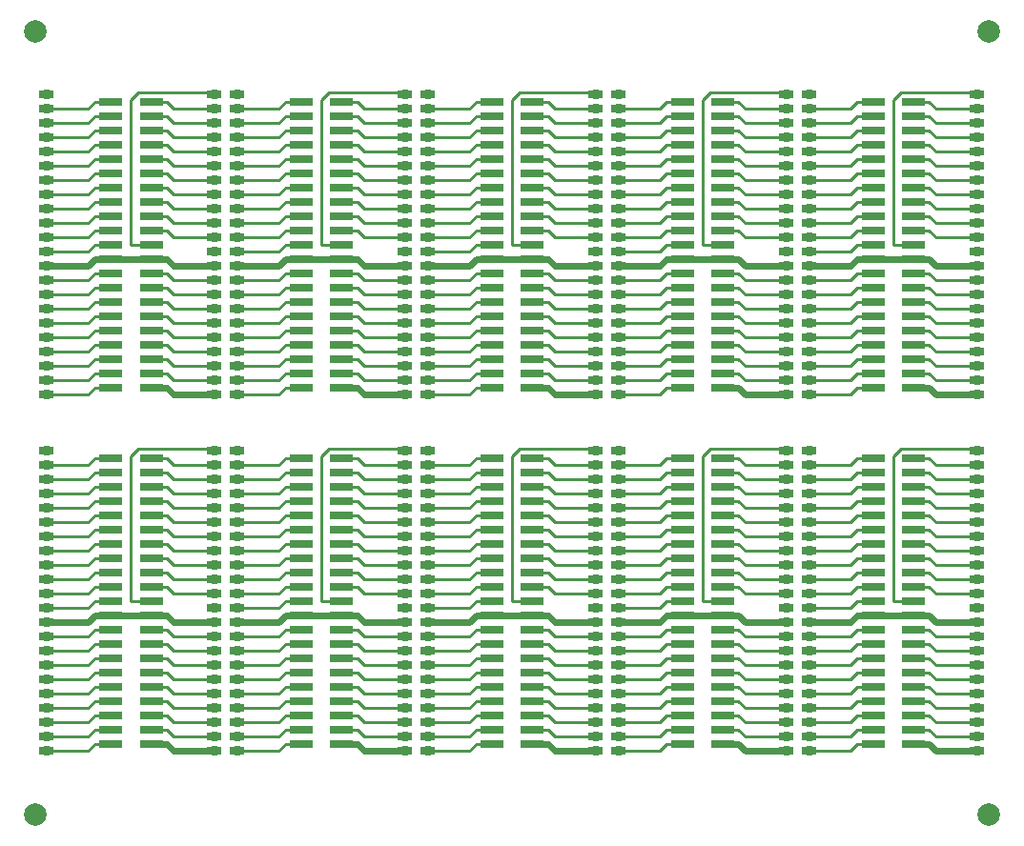
<source format=gbr>
%TF.GenerationSoftware,KiCad,Pcbnew,(6.0.7)*%
%TF.CreationDate,2022-08-09T00:19:31-07:00*%
%TF.ProjectId,panelized-M27C322-to-KM23C32000AG-adapter,70616e65-6c69-47a6-9564-2d4d32374333,rev?*%
%TF.SameCoordinates,Original*%
%TF.FileFunction,Copper,L1,Top*%
%TF.FilePolarity,Positive*%
%FSLAX46Y46*%
G04 Gerber Fmt 4.6, Leading zero omitted, Abs format (unit mm)*
G04 Created by KiCad (PCBNEW (6.0.7)) date 2022-08-09 00:19:31*
%MOMM*%
%LPD*%
G01*
G04 APERTURE LIST*
G04 Aperture macros list*
%AMFreePoly0*
4,1,21,0.066987,0.448222,0.190096,0.411405,0.297922,0.341515,0.318615,0.317500,0.635000,0.317500,0.635000,-0.317500,0.317723,-0.317500,0.289490,-0.348692,0.179987,-0.415926,0.056016,-0.449725,-0.072458,-0.447370,-0.195108,-0.409052,-0.302073,-0.337850,-0.319179,-0.317500,-0.635000,-0.317500,-0.635000,0.317500,-0.318129,0.317500,-0.293728,0.345129,-0.185055,0.413696,-0.061506,0.449007,
0.066987,0.448222,0.066987,0.448222,$1*%
G04 Aperture macros list end*
%TA.AperFunction,SMDPad,CuDef*%
%ADD10C,2.000000*%
%TD*%
%TA.AperFunction,CastellatedPad*%
%ADD11FreePoly0,180.000000*%
%TD*%
%TA.AperFunction,SMDPad,CuDef*%
%ADD12R,2.100000X0.750000*%
%TD*%
%TA.AperFunction,Conductor*%
%ADD13C,0.250000*%
%TD*%
%TA.AperFunction,Conductor*%
%ADD14C,0.600000*%
%TD*%
G04 APERTURE END LIST*
D10*
%TO.P,REF\u002A\u002A,*%
%TO.N,*%
X22000000Y-87990000D03*
%TD*%
D11*
%TO.P,U1,1,NC*%
%TO.N,Board_8-unconnected-(U1-Pad1)*%
X73767500Y-55670000D03*
%TO.P,U1,2,A18*%
%TO.N,Board_8-/A18*%
X73767500Y-56940000D03*
%TO.P,U1,3,A17*%
%TO.N,Board_8-/A17*%
X73767500Y-58210000D03*
%TO.P,U1,4,A7*%
%TO.N,Board_8-/A7*%
X73767500Y-59480000D03*
%TO.P,U1,5,A6*%
%TO.N,Board_8-/A6*%
X73767500Y-60750000D03*
%TO.P,U1,6,A5*%
%TO.N,Board_8-/A5*%
X73767500Y-62020000D03*
%TO.P,U1,7,A4*%
%TO.N,Board_8-/A4*%
X73767500Y-63290000D03*
%TO.P,U1,8,A3*%
%TO.N,Board_8-/A3*%
X73767500Y-64560000D03*
%TO.P,U1,9,A2*%
%TO.N,Board_8-/A2*%
X73767500Y-65830000D03*
%TO.P,U1,10,A1*%
%TO.N,Board_8-/A1*%
X73767500Y-67100000D03*
%TO.P,U1,11,A0*%
%TO.N,Board_8-/A0*%
X73767500Y-68370000D03*
%TO.P,U1,12,~{E}*%
%TO.N,Board_8-/~{CE}*%
X73767500Y-69640000D03*
%TO.P,U1,13,GND*%
%TO.N,Board_8-/VSS*%
X73767500Y-70910000D03*
%TO.P,U1,14,~{GVPP}*%
%TO.N,Board_8-/~{OE}*%
X73767500Y-72180000D03*
%TO.P,U1,15,D0*%
%TO.N,Board_8-/D0*%
X73767500Y-73450000D03*
%TO.P,U1,16,D8*%
%TO.N,Board_8-/D8*%
X73767500Y-74720000D03*
%TO.P,U1,17,D1*%
%TO.N,Board_8-/D1*%
X73767500Y-75990000D03*
%TO.P,U1,18,D9*%
%TO.N,Board_8-/D9*%
X73767500Y-77260000D03*
%TO.P,U1,19,D2*%
%TO.N,Board_8-/D2*%
X73767500Y-78530000D03*
%TO.P,U1,20,D10*%
%TO.N,Board_8-/D10*%
X73767500Y-79800000D03*
%TO.P,U1,21,D3*%
%TO.N,Board_8-/D3*%
X73767500Y-81070000D03*
%TO.P,U1,22,D11*%
%TO.N,Board_8-/D11*%
X73767500Y-82340000D03*
%TO.P,U1,23,VCC*%
%TO.N,Board_8-/VCC*%
X88690000Y-82340000D03*
%TO.P,U1,24,D4*%
%TO.N,Board_8-/D4*%
X88690000Y-81070000D03*
%TO.P,U1,25,D12*%
%TO.N,Board_8-/D12*%
X88690000Y-79800000D03*
%TO.P,U1,26,D5*%
%TO.N,Board_8-/D5*%
X88690000Y-78530000D03*
%TO.P,U1,27,D13*%
%TO.N,Board_8-/D13*%
X88690000Y-77260000D03*
%TO.P,U1,28,D6*%
%TO.N,Board_8-/D6*%
X88690000Y-75990000D03*
%TO.P,U1,29,D14*%
%TO.N,Board_8-/D14*%
X88690000Y-74720000D03*
%TO.P,U1,30,D7*%
%TO.N,Board_8-/D7*%
X88690000Y-73450000D03*
%TO.P,U1,31,D15*%
%TO.N,Board_8-/D15*%
X88690000Y-72180000D03*
%TO.P,U1,32,GND*%
%TO.N,Board_8-/VSS*%
X88690000Y-70910000D03*
%TO.P,U1,33,BHE*%
%TO.N,Board_8-unconnected-(U1-Pad33)*%
X88690000Y-69640000D03*
%TO.P,U1,34,A16*%
%TO.N,Board_8-/A16*%
X88690000Y-68370000D03*
%TO.P,U1,35,A15*%
%TO.N,Board_8-/A15*%
X88690000Y-67100000D03*
%TO.P,U1,36,A14*%
%TO.N,Board_8-/A14*%
X88690000Y-65830000D03*
%TO.P,U1,37,A13*%
%TO.N,Board_8-/A13*%
X88690000Y-64560000D03*
%TO.P,U1,38,A12*%
%TO.N,Board_8-/A12*%
X88690000Y-63290000D03*
%TO.P,U1,39,A11*%
%TO.N,Board_8-/A11*%
X88690000Y-62020000D03*
%TO.P,U1,40,A10*%
%TO.N,Board_8-/A10*%
X88690000Y-60750000D03*
%TO.P,U1,41,A9*%
%TO.N,Board_8-/A9*%
X88690000Y-59480000D03*
%TO.P,U1,42,A8*%
%TO.N,Board_8-/A8*%
X88690000Y-58210000D03*
%TO.P,U1,43,A19*%
%TO.N,Board_8-/A19*%
X88690000Y-56940000D03*
%TO.P,U1,44,A20*%
%TO.N,Board_8-/A20*%
X88690000Y-55670000D03*
%TD*%
D10*
%TO.P,REF\u002A\u002A,*%
%TO.N,*%
X22000000Y-18350000D03*
%TD*%
D12*
%TO.P,J1,1,Pin_1*%
%TO.N,Board_1-/A18*%
X45583500Y-24635000D03*
%TO.P,J1,2,Pin_2*%
%TO.N,Board_1-/A17*%
X45583500Y-25905000D03*
%TO.P,J1,3,Pin_3*%
%TO.N,Board_1-/A7*%
X45583500Y-27175000D03*
%TO.P,J1,4,Pin_4*%
%TO.N,Board_1-/A6*%
X45583500Y-28445000D03*
%TO.P,J1,5,Pin_5*%
%TO.N,Board_1-/A5*%
X45583500Y-29715000D03*
%TO.P,J1,6,Pin_6*%
%TO.N,Board_1-/A4*%
X45583500Y-30985000D03*
%TO.P,J1,7,Pin_7*%
%TO.N,Board_1-/A3*%
X45583500Y-32255000D03*
%TO.P,J1,8,Pin_8*%
%TO.N,Board_1-/A2*%
X45583500Y-33525000D03*
%TO.P,J1,9,Pin_9*%
%TO.N,Board_1-/A1*%
X45583500Y-34795000D03*
%TO.P,J1,10,Pin_10*%
%TO.N,Board_1-/A0*%
X45583500Y-36065000D03*
%TO.P,J1,11,Pin_11*%
%TO.N,Board_1-/~{CE}*%
X45583500Y-37335000D03*
%TO.P,J1,12,Pin_12*%
%TO.N,Board_1-/VSS*%
X45583500Y-38605000D03*
%TO.P,J1,13,Pin_13*%
%TO.N,Board_1-/~{OE}*%
X45583500Y-39875000D03*
%TO.P,J1,14,Pin_14*%
%TO.N,Board_1-/D0*%
X45583500Y-41145000D03*
%TO.P,J1,15,Pin_15*%
%TO.N,Board_1-/D8*%
X45583500Y-42415000D03*
%TO.P,J1,16,Pin_16*%
%TO.N,Board_1-/D1*%
X45583500Y-43685000D03*
%TO.P,J1,17,Pin_17*%
%TO.N,Board_1-/D9*%
X45583500Y-44955000D03*
%TO.P,J1,18,Pin_18*%
%TO.N,Board_1-/D2*%
X45583500Y-46225000D03*
%TO.P,J1,19,Pin_19*%
%TO.N,Board_1-/D10*%
X45583500Y-47495000D03*
%TO.P,J1,20,Pin_20*%
%TO.N,Board_1-/D3*%
X45583500Y-48765000D03*
%TO.P,J1,21,Pin_21*%
%TO.N,Board_1-/D11*%
X45583500Y-50035000D03*
%TO.P,J1,22,Pin_22*%
%TO.N,Board_1-/VCC*%
X49183500Y-50035000D03*
%TO.P,J1,23,Pin_23*%
%TO.N,Board_1-/D4*%
X49183500Y-48765000D03*
%TO.P,J1,24,Pin_24*%
%TO.N,Board_1-/D12*%
X49183500Y-47495000D03*
%TO.P,J1,25,Pin_25*%
%TO.N,Board_1-/D5*%
X49183500Y-46225000D03*
%TO.P,J1,26,Pin_26*%
%TO.N,Board_1-/D13*%
X49183500Y-44955000D03*
%TO.P,J1,27,Pin_27*%
%TO.N,Board_1-/D6*%
X49183500Y-43685000D03*
%TO.P,J1,28,Pin_28*%
%TO.N,Board_1-/D14*%
X49183500Y-42415000D03*
%TO.P,J1,29,Pin_29*%
%TO.N,Board_1-/D7*%
X49183500Y-41145000D03*
%TO.P,J1,30,Pin_30*%
%TO.N,Board_1-/D15*%
X49183500Y-39875000D03*
%TO.P,J1,31,Pin_31*%
%TO.N,Board_1-/VSS*%
X49183500Y-38605000D03*
%TO.P,J1,32,Pin_32*%
%TO.N,Board_1-/A20*%
X49183500Y-37335000D03*
%TO.P,J1,33,Pin_33*%
%TO.N,Board_1-/A16*%
X49183500Y-36065000D03*
%TO.P,J1,34,Pin_34*%
%TO.N,Board_1-/A15*%
X49183500Y-34795000D03*
%TO.P,J1,35,Pin_35*%
%TO.N,Board_1-/A14*%
X49183500Y-33525000D03*
%TO.P,J1,36,Pin_36*%
%TO.N,Board_1-/A13*%
X49183500Y-32255000D03*
%TO.P,J1,37,Pin_37*%
%TO.N,Board_1-/A12*%
X49183500Y-30985000D03*
%TO.P,J1,38,Pin_38*%
%TO.N,Board_1-/A11*%
X49183500Y-29715000D03*
%TO.P,J1,39,Pin_39*%
%TO.N,Board_1-/A10*%
X49183500Y-28445000D03*
%TO.P,J1,40,Pin_40*%
%TO.N,Board_1-/A9*%
X49183500Y-27175000D03*
%TO.P,J1,41,Pin_41*%
%TO.N,Board_1-/A8*%
X49183500Y-25905000D03*
%TO.P,J1,42,Pin_42*%
%TO.N,Board_1-/A19*%
X49183500Y-24635000D03*
%TD*%
%TO.P,J1,1,Pin_1*%
%TO.N,Board_2-/A18*%
X62506000Y-24635000D03*
%TO.P,J1,2,Pin_2*%
%TO.N,Board_2-/A17*%
X62506000Y-25905000D03*
%TO.P,J1,3,Pin_3*%
%TO.N,Board_2-/A7*%
X62506000Y-27175000D03*
%TO.P,J1,4,Pin_4*%
%TO.N,Board_2-/A6*%
X62506000Y-28445000D03*
%TO.P,J1,5,Pin_5*%
%TO.N,Board_2-/A5*%
X62506000Y-29715000D03*
%TO.P,J1,6,Pin_6*%
%TO.N,Board_2-/A4*%
X62506000Y-30985000D03*
%TO.P,J1,7,Pin_7*%
%TO.N,Board_2-/A3*%
X62506000Y-32255000D03*
%TO.P,J1,8,Pin_8*%
%TO.N,Board_2-/A2*%
X62506000Y-33525000D03*
%TO.P,J1,9,Pin_9*%
%TO.N,Board_2-/A1*%
X62506000Y-34795000D03*
%TO.P,J1,10,Pin_10*%
%TO.N,Board_2-/A0*%
X62506000Y-36065000D03*
%TO.P,J1,11,Pin_11*%
%TO.N,Board_2-/~{CE}*%
X62506000Y-37335000D03*
%TO.P,J1,12,Pin_12*%
%TO.N,Board_2-/VSS*%
X62506000Y-38605000D03*
%TO.P,J1,13,Pin_13*%
%TO.N,Board_2-/~{OE}*%
X62506000Y-39875000D03*
%TO.P,J1,14,Pin_14*%
%TO.N,Board_2-/D0*%
X62506000Y-41145000D03*
%TO.P,J1,15,Pin_15*%
%TO.N,Board_2-/D8*%
X62506000Y-42415000D03*
%TO.P,J1,16,Pin_16*%
%TO.N,Board_2-/D1*%
X62506000Y-43685000D03*
%TO.P,J1,17,Pin_17*%
%TO.N,Board_2-/D9*%
X62506000Y-44955000D03*
%TO.P,J1,18,Pin_18*%
%TO.N,Board_2-/D2*%
X62506000Y-46225000D03*
%TO.P,J1,19,Pin_19*%
%TO.N,Board_2-/D10*%
X62506000Y-47495000D03*
%TO.P,J1,20,Pin_20*%
%TO.N,Board_2-/D3*%
X62506000Y-48765000D03*
%TO.P,J1,21,Pin_21*%
%TO.N,Board_2-/D11*%
X62506000Y-50035000D03*
%TO.P,J1,22,Pin_22*%
%TO.N,Board_2-/VCC*%
X66106000Y-50035000D03*
%TO.P,J1,23,Pin_23*%
%TO.N,Board_2-/D4*%
X66106000Y-48765000D03*
%TO.P,J1,24,Pin_24*%
%TO.N,Board_2-/D12*%
X66106000Y-47495000D03*
%TO.P,J1,25,Pin_25*%
%TO.N,Board_2-/D5*%
X66106000Y-46225000D03*
%TO.P,J1,26,Pin_26*%
%TO.N,Board_2-/D13*%
X66106000Y-44955000D03*
%TO.P,J1,27,Pin_27*%
%TO.N,Board_2-/D6*%
X66106000Y-43685000D03*
%TO.P,J1,28,Pin_28*%
%TO.N,Board_2-/D14*%
X66106000Y-42415000D03*
%TO.P,J1,29,Pin_29*%
%TO.N,Board_2-/D7*%
X66106000Y-41145000D03*
%TO.P,J1,30,Pin_30*%
%TO.N,Board_2-/D15*%
X66106000Y-39875000D03*
%TO.P,J1,31,Pin_31*%
%TO.N,Board_2-/VSS*%
X66106000Y-38605000D03*
%TO.P,J1,32,Pin_32*%
%TO.N,Board_2-/A20*%
X66106000Y-37335000D03*
%TO.P,J1,33,Pin_33*%
%TO.N,Board_2-/A16*%
X66106000Y-36065000D03*
%TO.P,J1,34,Pin_34*%
%TO.N,Board_2-/A15*%
X66106000Y-34795000D03*
%TO.P,J1,35,Pin_35*%
%TO.N,Board_2-/A14*%
X66106000Y-33525000D03*
%TO.P,J1,36,Pin_36*%
%TO.N,Board_2-/A13*%
X66106000Y-32255000D03*
%TO.P,J1,37,Pin_37*%
%TO.N,Board_2-/A12*%
X66106000Y-30985000D03*
%TO.P,J1,38,Pin_38*%
%TO.N,Board_2-/A11*%
X66106000Y-29715000D03*
%TO.P,J1,39,Pin_39*%
%TO.N,Board_2-/A10*%
X66106000Y-28445000D03*
%TO.P,J1,40,Pin_40*%
%TO.N,Board_2-/A9*%
X66106000Y-27175000D03*
%TO.P,J1,41,Pin_41*%
%TO.N,Board_2-/A8*%
X66106000Y-25905000D03*
%TO.P,J1,42,Pin_42*%
%TO.N,Board_2-/A19*%
X66106000Y-24635000D03*
%TD*%
D11*
%TO.P,U1,1,NC*%
%TO.N,Board_6-unconnected-(U1-Pad1)*%
X39922500Y-55670000D03*
%TO.P,U1,2,A18*%
%TO.N,Board_6-/A18*%
X39922500Y-56940000D03*
%TO.P,U1,3,A17*%
%TO.N,Board_6-/A17*%
X39922500Y-58210000D03*
%TO.P,U1,4,A7*%
%TO.N,Board_6-/A7*%
X39922500Y-59480000D03*
%TO.P,U1,5,A6*%
%TO.N,Board_6-/A6*%
X39922500Y-60750000D03*
%TO.P,U1,6,A5*%
%TO.N,Board_6-/A5*%
X39922500Y-62020000D03*
%TO.P,U1,7,A4*%
%TO.N,Board_6-/A4*%
X39922500Y-63290000D03*
%TO.P,U1,8,A3*%
%TO.N,Board_6-/A3*%
X39922500Y-64560000D03*
%TO.P,U1,9,A2*%
%TO.N,Board_6-/A2*%
X39922500Y-65830000D03*
%TO.P,U1,10,A1*%
%TO.N,Board_6-/A1*%
X39922500Y-67100000D03*
%TO.P,U1,11,A0*%
%TO.N,Board_6-/A0*%
X39922500Y-68370000D03*
%TO.P,U1,12,~{E}*%
%TO.N,Board_6-/~{CE}*%
X39922500Y-69640000D03*
%TO.P,U1,13,GND*%
%TO.N,Board_6-/VSS*%
X39922500Y-70910000D03*
%TO.P,U1,14,~{GVPP}*%
%TO.N,Board_6-/~{OE}*%
X39922500Y-72180000D03*
%TO.P,U1,15,D0*%
%TO.N,Board_6-/D0*%
X39922500Y-73450000D03*
%TO.P,U1,16,D8*%
%TO.N,Board_6-/D8*%
X39922500Y-74720000D03*
%TO.P,U1,17,D1*%
%TO.N,Board_6-/D1*%
X39922500Y-75990000D03*
%TO.P,U1,18,D9*%
%TO.N,Board_6-/D9*%
X39922500Y-77260000D03*
%TO.P,U1,19,D2*%
%TO.N,Board_6-/D2*%
X39922500Y-78530000D03*
%TO.P,U1,20,D10*%
%TO.N,Board_6-/D10*%
X39922500Y-79800000D03*
%TO.P,U1,21,D3*%
%TO.N,Board_6-/D3*%
X39922500Y-81070000D03*
%TO.P,U1,22,D11*%
%TO.N,Board_6-/D11*%
X39922500Y-82340000D03*
%TO.P,U1,23,VCC*%
%TO.N,Board_6-/VCC*%
X54845000Y-82340000D03*
%TO.P,U1,24,D4*%
%TO.N,Board_6-/D4*%
X54845000Y-81070000D03*
%TO.P,U1,25,D12*%
%TO.N,Board_6-/D12*%
X54845000Y-79800000D03*
%TO.P,U1,26,D5*%
%TO.N,Board_6-/D5*%
X54845000Y-78530000D03*
%TO.P,U1,27,D13*%
%TO.N,Board_6-/D13*%
X54845000Y-77260000D03*
%TO.P,U1,28,D6*%
%TO.N,Board_6-/D6*%
X54845000Y-75990000D03*
%TO.P,U1,29,D14*%
%TO.N,Board_6-/D14*%
X54845000Y-74720000D03*
%TO.P,U1,30,D7*%
%TO.N,Board_6-/D7*%
X54845000Y-73450000D03*
%TO.P,U1,31,D15*%
%TO.N,Board_6-/D15*%
X54845000Y-72180000D03*
%TO.P,U1,32,GND*%
%TO.N,Board_6-/VSS*%
X54845000Y-70910000D03*
%TO.P,U1,33,BHE*%
%TO.N,Board_6-unconnected-(U1-Pad33)*%
X54845000Y-69640000D03*
%TO.P,U1,34,A16*%
%TO.N,Board_6-/A16*%
X54845000Y-68370000D03*
%TO.P,U1,35,A15*%
%TO.N,Board_6-/A15*%
X54845000Y-67100000D03*
%TO.P,U1,36,A14*%
%TO.N,Board_6-/A14*%
X54845000Y-65830000D03*
%TO.P,U1,37,A13*%
%TO.N,Board_6-/A13*%
X54845000Y-64560000D03*
%TO.P,U1,38,A12*%
%TO.N,Board_6-/A12*%
X54845000Y-63290000D03*
%TO.P,U1,39,A11*%
%TO.N,Board_6-/A11*%
X54845000Y-62020000D03*
%TO.P,U1,40,A10*%
%TO.N,Board_6-/A10*%
X54845000Y-60750000D03*
%TO.P,U1,41,A9*%
%TO.N,Board_6-/A9*%
X54845000Y-59480000D03*
%TO.P,U1,42,A8*%
%TO.N,Board_6-/A8*%
X54845000Y-58210000D03*
%TO.P,U1,43,A19*%
%TO.N,Board_6-/A19*%
X54845000Y-56940000D03*
%TO.P,U1,44,A20*%
%TO.N,Board_6-/A20*%
X54845000Y-55670000D03*
%TD*%
%TO.P,U1,1,NC*%
%TO.N,Board_9-unconnected-(U1-Pad1)*%
X90690000Y-55670000D03*
%TO.P,U1,2,A18*%
%TO.N,Board_9-/A18*%
X90690000Y-56940000D03*
%TO.P,U1,3,A17*%
%TO.N,Board_9-/A17*%
X90690000Y-58210000D03*
%TO.P,U1,4,A7*%
%TO.N,Board_9-/A7*%
X90690000Y-59480000D03*
%TO.P,U1,5,A6*%
%TO.N,Board_9-/A6*%
X90690000Y-60750000D03*
%TO.P,U1,6,A5*%
%TO.N,Board_9-/A5*%
X90690000Y-62020000D03*
%TO.P,U1,7,A4*%
%TO.N,Board_9-/A4*%
X90690000Y-63290000D03*
%TO.P,U1,8,A3*%
%TO.N,Board_9-/A3*%
X90690000Y-64560000D03*
%TO.P,U1,9,A2*%
%TO.N,Board_9-/A2*%
X90690000Y-65830000D03*
%TO.P,U1,10,A1*%
%TO.N,Board_9-/A1*%
X90690000Y-67100000D03*
%TO.P,U1,11,A0*%
%TO.N,Board_9-/A0*%
X90690000Y-68370000D03*
%TO.P,U1,12,~{E}*%
%TO.N,Board_9-/~{CE}*%
X90690000Y-69640000D03*
%TO.P,U1,13,GND*%
%TO.N,Board_9-/VSS*%
X90690000Y-70910000D03*
%TO.P,U1,14,~{GVPP}*%
%TO.N,Board_9-/~{OE}*%
X90690000Y-72180000D03*
%TO.P,U1,15,D0*%
%TO.N,Board_9-/D0*%
X90690000Y-73450000D03*
%TO.P,U1,16,D8*%
%TO.N,Board_9-/D8*%
X90690000Y-74720000D03*
%TO.P,U1,17,D1*%
%TO.N,Board_9-/D1*%
X90690000Y-75990000D03*
%TO.P,U1,18,D9*%
%TO.N,Board_9-/D9*%
X90690000Y-77260000D03*
%TO.P,U1,19,D2*%
%TO.N,Board_9-/D2*%
X90690000Y-78530000D03*
%TO.P,U1,20,D10*%
%TO.N,Board_9-/D10*%
X90690000Y-79800000D03*
%TO.P,U1,21,D3*%
%TO.N,Board_9-/D3*%
X90690000Y-81070000D03*
%TO.P,U1,22,D11*%
%TO.N,Board_9-/D11*%
X90690000Y-82340000D03*
%TO.P,U1,23,VCC*%
%TO.N,Board_9-/VCC*%
X105612500Y-82340000D03*
%TO.P,U1,24,D4*%
%TO.N,Board_9-/D4*%
X105612500Y-81070000D03*
%TO.P,U1,25,D12*%
%TO.N,Board_9-/D12*%
X105612500Y-79800000D03*
%TO.P,U1,26,D5*%
%TO.N,Board_9-/D5*%
X105612500Y-78530000D03*
%TO.P,U1,27,D13*%
%TO.N,Board_9-/D13*%
X105612500Y-77260000D03*
%TO.P,U1,28,D6*%
%TO.N,Board_9-/D6*%
X105612500Y-75990000D03*
%TO.P,U1,29,D14*%
%TO.N,Board_9-/D14*%
X105612500Y-74720000D03*
%TO.P,U1,30,D7*%
%TO.N,Board_9-/D7*%
X105612500Y-73450000D03*
%TO.P,U1,31,D15*%
%TO.N,Board_9-/D15*%
X105612500Y-72180000D03*
%TO.P,U1,32,GND*%
%TO.N,Board_9-/VSS*%
X105612500Y-70910000D03*
%TO.P,U1,33,BHE*%
%TO.N,Board_9-unconnected-(U1-Pad33)*%
X105612500Y-69640000D03*
%TO.P,U1,34,A16*%
%TO.N,Board_9-/A16*%
X105612500Y-68370000D03*
%TO.P,U1,35,A15*%
%TO.N,Board_9-/A15*%
X105612500Y-67100000D03*
%TO.P,U1,36,A14*%
%TO.N,Board_9-/A14*%
X105612500Y-65830000D03*
%TO.P,U1,37,A13*%
%TO.N,Board_9-/A13*%
X105612500Y-64560000D03*
%TO.P,U1,38,A12*%
%TO.N,Board_9-/A12*%
X105612500Y-63290000D03*
%TO.P,U1,39,A11*%
%TO.N,Board_9-/A11*%
X105612500Y-62020000D03*
%TO.P,U1,40,A10*%
%TO.N,Board_9-/A10*%
X105612500Y-60750000D03*
%TO.P,U1,41,A9*%
%TO.N,Board_9-/A9*%
X105612500Y-59480000D03*
%TO.P,U1,42,A8*%
%TO.N,Board_9-/A8*%
X105612500Y-58210000D03*
%TO.P,U1,43,A19*%
%TO.N,Board_9-/A19*%
X105612500Y-56940000D03*
%TO.P,U1,44,A20*%
%TO.N,Board_9-/A20*%
X105612500Y-55670000D03*
%TD*%
D12*
%TO.P,J1,1,Pin_1*%
%TO.N,Board_7-/A18*%
X62506000Y-56305000D03*
%TO.P,J1,2,Pin_2*%
%TO.N,Board_7-/A17*%
X62506000Y-57575000D03*
%TO.P,J1,3,Pin_3*%
%TO.N,Board_7-/A7*%
X62506000Y-58845000D03*
%TO.P,J1,4,Pin_4*%
%TO.N,Board_7-/A6*%
X62506000Y-60115000D03*
%TO.P,J1,5,Pin_5*%
%TO.N,Board_7-/A5*%
X62506000Y-61385000D03*
%TO.P,J1,6,Pin_6*%
%TO.N,Board_7-/A4*%
X62506000Y-62655000D03*
%TO.P,J1,7,Pin_7*%
%TO.N,Board_7-/A3*%
X62506000Y-63925000D03*
%TO.P,J1,8,Pin_8*%
%TO.N,Board_7-/A2*%
X62506000Y-65195000D03*
%TO.P,J1,9,Pin_9*%
%TO.N,Board_7-/A1*%
X62506000Y-66465000D03*
%TO.P,J1,10,Pin_10*%
%TO.N,Board_7-/A0*%
X62506000Y-67735000D03*
%TO.P,J1,11,Pin_11*%
%TO.N,Board_7-/~{CE}*%
X62506000Y-69005000D03*
%TO.P,J1,12,Pin_12*%
%TO.N,Board_7-/VSS*%
X62506000Y-70275000D03*
%TO.P,J1,13,Pin_13*%
%TO.N,Board_7-/~{OE}*%
X62506000Y-71545000D03*
%TO.P,J1,14,Pin_14*%
%TO.N,Board_7-/D0*%
X62506000Y-72815000D03*
%TO.P,J1,15,Pin_15*%
%TO.N,Board_7-/D8*%
X62506000Y-74085000D03*
%TO.P,J1,16,Pin_16*%
%TO.N,Board_7-/D1*%
X62506000Y-75355000D03*
%TO.P,J1,17,Pin_17*%
%TO.N,Board_7-/D9*%
X62506000Y-76625000D03*
%TO.P,J1,18,Pin_18*%
%TO.N,Board_7-/D2*%
X62506000Y-77895000D03*
%TO.P,J1,19,Pin_19*%
%TO.N,Board_7-/D10*%
X62506000Y-79165000D03*
%TO.P,J1,20,Pin_20*%
%TO.N,Board_7-/D3*%
X62506000Y-80435000D03*
%TO.P,J1,21,Pin_21*%
%TO.N,Board_7-/D11*%
X62506000Y-81705000D03*
%TO.P,J1,22,Pin_22*%
%TO.N,Board_7-/VCC*%
X66106000Y-81705000D03*
%TO.P,J1,23,Pin_23*%
%TO.N,Board_7-/D4*%
X66106000Y-80435000D03*
%TO.P,J1,24,Pin_24*%
%TO.N,Board_7-/D12*%
X66106000Y-79165000D03*
%TO.P,J1,25,Pin_25*%
%TO.N,Board_7-/D5*%
X66106000Y-77895000D03*
%TO.P,J1,26,Pin_26*%
%TO.N,Board_7-/D13*%
X66106000Y-76625000D03*
%TO.P,J1,27,Pin_27*%
%TO.N,Board_7-/D6*%
X66106000Y-75355000D03*
%TO.P,J1,28,Pin_28*%
%TO.N,Board_7-/D14*%
X66106000Y-74085000D03*
%TO.P,J1,29,Pin_29*%
%TO.N,Board_7-/D7*%
X66106000Y-72815000D03*
%TO.P,J1,30,Pin_30*%
%TO.N,Board_7-/D15*%
X66106000Y-71545000D03*
%TO.P,J1,31,Pin_31*%
%TO.N,Board_7-/VSS*%
X66106000Y-70275000D03*
%TO.P,J1,32,Pin_32*%
%TO.N,Board_7-/A20*%
X66106000Y-69005000D03*
%TO.P,J1,33,Pin_33*%
%TO.N,Board_7-/A16*%
X66106000Y-67735000D03*
%TO.P,J1,34,Pin_34*%
%TO.N,Board_7-/A15*%
X66106000Y-66465000D03*
%TO.P,J1,35,Pin_35*%
%TO.N,Board_7-/A14*%
X66106000Y-65195000D03*
%TO.P,J1,36,Pin_36*%
%TO.N,Board_7-/A13*%
X66106000Y-63925000D03*
%TO.P,J1,37,Pin_37*%
%TO.N,Board_7-/A12*%
X66106000Y-62655000D03*
%TO.P,J1,38,Pin_38*%
%TO.N,Board_7-/A11*%
X66106000Y-61385000D03*
%TO.P,J1,39,Pin_39*%
%TO.N,Board_7-/A10*%
X66106000Y-60115000D03*
%TO.P,J1,40,Pin_40*%
%TO.N,Board_7-/A9*%
X66106000Y-58845000D03*
%TO.P,J1,41,Pin_41*%
%TO.N,Board_7-/A8*%
X66106000Y-57575000D03*
%TO.P,J1,42,Pin_42*%
%TO.N,Board_7-/A19*%
X66106000Y-56305000D03*
%TD*%
D11*
%TO.P,U1,1,NC*%
%TO.N,Board_5-unconnected-(U1-Pad1)*%
X23000000Y-55670000D03*
%TO.P,U1,2,A18*%
%TO.N,Board_5-/A18*%
X23000000Y-56940000D03*
%TO.P,U1,3,A17*%
%TO.N,Board_5-/A17*%
X23000000Y-58210000D03*
%TO.P,U1,4,A7*%
%TO.N,Board_5-/A7*%
X23000000Y-59480000D03*
%TO.P,U1,5,A6*%
%TO.N,Board_5-/A6*%
X23000000Y-60750000D03*
%TO.P,U1,6,A5*%
%TO.N,Board_5-/A5*%
X23000000Y-62020000D03*
%TO.P,U1,7,A4*%
%TO.N,Board_5-/A4*%
X23000000Y-63290000D03*
%TO.P,U1,8,A3*%
%TO.N,Board_5-/A3*%
X23000000Y-64560000D03*
%TO.P,U1,9,A2*%
%TO.N,Board_5-/A2*%
X23000000Y-65830000D03*
%TO.P,U1,10,A1*%
%TO.N,Board_5-/A1*%
X23000000Y-67100000D03*
%TO.P,U1,11,A0*%
%TO.N,Board_5-/A0*%
X23000000Y-68370000D03*
%TO.P,U1,12,~{E}*%
%TO.N,Board_5-/~{CE}*%
X23000000Y-69640000D03*
%TO.P,U1,13,GND*%
%TO.N,Board_5-/VSS*%
X23000000Y-70910000D03*
%TO.P,U1,14,~{GVPP}*%
%TO.N,Board_5-/~{OE}*%
X23000000Y-72180000D03*
%TO.P,U1,15,D0*%
%TO.N,Board_5-/D0*%
X23000000Y-73450000D03*
%TO.P,U1,16,D8*%
%TO.N,Board_5-/D8*%
X23000000Y-74720000D03*
%TO.P,U1,17,D1*%
%TO.N,Board_5-/D1*%
X23000000Y-75990000D03*
%TO.P,U1,18,D9*%
%TO.N,Board_5-/D9*%
X23000000Y-77260000D03*
%TO.P,U1,19,D2*%
%TO.N,Board_5-/D2*%
X23000000Y-78530000D03*
%TO.P,U1,20,D10*%
%TO.N,Board_5-/D10*%
X23000000Y-79800000D03*
%TO.P,U1,21,D3*%
%TO.N,Board_5-/D3*%
X23000000Y-81070000D03*
%TO.P,U1,22,D11*%
%TO.N,Board_5-/D11*%
X23000000Y-82340000D03*
%TO.P,U1,23,VCC*%
%TO.N,Board_5-/VCC*%
X37922500Y-82340000D03*
%TO.P,U1,24,D4*%
%TO.N,Board_5-/D4*%
X37922500Y-81070000D03*
%TO.P,U1,25,D12*%
%TO.N,Board_5-/D12*%
X37922500Y-79800000D03*
%TO.P,U1,26,D5*%
%TO.N,Board_5-/D5*%
X37922500Y-78530000D03*
%TO.P,U1,27,D13*%
%TO.N,Board_5-/D13*%
X37922500Y-77260000D03*
%TO.P,U1,28,D6*%
%TO.N,Board_5-/D6*%
X37922500Y-75990000D03*
%TO.P,U1,29,D14*%
%TO.N,Board_5-/D14*%
X37922500Y-74720000D03*
%TO.P,U1,30,D7*%
%TO.N,Board_5-/D7*%
X37922500Y-73450000D03*
%TO.P,U1,31,D15*%
%TO.N,Board_5-/D15*%
X37922500Y-72180000D03*
%TO.P,U1,32,GND*%
%TO.N,Board_5-/VSS*%
X37922500Y-70910000D03*
%TO.P,U1,33,BHE*%
%TO.N,Board_5-unconnected-(U1-Pad33)*%
X37922500Y-69640000D03*
%TO.P,U1,34,A16*%
%TO.N,Board_5-/A16*%
X37922500Y-68370000D03*
%TO.P,U1,35,A15*%
%TO.N,Board_5-/A15*%
X37922500Y-67100000D03*
%TO.P,U1,36,A14*%
%TO.N,Board_5-/A14*%
X37922500Y-65830000D03*
%TO.P,U1,37,A13*%
%TO.N,Board_5-/A13*%
X37922500Y-64560000D03*
%TO.P,U1,38,A12*%
%TO.N,Board_5-/A12*%
X37922500Y-63290000D03*
%TO.P,U1,39,A11*%
%TO.N,Board_5-/A11*%
X37922500Y-62020000D03*
%TO.P,U1,40,A10*%
%TO.N,Board_5-/A10*%
X37922500Y-60750000D03*
%TO.P,U1,41,A9*%
%TO.N,Board_5-/A9*%
X37922500Y-59480000D03*
%TO.P,U1,42,A8*%
%TO.N,Board_5-/A8*%
X37922500Y-58210000D03*
%TO.P,U1,43,A19*%
%TO.N,Board_5-/A19*%
X37922500Y-56940000D03*
%TO.P,U1,44,A20*%
%TO.N,Board_5-/A20*%
X37922500Y-55670000D03*
%TD*%
D10*
%TO.P,REF\u002A\u002A,*%
%TO.N,*%
X106612500Y-87990000D03*
%TD*%
%TO.P,REF\u002A\u002A,*%
%TO.N,*%
X106612500Y-18350000D03*
%TD*%
D11*
%TO.P,U1,1,NC*%
%TO.N,Board_3-unconnected-(U1-Pad1)*%
X73767500Y-24000000D03*
%TO.P,U1,2,A18*%
%TO.N,Board_3-/A18*%
X73767500Y-25270000D03*
%TO.P,U1,3,A17*%
%TO.N,Board_3-/A17*%
X73767500Y-26540000D03*
%TO.P,U1,4,A7*%
%TO.N,Board_3-/A7*%
X73767500Y-27810000D03*
%TO.P,U1,5,A6*%
%TO.N,Board_3-/A6*%
X73767500Y-29080000D03*
%TO.P,U1,6,A5*%
%TO.N,Board_3-/A5*%
X73767500Y-30350000D03*
%TO.P,U1,7,A4*%
%TO.N,Board_3-/A4*%
X73767500Y-31620000D03*
%TO.P,U1,8,A3*%
%TO.N,Board_3-/A3*%
X73767500Y-32890000D03*
%TO.P,U1,9,A2*%
%TO.N,Board_3-/A2*%
X73767500Y-34160000D03*
%TO.P,U1,10,A1*%
%TO.N,Board_3-/A1*%
X73767500Y-35430000D03*
%TO.P,U1,11,A0*%
%TO.N,Board_3-/A0*%
X73767500Y-36700000D03*
%TO.P,U1,12,~{E}*%
%TO.N,Board_3-/~{CE}*%
X73767500Y-37970000D03*
%TO.P,U1,13,GND*%
%TO.N,Board_3-/VSS*%
X73767500Y-39240000D03*
%TO.P,U1,14,~{GVPP}*%
%TO.N,Board_3-/~{OE}*%
X73767500Y-40510000D03*
%TO.P,U1,15,D0*%
%TO.N,Board_3-/D0*%
X73767500Y-41780000D03*
%TO.P,U1,16,D8*%
%TO.N,Board_3-/D8*%
X73767500Y-43050000D03*
%TO.P,U1,17,D1*%
%TO.N,Board_3-/D1*%
X73767500Y-44320000D03*
%TO.P,U1,18,D9*%
%TO.N,Board_3-/D9*%
X73767500Y-45590000D03*
%TO.P,U1,19,D2*%
%TO.N,Board_3-/D2*%
X73767500Y-46860000D03*
%TO.P,U1,20,D10*%
%TO.N,Board_3-/D10*%
X73767500Y-48130000D03*
%TO.P,U1,21,D3*%
%TO.N,Board_3-/D3*%
X73767500Y-49400000D03*
%TO.P,U1,22,D11*%
%TO.N,Board_3-/D11*%
X73767500Y-50670000D03*
%TO.P,U1,23,VCC*%
%TO.N,Board_3-/VCC*%
X88690000Y-50670000D03*
%TO.P,U1,24,D4*%
%TO.N,Board_3-/D4*%
X88690000Y-49400000D03*
%TO.P,U1,25,D12*%
%TO.N,Board_3-/D12*%
X88690000Y-48130000D03*
%TO.P,U1,26,D5*%
%TO.N,Board_3-/D5*%
X88690000Y-46860000D03*
%TO.P,U1,27,D13*%
%TO.N,Board_3-/D13*%
X88690000Y-45590000D03*
%TO.P,U1,28,D6*%
%TO.N,Board_3-/D6*%
X88690000Y-44320000D03*
%TO.P,U1,29,D14*%
%TO.N,Board_3-/D14*%
X88690000Y-43050000D03*
%TO.P,U1,30,D7*%
%TO.N,Board_3-/D7*%
X88690000Y-41780000D03*
%TO.P,U1,31,D15*%
%TO.N,Board_3-/D15*%
X88690000Y-40510000D03*
%TO.P,U1,32,GND*%
%TO.N,Board_3-/VSS*%
X88690000Y-39240000D03*
%TO.P,U1,33,BHE*%
%TO.N,Board_3-unconnected-(U1-Pad33)*%
X88690000Y-37970000D03*
%TO.P,U1,34,A16*%
%TO.N,Board_3-/A16*%
X88690000Y-36700000D03*
%TO.P,U1,35,A15*%
%TO.N,Board_3-/A15*%
X88690000Y-35430000D03*
%TO.P,U1,36,A14*%
%TO.N,Board_3-/A14*%
X88690000Y-34160000D03*
%TO.P,U1,37,A13*%
%TO.N,Board_3-/A13*%
X88690000Y-32890000D03*
%TO.P,U1,38,A12*%
%TO.N,Board_3-/A12*%
X88690000Y-31620000D03*
%TO.P,U1,39,A11*%
%TO.N,Board_3-/A11*%
X88690000Y-30350000D03*
%TO.P,U1,40,A10*%
%TO.N,Board_3-/A10*%
X88690000Y-29080000D03*
%TO.P,U1,41,A9*%
%TO.N,Board_3-/A9*%
X88690000Y-27810000D03*
%TO.P,U1,42,A8*%
%TO.N,Board_3-/A8*%
X88690000Y-26540000D03*
%TO.P,U1,43,A19*%
%TO.N,Board_3-/A19*%
X88690000Y-25270000D03*
%TO.P,U1,44,A20*%
%TO.N,Board_3-/A20*%
X88690000Y-24000000D03*
%TD*%
%TO.P,U1,1,NC*%
%TO.N,Board_1-unconnected-(U1-Pad1)*%
X39922500Y-24000000D03*
%TO.P,U1,2,A18*%
%TO.N,Board_1-/A18*%
X39922500Y-25270000D03*
%TO.P,U1,3,A17*%
%TO.N,Board_1-/A17*%
X39922500Y-26540000D03*
%TO.P,U1,4,A7*%
%TO.N,Board_1-/A7*%
X39922500Y-27810000D03*
%TO.P,U1,5,A6*%
%TO.N,Board_1-/A6*%
X39922500Y-29080000D03*
%TO.P,U1,6,A5*%
%TO.N,Board_1-/A5*%
X39922500Y-30350000D03*
%TO.P,U1,7,A4*%
%TO.N,Board_1-/A4*%
X39922500Y-31620000D03*
%TO.P,U1,8,A3*%
%TO.N,Board_1-/A3*%
X39922500Y-32890000D03*
%TO.P,U1,9,A2*%
%TO.N,Board_1-/A2*%
X39922500Y-34160000D03*
%TO.P,U1,10,A1*%
%TO.N,Board_1-/A1*%
X39922500Y-35430000D03*
%TO.P,U1,11,A0*%
%TO.N,Board_1-/A0*%
X39922500Y-36700000D03*
%TO.P,U1,12,~{E}*%
%TO.N,Board_1-/~{CE}*%
X39922500Y-37970000D03*
%TO.P,U1,13,GND*%
%TO.N,Board_1-/VSS*%
X39922500Y-39240000D03*
%TO.P,U1,14,~{GVPP}*%
%TO.N,Board_1-/~{OE}*%
X39922500Y-40510000D03*
%TO.P,U1,15,D0*%
%TO.N,Board_1-/D0*%
X39922500Y-41780000D03*
%TO.P,U1,16,D8*%
%TO.N,Board_1-/D8*%
X39922500Y-43050000D03*
%TO.P,U1,17,D1*%
%TO.N,Board_1-/D1*%
X39922500Y-44320000D03*
%TO.P,U1,18,D9*%
%TO.N,Board_1-/D9*%
X39922500Y-45590000D03*
%TO.P,U1,19,D2*%
%TO.N,Board_1-/D2*%
X39922500Y-46860000D03*
%TO.P,U1,20,D10*%
%TO.N,Board_1-/D10*%
X39922500Y-48130000D03*
%TO.P,U1,21,D3*%
%TO.N,Board_1-/D3*%
X39922500Y-49400000D03*
%TO.P,U1,22,D11*%
%TO.N,Board_1-/D11*%
X39922500Y-50670000D03*
%TO.P,U1,23,VCC*%
%TO.N,Board_1-/VCC*%
X54845000Y-50670000D03*
%TO.P,U1,24,D4*%
%TO.N,Board_1-/D4*%
X54845000Y-49400000D03*
%TO.P,U1,25,D12*%
%TO.N,Board_1-/D12*%
X54845000Y-48130000D03*
%TO.P,U1,26,D5*%
%TO.N,Board_1-/D5*%
X54845000Y-46860000D03*
%TO.P,U1,27,D13*%
%TO.N,Board_1-/D13*%
X54845000Y-45590000D03*
%TO.P,U1,28,D6*%
%TO.N,Board_1-/D6*%
X54845000Y-44320000D03*
%TO.P,U1,29,D14*%
%TO.N,Board_1-/D14*%
X54845000Y-43050000D03*
%TO.P,U1,30,D7*%
%TO.N,Board_1-/D7*%
X54845000Y-41780000D03*
%TO.P,U1,31,D15*%
%TO.N,Board_1-/D15*%
X54845000Y-40510000D03*
%TO.P,U1,32,GND*%
%TO.N,Board_1-/VSS*%
X54845000Y-39240000D03*
%TO.P,U1,33,BHE*%
%TO.N,Board_1-unconnected-(U1-Pad33)*%
X54845000Y-37970000D03*
%TO.P,U1,34,A16*%
%TO.N,Board_1-/A16*%
X54845000Y-36700000D03*
%TO.P,U1,35,A15*%
%TO.N,Board_1-/A15*%
X54845000Y-35430000D03*
%TO.P,U1,36,A14*%
%TO.N,Board_1-/A14*%
X54845000Y-34160000D03*
%TO.P,U1,37,A13*%
%TO.N,Board_1-/A13*%
X54845000Y-32890000D03*
%TO.P,U1,38,A12*%
%TO.N,Board_1-/A12*%
X54845000Y-31620000D03*
%TO.P,U1,39,A11*%
%TO.N,Board_1-/A11*%
X54845000Y-30350000D03*
%TO.P,U1,40,A10*%
%TO.N,Board_1-/A10*%
X54845000Y-29080000D03*
%TO.P,U1,41,A9*%
%TO.N,Board_1-/A9*%
X54845000Y-27810000D03*
%TO.P,U1,42,A8*%
%TO.N,Board_1-/A8*%
X54845000Y-26540000D03*
%TO.P,U1,43,A19*%
%TO.N,Board_1-/A19*%
X54845000Y-25270000D03*
%TO.P,U1,44,A20*%
%TO.N,Board_1-/A20*%
X54845000Y-24000000D03*
%TD*%
%TO.P,U1,1,NC*%
%TO.N,Board_4-unconnected-(U1-Pad1)*%
X90690000Y-24000000D03*
%TO.P,U1,2,A18*%
%TO.N,Board_4-/A18*%
X90690000Y-25270000D03*
%TO.P,U1,3,A17*%
%TO.N,Board_4-/A17*%
X90690000Y-26540000D03*
%TO.P,U1,4,A7*%
%TO.N,Board_4-/A7*%
X90690000Y-27810000D03*
%TO.P,U1,5,A6*%
%TO.N,Board_4-/A6*%
X90690000Y-29080000D03*
%TO.P,U1,6,A5*%
%TO.N,Board_4-/A5*%
X90690000Y-30350000D03*
%TO.P,U1,7,A4*%
%TO.N,Board_4-/A4*%
X90690000Y-31620000D03*
%TO.P,U1,8,A3*%
%TO.N,Board_4-/A3*%
X90690000Y-32890000D03*
%TO.P,U1,9,A2*%
%TO.N,Board_4-/A2*%
X90690000Y-34160000D03*
%TO.P,U1,10,A1*%
%TO.N,Board_4-/A1*%
X90690000Y-35430000D03*
%TO.P,U1,11,A0*%
%TO.N,Board_4-/A0*%
X90690000Y-36700000D03*
%TO.P,U1,12,~{E}*%
%TO.N,Board_4-/~{CE}*%
X90690000Y-37970000D03*
%TO.P,U1,13,GND*%
%TO.N,Board_4-/VSS*%
X90690000Y-39240000D03*
%TO.P,U1,14,~{GVPP}*%
%TO.N,Board_4-/~{OE}*%
X90690000Y-40510000D03*
%TO.P,U1,15,D0*%
%TO.N,Board_4-/D0*%
X90690000Y-41780000D03*
%TO.P,U1,16,D8*%
%TO.N,Board_4-/D8*%
X90690000Y-43050000D03*
%TO.P,U1,17,D1*%
%TO.N,Board_4-/D1*%
X90690000Y-44320000D03*
%TO.P,U1,18,D9*%
%TO.N,Board_4-/D9*%
X90690000Y-45590000D03*
%TO.P,U1,19,D2*%
%TO.N,Board_4-/D2*%
X90690000Y-46860000D03*
%TO.P,U1,20,D10*%
%TO.N,Board_4-/D10*%
X90690000Y-48130000D03*
%TO.P,U1,21,D3*%
%TO.N,Board_4-/D3*%
X90690000Y-49400000D03*
%TO.P,U1,22,D11*%
%TO.N,Board_4-/D11*%
X90690000Y-50670000D03*
%TO.P,U1,23,VCC*%
%TO.N,Board_4-/VCC*%
X105612500Y-50670000D03*
%TO.P,U1,24,D4*%
%TO.N,Board_4-/D4*%
X105612500Y-49400000D03*
%TO.P,U1,25,D12*%
%TO.N,Board_4-/D12*%
X105612500Y-48130000D03*
%TO.P,U1,26,D5*%
%TO.N,Board_4-/D5*%
X105612500Y-46860000D03*
%TO.P,U1,27,D13*%
%TO.N,Board_4-/D13*%
X105612500Y-45590000D03*
%TO.P,U1,28,D6*%
%TO.N,Board_4-/D6*%
X105612500Y-44320000D03*
%TO.P,U1,29,D14*%
%TO.N,Board_4-/D14*%
X105612500Y-43050000D03*
%TO.P,U1,30,D7*%
%TO.N,Board_4-/D7*%
X105612500Y-41780000D03*
%TO.P,U1,31,D15*%
%TO.N,Board_4-/D15*%
X105612500Y-40510000D03*
%TO.P,U1,32,GND*%
%TO.N,Board_4-/VSS*%
X105612500Y-39240000D03*
%TO.P,U1,33,BHE*%
%TO.N,Board_4-unconnected-(U1-Pad33)*%
X105612500Y-37970000D03*
%TO.P,U1,34,A16*%
%TO.N,Board_4-/A16*%
X105612500Y-36700000D03*
%TO.P,U1,35,A15*%
%TO.N,Board_4-/A15*%
X105612500Y-35430000D03*
%TO.P,U1,36,A14*%
%TO.N,Board_4-/A14*%
X105612500Y-34160000D03*
%TO.P,U1,37,A13*%
%TO.N,Board_4-/A13*%
X105612500Y-32890000D03*
%TO.P,U1,38,A12*%
%TO.N,Board_4-/A12*%
X105612500Y-31620000D03*
%TO.P,U1,39,A11*%
%TO.N,Board_4-/A11*%
X105612500Y-30350000D03*
%TO.P,U1,40,A10*%
%TO.N,Board_4-/A10*%
X105612500Y-29080000D03*
%TO.P,U1,41,A9*%
%TO.N,Board_4-/A9*%
X105612500Y-27810000D03*
%TO.P,U1,42,A8*%
%TO.N,Board_4-/A8*%
X105612500Y-26540000D03*
%TO.P,U1,43,A19*%
%TO.N,Board_4-/A19*%
X105612500Y-25270000D03*
%TO.P,U1,44,A20*%
%TO.N,Board_4-/A20*%
X105612500Y-24000000D03*
%TD*%
%TO.P,U1,1,NC*%
%TO.N,Board_0-unconnected-(U1-Pad1)*%
X23000000Y-24000000D03*
%TO.P,U1,2,A18*%
%TO.N,Board_0-/A18*%
X23000000Y-25270000D03*
%TO.P,U1,3,A17*%
%TO.N,Board_0-/A17*%
X23000000Y-26540000D03*
%TO.P,U1,4,A7*%
%TO.N,Board_0-/A7*%
X23000000Y-27810000D03*
%TO.P,U1,5,A6*%
%TO.N,Board_0-/A6*%
X23000000Y-29080000D03*
%TO.P,U1,6,A5*%
%TO.N,Board_0-/A5*%
X23000000Y-30350000D03*
%TO.P,U1,7,A4*%
%TO.N,Board_0-/A4*%
X23000000Y-31620000D03*
%TO.P,U1,8,A3*%
%TO.N,Board_0-/A3*%
X23000000Y-32890000D03*
%TO.P,U1,9,A2*%
%TO.N,Board_0-/A2*%
X23000000Y-34160000D03*
%TO.P,U1,10,A1*%
%TO.N,Board_0-/A1*%
X23000000Y-35430000D03*
%TO.P,U1,11,A0*%
%TO.N,Board_0-/A0*%
X23000000Y-36700000D03*
%TO.P,U1,12,~{E}*%
%TO.N,Board_0-/~{CE}*%
X23000000Y-37970000D03*
%TO.P,U1,13,GND*%
%TO.N,Board_0-/VSS*%
X23000000Y-39240000D03*
%TO.P,U1,14,~{GVPP}*%
%TO.N,Board_0-/~{OE}*%
X23000000Y-40510000D03*
%TO.P,U1,15,D0*%
%TO.N,Board_0-/D0*%
X23000000Y-41780000D03*
%TO.P,U1,16,D8*%
%TO.N,Board_0-/D8*%
X23000000Y-43050000D03*
%TO.P,U1,17,D1*%
%TO.N,Board_0-/D1*%
X23000000Y-44320000D03*
%TO.P,U1,18,D9*%
%TO.N,Board_0-/D9*%
X23000000Y-45590000D03*
%TO.P,U1,19,D2*%
%TO.N,Board_0-/D2*%
X23000000Y-46860000D03*
%TO.P,U1,20,D10*%
%TO.N,Board_0-/D10*%
X23000000Y-48130000D03*
%TO.P,U1,21,D3*%
%TO.N,Board_0-/D3*%
X23000000Y-49400000D03*
%TO.P,U1,22,D11*%
%TO.N,Board_0-/D11*%
X23000000Y-50670000D03*
%TO.P,U1,23,VCC*%
%TO.N,Board_0-/VCC*%
X37922500Y-50670000D03*
%TO.P,U1,24,D4*%
%TO.N,Board_0-/D4*%
X37922500Y-49400000D03*
%TO.P,U1,25,D12*%
%TO.N,Board_0-/D12*%
X37922500Y-48130000D03*
%TO.P,U1,26,D5*%
%TO.N,Board_0-/D5*%
X37922500Y-46860000D03*
%TO.P,U1,27,D13*%
%TO.N,Board_0-/D13*%
X37922500Y-45590000D03*
%TO.P,U1,28,D6*%
%TO.N,Board_0-/D6*%
X37922500Y-44320000D03*
%TO.P,U1,29,D14*%
%TO.N,Board_0-/D14*%
X37922500Y-43050000D03*
%TO.P,U1,30,D7*%
%TO.N,Board_0-/D7*%
X37922500Y-41780000D03*
%TO.P,U1,31,D15*%
%TO.N,Board_0-/D15*%
X37922500Y-40510000D03*
%TO.P,U1,32,GND*%
%TO.N,Board_0-/VSS*%
X37922500Y-39240000D03*
%TO.P,U1,33,BHE*%
%TO.N,Board_0-unconnected-(U1-Pad33)*%
X37922500Y-37970000D03*
%TO.P,U1,34,A16*%
%TO.N,Board_0-/A16*%
X37922500Y-36700000D03*
%TO.P,U1,35,A15*%
%TO.N,Board_0-/A15*%
X37922500Y-35430000D03*
%TO.P,U1,36,A14*%
%TO.N,Board_0-/A14*%
X37922500Y-34160000D03*
%TO.P,U1,37,A13*%
%TO.N,Board_0-/A13*%
X37922500Y-32890000D03*
%TO.P,U1,38,A12*%
%TO.N,Board_0-/A12*%
X37922500Y-31620000D03*
%TO.P,U1,39,A11*%
%TO.N,Board_0-/A11*%
X37922500Y-30350000D03*
%TO.P,U1,40,A10*%
%TO.N,Board_0-/A10*%
X37922500Y-29080000D03*
%TO.P,U1,41,A9*%
%TO.N,Board_0-/A9*%
X37922500Y-27810000D03*
%TO.P,U1,42,A8*%
%TO.N,Board_0-/A8*%
X37922500Y-26540000D03*
%TO.P,U1,43,A19*%
%TO.N,Board_0-/A19*%
X37922500Y-25270000D03*
%TO.P,U1,44,A20*%
%TO.N,Board_0-/A20*%
X37922500Y-24000000D03*
%TD*%
%TO.P,U1,1,NC*%
%TO.N,Board_2-unconnected-(U1-Pad1)*%
X56845000Y-24000000D03*
%TO.P,U1,2,A18*%
%TO.N,Board_2-/A18*%
X56845000Y-25270000D03*
%TO.P,U1,3,A17*%
%TO.N,Board_2-/A17*%
X56845000Y-26540000D03*
%TO.P,U1,4,A7*%
%TO.N,Board_2-/A7*%
X56845000Y-27810000D03*
%TO.P,U1,5,A6*%
%TO.N,Board_2-/A6*%
X56845000Y-29080000D03*
%TO.P,U1,6,A5*%
%TO.N,Board_2-/A5*%
X56845000Y-30350000D03*
%TO.P,U1,7,A4*%
%TO.N,Board_2-/A4*%
X56845000Y-31620000D03*
%TO.P,U1,8,A3*%
%TO.N,Board_2-/A3*%
X56845000Y-32890000D03*
%TO.P,U1,9,A2*%
%TO.N,Board_2-/A2*%
X56845000Y-34160000D03*
%TO.P,U1,10,A1*%
%TO.N,Board_2-/A1*%
X56845000Y-35430000D03*
%TO.P,U1,11,A0*%
%TO.N,Board_2-/A0*%
X56845000Y-36700000D03*
%TO.P,U1,12,~{E}*%
%TO.N,Board_2-/~{CE}*%
X56845000Y-37970000D03*
%TO.P,U1,13,GND*%
%TO.N,Board_2-/VSS*%
X56845000Y-39240000D03*
%TO.P,U1,14,~{GVPP}*%
%TO.N,Board_2-/~{OE}*%
X56845000Y-40510000D03*
%TO.P,U1,15,D0*%
%TO.N,Board_2-/D0*%
X56845000Y-41780000D03*
%TO.P,U1,16,D8*%
%TO.N,Board_2-/D8*%
X56845000Y-43050000D03*
%TO.P,U1,17,D1*%
%TO.N,Board_2-/D1*%
X56845000Y-44320000D03*
%TO.P,U1,18,D9*%
%TO.N,Board_2-/D9*%
X56845000Y-45590000D03*
%TO.P,U1,19,D2*%
%TO.N,Board_2-/D2*%
X56845000Y-46860000D03*
%TO.P,U1,20,D10*%
%TO.N,Board_2-/D10*%
X56845000Y-48130000D03*
%TO.P,U1,21,D3*%
%TO.N,Board_2-/D3*%
X56845000Y-49400000D03*
%TO.P,U1,22,D11*%
%TO.N,Board_2-/D11*%
X56845000Y-50670000D03*
%TO.P,U1,23,VCC*%
%TO.N,Board_2-/VCC*%
X71767500Y-50670000D03*
%TO.P,U1,24,D4*%
%TO.N,Board_2-/D4*%
X71767500Y-49400000D03*
%TO.P,U1,25,D12*%
%TO.N,Board_2-/D12*%
X71767500Y-48130000D03*
%TO.P,U1,26,D5*%
%TO.N,Board_2-/D5*%
X71767500Y-46860000D03*
%TO.P,U1,27,D13*%
%TO.N,Board_2-/D13*%
X71767500Y-45590000D03*
%TO.P,U1,28,D6*%
%TO.N,Board_2-/D6*%
X71767500Y-44320000D03*
%TO.P,U1,29,D14*%
%TO.N,Board_2-/D14*%
X71767500Y-43050000D03*
%TO.P,U1,30,D7*%
%TO.N,Board_2-/D7*%
X71767500Y-41780000D03*
%TO.P,U1,31,D15*%
%TO.N,Board_2-/D15*%
X71767500Y-40510000D03*
%TO.P,U1,32,GND*%
%TO.N,Board_2-/VSS*%
X71767500Y-39240000D03*
%TO.P,U1,33,BHE*%
%TO.N,Board_2-unconnected-(U1-Pad33)*%
X71767500Y-37970000D03*
%TO.P,U1,34,A16*%
%TO.N,Board_2-/A16*%
X71767500Y-36700000D03*
%TO.P,U1,35,A15*%
%TO.N,Board_2-/A15*%
X71767500Y-35430000D03*
%TO.P,U1,36,A14*%
%TO.N,Board_2-/A14*%
X71767500Y-34160000D03*
%TO.P,U1,37,A13*%
%TO.N,Board_2-/A13*%
X71767500Y-32890000D03*
%TO.P,U1,38,A12*%
%TO.N,Board_2-/A12*%
X71767500Y-31620000D03*
%TO.P,U1,39,A11*%
%TO.N,Board_2-/A11*%
X71767500Y-30350000D03*
%TO.P,U1,40,A10*%
%TO.N,Board_2-/A10*%
X71767500Y-29080000D03*
%TO.P,U1,41,A9*%
%TO.N,Board_2-/A9*%
X71767500Y-27810000D03*
%TO.P,U1,42,A8*%
%TO.N,Board_2-/A8*%
X71767500Y-26540000D03*
%TO.P,U1,43,A19*%
%TO.N,Board_2-/A19*%
X71767500Y-25270000D03*
%TO.P,U1,44,A20*%
%TO.N,Board_2-/A20*%
X71767500Y-24000000D03*
%TD*%
D12*
%TO.P,J1,1,Pin_1*%
%TO.N,Board_3-/A18*%
X79428500Y-24635000D03*
%TO.P,J1,2,Pin_2*%
%TO.N,Board_3-/A17*%
X79428500Y-25905000D03*
%TO.P,J1,3,Pin_3*%
%TO.N,Board_3-/A7*%
X79428500Y-27175000D03*
%TO.P,J1,4,Pin_4*%
%TO.N,Board_3-/A6*%
X79428500Y-28445000D03*
%TO.P,J1,5,Pin_5*%
%TO.N,Board_3-/A5*%
X79428500Y-29715000D03*
%TO.P,J1,6,Pin_6*%
%TO.N,Board_3-/A4*%
X79428500Y-30985000D03*
%TO.P,J1,7,Pin_7*%
%TO.N,Board_3-/A3*%
X79428500Y-32255000D03*
%TO.P,J1,8,Pin_8*%
%TO.N,Board_3-/A2*%
X79428500Y-33525000D03*
%TO.P,J1,9,Pin_9*%
%TO.N,Board_3-/A1*%
X79428500Y-34795000D03*
%TO.P,J1,10,Pin_10*%
%TO.N,Board_3-/A0*%
X79428500Y-36065000D03*
%TO.P,J1,11,Pin_11*%
%TO.N,Board_3-/~{CE}*%
X79428500Y-37335000D03*
%TO.P,J1,12,Pin_12*%
%TO.N,Board_3-/VSS*%
X79428500Y-38605000D03*
%TO.P,J1,13,Pin_13*%
%TO.N,Board_3-/~{OE}*%
X79428500Y-39875000D03*
%TO.P,J1,14,Pin_14*%
%TO.N,Board_3-/D0*%
X79428500Y-41145000D03*
%TO.P,J1,15,Pin_15*%
%TO.N,Board_3-/D8*%
X79428500Y-42415000D03*
%TO.P,J1,16,Pin_16*%
%TO.N,Board_3-/D1*%
X79428500Y-43685000D03*
%TO.P,J1,17,Pin_17*%
%TO.N,Board_3-/D9*%
X79428500Y-44955000D03*
%TO.P,J1,18,Pin_18*%
%TO.N,Board_3-/D2*%
X79428500Y-46225000D03*
%TO.P,J1,19,Pin_19*%
%TO.N,Board_3-/D10*%
X79428500Y-47495000D03*
%TO.P,J1,20,Pin_20*%
%TO.N,Board_3-/D3*%
X79428500Y-48765000D03*
%TO.P,J1,21,Pin_21*%
%TO.N,Board_3-/D11*%
X79428500Y-50035000D03*
%TO.P,J1,22,Pin_22*%
%TO.N,Board_3-/VCC*%
X83028500Y-50035000D03*
%TO.P,J1,23,Pin_23*%
%TO.N,Board_3-/D4*%
X83028500Y-48765000D03*
%TO.P,J1,24,Pin_24*%
%TO.N,Board_3-/D12*%
X83028500Y-47495000D03*
%TO.P,J1,25,Pin_25*%
%TO.N,Board_3-/D5*%
X83028500Y-46225000D03*
%TO.P,J1,26,Pin_26*%
%TO.N,Board_3-/D13*%
X83028500Y-44955000D03*
%TO.P,J1,27,Pin_27*%
%TO.N,Board_3-/D6*%
X83028500Y-43685000D03*
%TO.P,J1,28,Pin_28*%
%TO.N,Board_3-/D14*%
X83028500Y-42415000D03*
%TO.P,J1,29,Pin_29*%
%TO.N,Board_3-/D7*%
X83028500Y-41145000D03*
%TO.P,J1,30,Pin_30*%
%TO.N,Board_3-/D15*%
X83028500Y-39875000D03*
%TO.P,J1,31,Pin_31*%
%TO.N,Board_3-/VSS*%
X83028500Y-38605000D03*
%TO.P,J1,32,Pin_32*%
%TO.N,Board_3-/A20*%
X83028500Y-37335000D03*
%TO.P,J1,33,Pin_33*%
%TO.N,Board_3-/A16*%
X83028500Y-36065000D03*
%TO.P,J1,34,Pin_34*%
%TO.N,Board_3-/A15*%
X83028500Y-34795000D03*
%TO.P,J1,35,Pin_35*%
%TO.N,Board_3-/A14*%
X83028500Y-33525000D03*
%TO.P,J1,36,Pin_36*%
%TO.N,Board_3-/A13*%
X83028500Y-32255000D03*
%TO.P,J1,37,Pin_37*%
%TO.N,Board_3-/A12*%
X83028500Y-30985000D03*
%TO.P,J1,38,Pin_38*%
%TO.N,Board_3-/A11*%
X83028500Y-29715000D03*
%TO.P,J1,39,Pin_39*%
%TO.N,Board_3-/A10*%
X83028500Y-28445000D03*
%TO.P,J1,40,Pin_40*%
%TO.N,Board_3-/A9*%
X83028500Y-27175000D03*
%TO.P,J1,41,Pin_41*%
%TO.N,Board_3-/A8*%
X83028500Y-25905000D03*
%TO.P,J1,42,Pin_42*%
%TO.N,Board_3-/A19*%
X83028500Y-24635000D03*
%TD*%
%TO.P,J1,1,Pin_1*%
%TO.N,Board_4-/A18*%
X96351000Y-24635000D03*
%TO.P,J1,2,Pin_2*%
%TO.N,Board_4-/A17*%
X96351000Y-25905000D03*
%TO.P,J1,3,Pin_3*%
%TO.N,Board_4-/A7*%
X96351000Y-27175000D03*
%TO.P,J1,4,Pin_4*%
%TO.N,Board_4-/A6*%
X96351000Y-28445000D03*
%TO.P,J1,5,Pin_5*%
%TO.N,Board_4-/A5*%
X96351000Y-29715000D03*
%TO.P,J1,6,Pin_6*%
%TO.N,Board_4-/A4*%
X96351000Y-30985000D03*
%TO.P,J1,7,Pin_7*%
%TO.N,Board_4-/A3*%
X96351000Y-32255000D03*
%TO.P,J1,8,Pin_8*%
%TO.N,Board_4-/A2*%
X96351000Y-33525000D03*
%TO.P,J1,9,Pin_9*%
%TO.N,Board_4-/A1*%
X96351000Y-34795000D03*
%TO.P,J1,10,Pin_10*%
%TO.N,Board_4-/A0*%
X96351000Y-36065000D03*
%TO.P,J1,11,Pin_11*%
%TO.N,Board_4-/~{CE}*%
X96351000Y-37335000D03*
%TO.P,J1,12,Pin_12*%
%TO.N,Board_4-/VSS*%
X96351000Y-38605000D03*
%TO.P,J1,13,Pin_13*%
%TO.N,Board_4-/~{OE}*%
X96351000Y-39875000D03*
%TO.P,J1,14,Pin_14*%
%TO.N,Board_4-/D0*%
X96351000Y-41145000D03*
%TO.P,J1,15,Pin_15*%
%TO.N,Board_4-/D8*%
X96351000Y-42415000D03*
%TO.P,J1,16,Pin_16*%
%TO.N,Board_4-/D1*%
X96351000Y-43685000D03*
%TO.P,J1,17,Pin_17*%
%TO.N,Board_4-/D9*%
X96351000Y-44955000D03*
%TO.P,J1,18,Pin_18*%
%TO.N,Board_4-/D2*%
X96351000Y-46225000D03*
%TO.P,J1,19,Pin_19*%
%TO.N,Board_4-/D10*%
X96351000Y-47495000D03*
%TO.P,J1,20,Pin_20*%
%TO.N,Board_4-/D3*%
X96351000Y-48765000D03*
%TO.P,J1,21,Pin_21*%
%TO.N,Board_4-/D11*%
X96351000Y-50035000D03*
%TO.P,J1,22,Pin_22*%
%TO.N,Board_4-/VCC*%
X99951000Y-50035000D03*
%TO.P,J1,23,Pin_23*%
%TO.N,Board_4-/D4*%
X99951000Y-48765000D03*
%TO.P,J1,24,Pin_24*%
%TO.N,Board_4-/D12*%
X99951000Y-47495000D03*
%TO.P,J1,25,Pin_25*%
%TO.N,Board_4-/D5*%
X99951000Y-46225000D03*
%TO.P,J1,26,Pin_26*%
%TO.N,Board_4-/D13*%
X99951000Y-44955000D03*
%TO.P,J1,27,Pin_27*%
%TO.N,Board_4-/D6*%
X99951000Y-43685000D03*
%TO.P,J1,28,Pin_28*%
%TO.N,Board_4-/D14*%
X99951000Y-42415000D03*
%TO.P,J1,29,Pin_29*%
%TO.N,Board_4-/D7*%
X99951000Y-41145000D03*
%TO.P,J1,30,Pin_30*%
%TO.N,Board_4-/D15*%
X99951000Y-39875000D03*
%TO.P,J1,31,Pin_31*%
%TO.N,Board_4-/VSS*%
X99951000Y-38605000D03*
%TO.P,J1,32,Pin_32*%
%TO.N,Board_4-/A20*%
X99951000Y-37335000D03*
%TO.P,J1,33,Pin_33*%
%TO.N,Board_4-/A16*%
X99951000Y-36065000D03*
%TO.P,J1,34,Pin_34*%
%TO.N,Board_4-/A15*%
X99951000Y-34795000D03*
%TO.P,J1,35,Pin_35*%
%TO.N,Board_4-/A14*%
X99951000Y-33525000D03*
%TO.P,J1,36,Pin_36*%
%TO.N,Board_4-/A13*%
X99951000Y-32255000D03*
%TO.P,J1,37,Pin_37*%
%TO.N,Board_4-/A12*%
X99951000Y-30985000D03*
%TO.P,J1,38,Pin_38*%
%TO.N,Board_4-/A11*%
X99951000Y-29715000D03*
%TO.P,J1,39,Pin_39*%
%TO.N,Board_4-/A10*%
X99951000Y-28445000D03*
%TO.P,J1,40,Pin_40*%
%TO.N,Board_4-/A9*%
X99951000Y-27175000D03*
%TO.P,J1,41,Pin_41*%
%TO.N,Board_4-/A8*%
X99951000Y-25905000D03*
%TO.P,J1,42,Pin_42*%
%TO.N,Board_4-/A19*%
X99951000Y-24635000D03*
%TD*%
%TO.P,J1,1,Pin_1*%
%TO.N,Board_6-/A18*%
X45583500Y-56305000D03*
%TO.P,J1,2,Pin_2*%
%TO.N,Board_6-/A17*%
X45583500Y-57575000D03*
%TO.P,J1,3,Pin_3*%
%TO.N,Board_6-/A7*%
X45583500Y-58845000D03*
%TO.P,J1,4,Pin_4*%
%TO.N,Board_6-/A6*%
X45583500Y-60115000D03*
%TO.P,J1,5,Pin_5*%
%TO.N,Board_6-/A5*%
X45583500Y-61385000D03*
%TO.P,J1,6,Pin_6*%
%TO.N,Board_6-/A4*%
X45583500Y-62655000D03*
%TO.P,J1,7,Pin_7*%
%TO.N,Board_6-/A3*%
X45583500Y-63925000D03*
%TO.P,J1,8,Pin_8*%
%TO.N,Board_6-/A2*%
X45583500Y-65195000D03*
%TO.P,J1,9,Pin_9*%
%TO.N,Board_6-/A1*%
X45583500Y-66465000D03*
%TO.P,J1,10,Pin_10*%
%TO.N,Board_6-/A0*%
X45583500Y-67735000D03*
%TO.P,J1,11,Pin_11*%
%TO.N,Board_6-/~{CE}*%
X45583500Y-69005000D03*
%TO.P,J1,12,Pin_12*%
%TO.N,Board_6-/VSS*%
X45583500Y-70275000D03*
%TO.P,J1,13,Pin_13*%
%TO.N,Board_6-/~{OE}*%
X45583500Y-71545000D03*
%TO.P,J1,14,Pin_14*%
%TO.N,Board_6-/D0*%
X45583500Y-72815000D03*
%TO.P,J1,15,Pin_15*%
%TO.N,Board_6-/D8*%
X45583500Y-74085000D03*
%TO.P,J1,16,Pin_16*%
%TO.N,Board_6-/D1*%
X45583500Y-75355000D03*
%TO.P,J1,17,Pin_17*%
%TO.N,Board_6-/D9*%
X45583500Y-76625000D03*
%TO.P,J1,18,Pin_18*%
%TO.N,Board_6-/D2*%
X45583500Y-77895000D03*
%TO.P,J1,19,Pin_19*%
%TO.N,Board_6-/D10*%
X45583500Y-79165000D03*
%TO.P,J1,20,Pin_20*%
%TO.N,Board_6-/D3*%
X45583500Y-80435000D03*
%TO.P,J1,21,Pin_21*%
%TO.N,Board_6-/D11*%
X45583500Y-81705000D03*
%TO.P,J1,22,Pin_22*%
%TO.N,Board_6-/VCC*%
X49183500Y-81705000D03*
%TO.P,J1,23,Pin_23*%
%TO.N,Board_6-/D4*%
X49183500Y-80435000D03*
%TO.P,J1,24,Pin_24*%
%TO.N,Board_6-/D12*%
X49183500Y-79165000D03*
%TO.P,J1,25,Pin_25*%
%TO.N,Board_6-/D5*%
X49183500Y-77895000D03*
%TO.P,J1,26,Pin_26*%
%TO.N,Board_6-/D13*%
X49183500Y-76625000D03*
%TO.P,J1,27,Pin_27*%
%TO.N,Board_6-/D6*%
X49183500Y-75355000D03*
%TO.P,J1,28,Pin_28*%
%TO.N,Board_6-/D14*%
X49183500Y-74085000D03*
%TO.P,J1,29,Pin_29*%
%TO.N,Board_6-/D7*%
X49183500Y-72815000D03*
%TO.P,J1,30,Pin_30*%
%TO.N,Board_6-/D15*%
X49183500Y-71545000D03*
%TO.P,J1,31,Pin_31*%
%TO.N,Board_6-/VSS*%
X49183500Y-70275000D03*
%TO.P,J1,32,Pin_32*%
%TO.N,Board_6-/A20*%
X49183500Y-69005000D03*
%TO.P,J1,33,Pin_33*%
%TO.N,Board_6-/A16*%
X49183500Y-67735000D03*
%TO.P,J1,34,Pin_34*%
%TO.N,Board_6-/A15*%
X49183500Y-66465000D03*
%TO.P,J1,35,Pin_35*%
%TO.N,Board_6-/A14*%
X49183500Y-65195000D03*
%TO.P,J1,36,Pin_36*%
%TO.N,Board_6-/A13*%
X49183500Y-63925000D03*
%TO.P,J1,37,Pin_37*%
%TO.N,Board_6-/A12*%
X49183500Y-62655000D03*
%TO.P,J1,38,Pin_38*%
%TO.N,Board_6-/A11*%
X49183500Y-61385000D03*
%TO.P,J1,39,Pin_39*%
%TO.N,Board_6-/A10*%
X49183500Y-60115000D03*
%TO.P,J1,40,Pin_40*%
%TO.N,Board_6-/A9*%
X49183500Y-58845000D03*
%TO.P,J1,41,Pin_41*%
%TO.N,Board_6-/A8*%
X49183500Y-57575000D03*
%TO.P,J1,42,Pin_42*%
%TO.N,Board_6-/A19*%
X49183500Y-56305000D03*
%TD*%
%TO.P,J1,1,Pin_1*%
%TO.N,Board_8-/A18*%
X79428500Y-56305000D03*
%TO.P,J1,2,Pin_2*%
%TO.N,Board_8-/A17*%
X79428500Y-57575000D03*
%TO.P,J1,3,Pin_3*%
%TO.N,Board_8-/A7*%
X79428500Y-58845000D03*
%TO.P,J1,4,Pin_4*%
%TO.N,Board_8-/A6*%
X79428500Y-60115000D03*
%TO.P,J1,5,Pin_5*%
%TO.N,Board_8-/A5*%
X79428500Y-61385000D03*
%TO.P,J1,6,Pin_6*%
%TO.N,Board_8-/A4*%
X79428500Y-62655000D03*
%TO.P,J1,7,Pin_7*%
%TO.N,Board_8-/A3*%
X79428500Y-63925000D03*
%TO.P,J1,8,Pin_8*%
%TO.N,Board_8-/A2*%
X79428500Y-65195000D03*
%TO.P,J1,9,Pin_9*%
%TO.N,Board_8-/A1*%
X79428500Y-66465000D03*
%TO.P,J1,10,Pin_10*%
%TO.N,Board_8-/A0*%
X79428500Y-67735000D03*
%TO.P,J1,11,Pin_11*%
%TO.N,Board_8-/~{CE}*%
X79428500Y-69005000D03*
%TO.P,J1,12,Pin_12*%
%TO.N,Board_8-/VSS*%
X79428500Y-70275000D03*
%TO.P,J1,13,Pin_13*%
%TO.N,Board_8-/~{OE}*%
X79428500Y-71545000D03*
%TO.P,J1,14,Pin_14*%
%TO.N,Board_8-/D0*%
X79428500Y-72815000D03*
%TO.P,J1,15,Pin_15*%
%TO.N,Board_8-/D8*%
X79428500Y-74085000D03*
%TO.P,J1,16,Pin_16*%
%TO.N,Board_8-/D1*%
X79428500Y-75355000D03*
%TO.P,J1,17,Pin_17*%
%TO.N,Board_8-/D9*%
X79428500Y-76625000D03*
%TO.P,J1,18,Pin_18*%
%TO.N,Board_8-/D2*%
X79428500Y-77895000D03*
%TO.P,J1,19,Pin_19*%
%TO.N,Board_8-/D10*%
X79428500Y-79165000D03*
%TO.P,J1,20,Pin_20*%
%TO.N,Board_8-/D3*%
X79428500Y-80435000D03*
%TO.P,J1,21,Pin_21*%
%TO.N,Board_8-/D11*%
X79428500Y-81705000D03*
%TO.P,J1,22,Pin_22*%
%TO.N,Board_8-/VCC*%
X83028500Y-81705000D03*
%TO.P,J1,23,Pin_23*%
%TO.N,Board_8-/D4*%
X83028500Y-80435000D03*
%TO.P,J1,24,Pin_24*%
%TO.N,Board_8-/D12*%
X83028500Y-79165000D03*
%TO.P,J1,25,Pin_25*%
%TO.N,Board_8-/D5*%
X83028500Y-77895000D03*
%TO.P,J1,26,Pin_26*%
%TO.N,Board_8-/D13*%
X83028500Y-76625000D03*
%TO.P,J1,27,Pin_27*%
%TO.N,Board_8-/D6*%
X83028500Y-75355000D03*
%TO.P,J1,28,Pin_28*%
%TO.N,Board_8-/D14*%
X83028500Y-74085000D03*
%TO.P,J1,29,Pin_29*%
%TO.N,Board_8-/D7*%
X83028500Y-72815000D03*
%TO.P,J1,30,Pin_30*%
%TO.N,Board_8-/D15*%
X83028500Y-71545000D03*
%TO.P,J1,31,Pin_31*%
%TO.N,Board_8-/VSS*%
X83028500Y-70275000D03*
%TO.P,J1,32,Pin_32*%
%TO.N,Board_8-/A20*%
X83028500Y-69005000D03*
%TO.P,J1,33,Pin_33*%
%TO.N,Board_8-/A16*%
X83028500Y-67735000D03*
%TO.P,J1,34,Pin_34*%
%TO.N,Board_8-/A15*%
X83028500Y-66465000D03*
%TO.P,J1,35,Pin_35*%
%TO.N,Board_8-/A14*%
X83028500Y-65195000D03*
%TO.P,J1,36,Pin_36*%
%TO.N,Board_8-/A13*%
X83028500Y-63925000D03*
%TO.P,J1,37,Pin_37*%
%TO.N,Board_8-/A12*%
X83028500Y-62655000D03*
%TO.P,J1,38,Pin_38*%
%TO.N,Board_8-/A11*%
X83028500Y-61385000D03*
%TO.P,J1,39,Pin_39*%
%TO.N,Board_8-/A10*%
X83028500Y-60115000D03*
%TO.P,J1,40,Pin_40*%
%TO.N,Board_8-/A9*%
X83028500Y-58845000D03*
%TO.P,J1,41,Pin_41*%
%TO.N,Board_8-/A8*%
X83028500Y-57575000D03*
%TO.P,J1,42,Pin_42*%
%TO.N,Board_8-/A19*%
X83028500Y-56305000D03*
%TD*%
%TO.P,J1,1,Pin_1*%
%TO.N,Board_5-/A18*%
X28661000Y-56305000D03*
%TO.P,J1,2,Pin_2*%
%TO.N,Board_5-/A17*%
X28661000Y-57575000D03*
%TO.P,J1,3,Pin_3*%
%TO.N,Board_5-/A7*%
X28661000Y-58845000D03*
%TO.P,J1,4,Pin_4*%
%TO.N,Board_5-/A6*%
X28661000Y-60115000D03*
%TO.P,J1,5,Pin_5*%
%TO.N,Board_5-/A5*%
X28661000Y-61385000D03*
%TO.P,J1,6,Pin_6*%
%TO.N,Board_5-/A4*%
X28661000Y-62655000D03*
%TO.P,J1,7,Pin_7*%
%TO.N,Board_5-/A3*%
X28661000Y-63925000D03*
%TO.P,J1,8,Pin_8*%
%TO.N,Board_5-/A2*%
X28661000Y-65195000D03*
%TO.P,J1,9,Pin_9*%
%TO.N,Board_5-/A1*%
X28661000Y-66465000D03*
%TO.P,J1,10,Pin_10*%
%TO.N,Board_5-/A0*%
X28661000Y-67735000D03*
%TO.P,J1,11,Pin_11*%
%TO.N,Board_5-/~{CE}*%
X28661000Y-69005000D03*
%TO.P,J1,12,Pin_12*%
%TO.N,Board_5-/VSS*%
X28661000Y-70275000D03*
%TO.P,J1,13,Pin_13*%
%TO.N,Board_5-/~{OE}*%
X28661000Y-71545000D03*
%TO.P,J1,14,Pin_14*%
%TO.N,Board_5-/D0*%
X28661000Y-72815000D03*
%TO.P,J1,15,Pin_15*%
%TO.N,Board_5-/D8*%
X28661000Y-74085000D03*
%TO.P,J1,16,Pin_16*%
%TO.N,Board_5-/D1*%
X28661000Y-75355000D03*
%TO.P,J1,17,Pin_17*%
%TO.N,Board_5-/D9*%
X28661000Y-76625000D03*
%TO.P,J1,18,Pin_18*%
%TO.N,Board_5-/D2*%
X28661000Y-77895000D03*
%TO.P,J1,19,Pin_19*%
%TO.N,Board_5-/D10*%
X28661000Y-79165000D03*
%TO.P,J1,20,Pin_20*%
%TO.N,Board_5-/D3*%
X28661000Y-80435000D03*
%TO.P,J1,21,Pin_21*%
%TO.N,Board_5-/D11*%
X28661000Y-81705000D03*
%TO.P,J1,22,Pin_22*%
%TO.N,Board_5-/VCC*%
X32261000Y-81705000D03*
%TO.P,J1,23,Pin_23*%
%TO.N,Board_5-/D4*%
X32261000Y-80435000D03*
%TO.P,J1,24,Pin_24*%
%TO.N,Board_5-/D12*%
X32261000Y-79165000D03*
%TO.P,J1,25,Pin_25*%
%TO.N,Board_5-/D5*%
X32261000Y-77895000D03*
%TO.P,J1,26,Pin_26*%
%TO.N,Board_5-/D13*%
X32261000Y-76625000D03*
%TO.P,J1,27,Pin_27*%
%TO.N,Board_5-/D6*%
X32261000Y-75355000D03*
%TO.P,J1,28,Pin_28*%
%TO.N,Board_5-/D14*%
X32261000Y-74085000D03*
%TO.P,J1,29,Pin_29*%
%TO.N,Board_5-/D7*%
X32261000Y-72815000D03*
%TO.P,J1,30,Pin_30*%
%TO.N,Board_5-/D15*%
X32261000Y-71545000D03*
%TO.P,J1,31,Pin_31*%
%TO.N,Board_5-/VSS*%
X32261000Y-70275000D03*
%TO.P,J1,32,Pin_32*%
%TO.N,Board_5-/A20*%
X32261000Y-69005000D03*
%TO.P,J1,33,Pin_33*%
%TO.N,Board_5-/A16*%
X32261000Y-67735000D03*
%TO.P,J1,34,Pin_34*%
%TO.N,Board_5-/A15*%
X32261000Y-66465000D03*
%TO.P,J1,35,Pin_35*%
%TO.N,Board_5-/A14*%
X32261000Y-65195000D03*
%TO.P,J1,36,Pin_36*%
%TO.N,Board_5-/A13*%
X32261000Y-63925000D03*
%TO.P,J1,37,Pin_37*%
%TO.N,Board_5-/A12*%
X32261000Y-62655000D03*
%TO.P,J1,38,Pin_38*%
%TO.N,Board_5-/A11*%
X32261000Y-61385000D03*
%TO.P,J1,39,Pin_39*%
%TO.N,Board_5-/A10*%
X32261000Y-60115000D03*
%TO.P,J1,40,Pin_40*%
%TO.N,Board_5-/A9*%
X32261000Y-58845000D03*
%TO.P,J1,41,Pin_41*%
%TO.N,Board_5-/A8*%
X32261000Y-57575000D03*
%TO.P,J1,42,Pin_42*%
%TO.N,Board_5-/A19*%
X32261000Y-56305000D03*
%TD*%
D11*
%TO.P,U1,1,NC*%
%TO.N,Board_7-unconnected-(U1-Pad1)*%
X56845000Y-55670000D03*
%TO.P,U1,2,A18*%
%TO.N,Board_7-/A18*%
X56845000Y-56940000D03*
%TO.P,U1,3,A17*%
%TO.N,Board_7-/A17*%
X56845000Y-58210000D03*
%TO.P,U1,4,A7*%
%TO.N,Board_7-/A7*%
X56845000Y-59480000D03*
%TO.P,U1,5,A6*%
%TO.N,Board_7-/A6*%
X56845000Y-60750000D03*
%TO.P,U1,6,A5*%
%TO.N,Board_7-/A5*%
X56845000Y-62020000D03*
%TO.P,U1,7,A4*%
%TO.N,Board_7-/A4*%
X56845000Y-63290000D03*
%TO.P,U1,8,A3*%
%TO.N,Board_7-/A3*%
X56845000Y-64560000D03*
%TO.P,U1,9,A2*%
%TO.N,Board_7-/A2*%
X56845000Y-65830000D03*
%TO.P,U1,10,A1*%
%TO.N,Board_7-/A1*%
X56845000Y-67100000D03*
%TO.P,U1,11,A0*%
%TO.N,Board_7-/A0*%
X56845000Y-68370000D03*
%TO.P,U1,12,~{E}*%
%TO.N,Board_7-/~{CE}*%
X56845000Y-69640000D03*
%TO.P,U1,13,GND*%
%TO.N,Board_7-/VSS*%
X56845000Y-70910000D03*
%TO.P,U1,14,~{GVPP}*%
%TO.N,Board_7-/~{OE}*%
X56845000Y-72180000D03*
%TO.P,U1,15,D0*%
%TO.N,Board_7-/D0*%
X56845000Y-73450000D03*
%TO.P,U1,16,D8*%
%TO.N,Board_7-/D8*%
X56845000Y-74720000D03*
%TO.P,U1,17,D1*%
%TO.N,Board_7-/D1*%
X56845000Y-75990000D03*
%TO.P,U1,18,D9*%
%TO.N,Board_7-/D9*%
X56845000Y-77260000D03*
%TO.P,U1,19,D2*%
%TO.N,Board_7-/D2*%
X56845000Y-78530000D03*
%TO.P,U1,20,D10*%
%TO.N,Board_7-/D10*%
X56845000Y-79800000D03*
%TO.P,U1,21,D3*%
%TO.N,Board_7-/D3*%
X56845000Y-81070000D03*
%TO.P,U1,22,D11*%
%TO.N,Board_7-/D11*%
X56845000Y-82340000D03*
%TO.P,U1,23,VCC*%
%TO.N,Board_7-/VCC*%
X71767500Y-82340000D03*
%TO.P,U1,24,D4*%
%TO.N,Board_7-/D4*%
X71767500Y-81070000D03*
%TO.P,U1,25,D12*%
%TO.N,Board_7-/D12*%
X71767500Y-79800000D03*
%TO.P,U1,26,D5*%
%TO.N,Board_7-/D5*%
X71767500Y-78530000D03*
%TO.P,U1,27,D13*%
%TO.N,Board_7-/D13*%
X71767500Y-77260000D03*
%TO.P,U1,28,D6*%
%TO.N,Board_7-/D6*%
X71767500Y-75990000D03*
%TO.P,U1,29,D14*%
%TO.N,Board_7-/D14*%
X71767500Y-74720000D03*
%TO.P,U1,30,D7*%
%TO.N,Board_7-/D7*%
X71767500Y-73450000D03*
%TO.P,U1,31,D15*%
%TO.N,Board_7-/D15*%
X71767500Y-72180000D03*
%TO.P,U1,32,GND*%
%TO.N,Board_7-/VSS*%
X71767500Y-70910000D03*
%TO.P,U1,33,BHE*%
%TO.N,Board_7-unconnected-(U1-Pad33)*%
X71767500Y-69640000D03*
%TO.P,U1,34,A16*%
%TO.N,Board_7-/A16*%
X71767500Y-68370000D03*
%TO.P,U1,35,A15*%
%TO.N,Board_7-/A15*%
X71767500Y-67100000D03*
%TO.P,U1,36,A14*%
%TO.N,Board_7-/A14*%
X71767500Y-65830000D03*
%TO.P,U1,37,A13*%
%TO.N,Board_7-/A13*%
X71767500Y-64560000D03*
%TO.P,U1,38,A12*%
%TO.N,Board_7-/A12*%
X71767500Y-63290000D03*
%TO.P,U1,39,A11*%
%TO.N,Board_7-/A11*%
X71767500Y-62020000D03*
%TO.P,U1,40,A10*%
%TO.N,Board_7-/A10*%
X71767500Y-60750000D03*
%TO.P,U1,41,A9*%
%TO.N,Board_7-/A9*%
X71767500Y-59480000D03*
%TO.P,U1,42,A8*%
%TO.N,Board_7-/A8*%
X71767500Y-58210000D03*
%TO.P,U1,43,A19*%
%TO.N,Board_7-/A19*%
X71767500Y-56940000D03*
%TO.P,U1,44,A20*%
%TO.N,Board_7-/A20*%
X71767500Y-55670000D03*
%TD*%
D12*
%TO.P,J1,1,Pin_1*%
%TO.N,Board_0-/A18*%
X28661000Y-24635000D03*
%TO.P,J1,2,Pin_2*%
%TO.N,Board_0-/A17*%
X28661000Y-25905000D03*
%TO.P,J1,3,Pin_3*%
%TO.N,Board_0-/A7*%
X28661000Y-27175000D03*
%TO.P,J1,4,Pin_4*%
%TO.N,Board_0-/A6*%
X28661000Y-28445000D03*
%TO.P,J1,5,Pin_5*%
%TO.N,Board_0-/A5*%
X28661000Y-29715000D03*
%TO.P,J1,6,Pin_6*%
%TO.N,Board_0-/A4*%
X28661000Y-30985000D03*
%TO.P,J1,7,Pin_7*%
%TO.N,Board_0-/A3*%
X28661000Y-32255000D03*
%TO.P,J1,8,Pin_8*%
%TO.N,Board_0-/A2*%
X28661000Y-33525000D03*
%TO.P,J1,9,Pin_9*%
%TO.N,Board_0-/A1*%
X28661000Y-34795000D03*
%TO.P,J1,10,Pin_10*%
%TO.N,Board_0-/A0*%
X28661000Y-36065000D03*
%TO.P,J1,11,Pin_11*%
%TO.N,Board_0-/~{CE}*%
X28661000Y-37335000D03*
%TO.P,J1,12,Pin_12*%
%TO.N,Board_0-/VSS*%
X28661000Y-38605000D03*
%TO.P,J1,13,Pin_13*%
%TO.N,Board_0-/~{OE}*%
X28661000Y-39875000D03*
%TO.P,J1,14,Pin_14*%
%TO.N,Board_0-/D0*%
X28661000Y-41145000D03*
%TO.P,J1,15,Pin_15*%
%TO.N,Board_0-/D8*%
X28661000Y-42415000D03*
%TO.P,J1,16,Pin_16*%
%TO.N,Board_0-/D1*%
X28661000Y-43685000D03*
%TO.P,J1,17,Pin_17*%
%TO.N,Board_0-/D9*%
X28661000Y-44955000D03*
%TO.P,J1,18,Pin_18*%
%TO.N,Board_0-/D2*%
X28661000Y-46225000D03*
%TO.P,J1,19,Pin_19*%
%TO.N,Board_0-/D10*%
X28661000Y-47495000D03*
%TO.P,J1,20,Pin_20*%
%TO.N,Board_0-/D3*%
X28661000Y-48765000D03*
%TO.P,J1,21,Pin_21*%
%TO.N,Board_0-/D11*%
X28661000Y-50035000D03*
%TO.P,J1,22,Pin_22*%
%TO.N,Board_0-/VCC*%
X32261000Y-50035000D03*
%TO.P,J1,23,Pin_23*%
%TO.N,Board_0-/D4*%
X32261000Y-48765000D03*
%TO.P,J1,24,Pin_24*%
%TO.N,Board_0-/D12*%
X32261000Y-47495000D03*
%TO.P,J1,25,Pin_25*%
%TO.N,Board_0-/D5*%
X32261000Y-46225000D03*
%TO.P,J1,26,Pin_26*%
%TO.N,Board_0-/D13*%
X32261000Y-44955000D03*
%TO.P,J1,27,Pin_27*%
%TO.N,Board_0-/D6*%
X32261000Y-43685000D03*
%TO.P,J1,28,Pin_28*%
%TO.N,Board_0-/D14*%
X32261000Y-42415000D03*
%TO.P,J1,29,Pin_29*%
%TO.N,Board_0-/D7*%
X32261000Y-41145000D03*
%TO.P,J1,30,Pin_30*%
%TO.N,Board_0-/D15*%
X32261000Y-39875000D03*
%TO.P,J1,31,Pin_31*%
%TO.N,Board_0-/VSS*%
X32261000Y-38605000D03*
%TO.P,J1,32,Pin_32*%
%TO.N,Board_0-/A20*%
X32261000Y-37335000D03*
%TO.P,J1,33,Pin_33*%
%TO.N,Board_0-/A16*%
X32261000Y-36065000D03*
%TO.P,J1,34,Pin_34*%
%TO.N,Board_0-/A15*%
X32261000Y-34795000D03*
%TO.P,J1,35,Pin_35*%
%TO.N,Board_0-/A14*%
X32261000Y-33525000D03*
%TO.P,J1,36,Pin_36*%
%TO.N,Board_0-/A13*%
X32261000Y-32255000D03*
%TO.P,J1,37,Pin_37*%
%TO.N,Board_0-/A12*%
X32261000Y-30985000D03*
%TO.P,J1,38,Pin_38*%
%TO.N,Board_0-/A11*%
X32261000Y-29715000D03*
%TO.P,J1,39,Pin_39*%
%TO.N,Board_0-/A10*%
X32261000Y-28445000D03*
%TO.P,J1,40,Pin_40*%
%TO.N,Board_0-/A9*%
X32261000Y-27175000D03*
%TO.P,J1,41,Pin_41*%
%TO.N,Board_0-/A8*%
X32261000Y-25905000D03*
%TO.P,J1,42,Pin_42*%
%TO.N,Board_0-/A19*%
X32261000Y-24635000D03*
%TD*%
%TO.P,J1,1,Pin_1*%
%TO.N,Board_9-/A18*%
X96351000Y-56305000D03*
%TO.P,J1,2,Pin_2*%
%TO.N,Board_9-/A17*%
X96351000Y-57575000D03*
%TO.P,J1,3,Pin_3*%
%TO.N,Board_9-/A7*%
X96351000Y-58845000D03*
%TO.P,J1,4,Pin_4*%
%TO.N,Board_9-/A6*%
X96351000Y-60115000D03*
%TO.P,J1,5,Pin_5*%
%TO.N,Board_9-/A5*%
X96351000Y-61385000D03*
%TO.P,J1,6,Pin_6*%
%TO.N,Board_9-/A4*%
X96351000Y-62655000D03*
%TO.P,J1,7,Pin_7*%
%TO.N,Board_9-/A3*%
X96351000Y-63925000D03*
%TO.P,J1,8,Pin_8*%
%TO.N,Board_9-/A2*%
X96351000Y-65195000D03*
%TO.P,J1,9,Pin_9*%
%TO.N,Board_9-/A1*%
X96351000Y-66465000D03*
%TO.P,J1,10,Pin_10*%
%TO.N,Board_9-/A0*%
X96351000Y-67735000D03*
%TO.P,J1,11,Pin_11*%
%TO.N,Board_9-/~{CE}*%
X96351000Y-69005000D03*
%TO.P,J1,12,Pin_12*%
%TO.N,Board_9-/VSS*%
X96351000Y-70275000D03*
%TO.P,J1,13,Pin_13*%
%TO.N,Board_9-/~{OE}*%
X96351000Y-71545000D03*
%TO.P,J1,14,Pin_14*%
%TO.N,Board_9-/D0*%
X96351000Y-72815000D03*
%TO.P,J1,15,Pin_15*%
%TO.N,Board_9-/D8*%
X96351000Y-74085000D03*
%TO.P,J1,16,Pin_16*%
%TO.N,Board_9-/D1*%
X96351000Y-75355000D03*
%TO.P,J1,17,Pin_17*%
%TO.N,Board_9-/D9*%
X96351000Y-76625000D03*
%TO.P,J1,18,Pin_18*%
%TO.N,Board_9-/D2*%
X96351000Y-77895000D03*
%TO.P,J1,19,Pin_19*%
%TO.N,Board_9-/D10*%
X96351000Y-79165000D03*
%TO.P,J1,20,Pin_20*%
%TO.N,Board_9-/D3*%
X96351000Y-80435000D03*
%TO.P,J1,21,Pin_21*%
%TO.N,Board_9-/D11*%
X96351000Y-81705000D03*
%TO.P,J1,22,Pin_22*%
%TO.N,Board_9-/VCC*%
X99951000Y-81705000D03*
%TO.P,J1,23,Pin_23*%
%TO.N,Board_9-/D4*%
X99951000Y-80435000D03*
%TO.P,J1,24,Pin_24*%
%TO.N,Board_9-/D12*%
X99951000Y-79165000D03*
%TO.P,J1,25,Pin_25*%
%TO.N,Board_9-/D5*%
X99951000Y-77895000D03*
%TO.P,J1,26,Pin_26*%
%TO.N,Board_9-/D13*%
X99951000Y-76625000D03*
%TO.P,J1,27,Pin_27*%
%TO.N,Board_9-/D6*%
X99951000Y-75355000D03*
%TO.P,J1,28,Pin_28*%
%TO.N,Board_9-/D14*%
X99951000Y-74085000D03*
%TO.P,J1,29,Pin_29*%
%TO.N,Board_9-/D7*%
X99951000Y-72815000D03*
%TO.P,J1,30,Pin_30*%
%TO.N,Board_9-/D15*%
X99951000Y-71545000D03*
%TO.P,J1,31,Pin_31*%
%TO.N,Board_9-/VSS*%
X99951000Y-70275000D03*
%TO.P,J1,32,Pin_32*%
%TO.N,Board_9-/A20*%
X99951000Y-69005000D03*
%TO.P,J1,33,Pin_33*%
%TO.N,Board_9-/A16*%
X99951000Y-67735000D03*
%TO.P,J1,34,Pin_34*%
%TO.N,Board_9-/A15*%
X99951000Y-66465000D03*
%TO.P,J1,35,Pin_35*%
%TO.N,Board_9-/A14*%
X99951000Y-65195000D03*
%TO.P,J1,36,Pin_36*%
%TO.N,Board_9-/A13*%
X99951000Y-63925000D03*
%TO.P,J1,37,Pin_37*%
%TO.N,Board_9-/A12*%
X99951000Y-62655000D03*
%TO.P,J1,38,Pin_38*%
%TO.N,Board_9-/A11*%
X99951000Y-61385000D03*
%TO.P,J1,39,Pin_39*%
%TO.N,Board_9-/A10*%
X99951000Y-60115000D03*
%TO.P,J1,40,Pin_40*%
%TO.N,Board_9-/A9*%
X99951000Y-58845000D03*
%TO.P,J1,41,Pin_41*%
%TO.N,Board_9-/A8*%
X99951000Y-57575000D03*
%TO.P,J1,42,Pin_42*%
%TO.N,Board_9-/A19*%
X99951000Y-56305000D03*
%TD*%
D13*
%TO.N,Board_9-/~{OE}*%
X94975900Y-71545000D02*
X94340900Y-72180000D01*
X96351000Y-71545000D02*
X94975900Y-71545000D01*
X94340900Y-72180000D02*
X90690000Y-72180000D01*
%TO.N,Board_9-/~{CE}*%
X94975900Y-69005000D02*
X94340900Y-69640000D01*
X96351000Y-69005000D02*
X94975900Y-69005000D01*
X94340900Y-69640000D02*
X90690000Y-69640000D01*
D14*
%TO.N,Board_9-/VSS*%
X101961100Y-70910000D02*
X104981000Y-70910000D01*
X96351000Y-70275000D02*
X94975900Y-70275000D01*
X94975900Y-70275000D02*
X94340900Y-70910000D01*
X99951000Y-70275000D02*
X96351000Y-70275000D01*
X99951000Y-70275000D02*
X101326100Y-70275000D01*
X94340900Y-70910000D02*
X91331000Y-70910000D01*
X101326100Y-70275000D02*
X101961100Y-70910000D01*
%TO.N,Board_9-/VCC*%
X101326100Y-81705000D02*
X101961100Y-82340000D01*
X99951000Y-81705000D02*
X101326100Y-81705000D01*
X101961100Y-82340000D02*
X105612500Y-82340000D01*
D13*
%TO.N,Board_9-/D9*%
X94975900Y-76625000D02*
X94340900Y-77260000D01*
X94340900Y-77260000D02*
X90690000Y-77260000D01*
X96351000Y-76625000D02*
X94975900Y-76625000D01*
%TO.N,Board_9-/D8*%
X94340900Y-74720000D02*
X90690000Y-74720000D01*
X96351000Y-74085000D02*
X94975900Y-74085000D01*
X94975900Y-74085000D02*
X94340900Y-74720000D01*
%TO.N,Board_9-/D7*%
X101326100Y-72815000D02*
X101961100Y-73450000D01*
X99951000Y-72815000D02*
X101326100Y-72815000D01*
X101961100Y-73450000D02*
X105612500Y-73450000D01*
%TO.N,Board_9-/D6*%
X99951000Y-75355000D02*
X101326100Y-75355000D01*
X101326100Y-75355000D02*
X101961100Y-75990000D01*
X101961100Y-75990000D02*
X105612500Y-75990000D01*
%TO.N,Board_9-/D5*%
X99951000Y-77895000D02*
X101326100Y-77895000D01*
X101326100Y-77895000D02*
X101961100Y-78530000D01*
X101961100Y-78530000D02*
X105612500Y-78530000D01*
%TO.N,Board_9-/D4*%
X101326100Y-80435000D02*
X101961100Y-81070000D01*
X99951000Y-80435000D02*
X101326100Y-80435000D01*
X101961100Y-81070000D02*
X105612500Y-81070000D01*
%TO.N,Board_9-/D3*%
X94340900Y-81070000D02*
X90690000Y-81070000D01*
X96351000Y-80435000D02*
X94975900Y-80435000D01*
X94975900Y-80435000D02*
X94340900Y-81070000D01*
%TO.N,Board_9-/D2*%
X96351000Y-77895000D02*
X94975900Y-77895000D01*
X94340900Y-78530000D02*
X90690000Y-78530000D01*
X94975900Y-77895000D02*
X94340900Y-78530000D01*
%TO.N,Board_9-/D15*%
X101326100Y-71545000D02*
X101961100Y-72180000D01*
X101961100Y-72180000D02*
X105612500Y-72180000D01*
X99951000Y-71545000D02*
X101326100Y-71545000D01*
%TO.N,Board_9-/D14*%
X101961100Y-74720000D02*
X105612500Y-74720000D01*
X99951000Y-74085000D02*
X101326100Y-74085000D01*
X101326100Y-74085000D02*
X101961100Y-74720000D01*
%TO.N,Board_9-/D13*%
X99951000Y-76625000D02*
X101326100Y-76625000D01*
X101961100Y-77260000D02*
X105612500Y-77260000D01*
X101326100Y-76625000D02*
X101961100Y-77260000D01*
%TO.N,Board_9-/D12*%
X101326100Y-79165000D02*
X101961100Y-79800000D01*
X101961100Y-79800000D02*
X105612500Y-79800000D01*
X99951000Y-79165000D02*
X101326100Y-79165000D01*
%TO.N,Board_9-/D11*%
X94340900Y-82340000D02*
X90690000Y-82340000D01*
X94975900Y-81705000D02*
X94340900Y-82340000D01*
X96351000Y-81705000D02*
X94975900Y-81705000D01*
%TO.N,Board_9-/D10*%
X96351000Y-79165000D02*
X94975900Y-79165000D01*
X94975900Y-79165000D02*
X94340900Y-79800000D01*
X94340900Y-79800000D02*
X90690000Y-79800000D01*
%TO.N,Board_9-/D1*%
X94975900Y-75355000D02*
X94340900Y-75990000D01*
X96351000Y-75355000D02*
X94975900Y-75355000D01*
X94340900Y-75990000D02*
X90690000Y-75990000D01*
%TO.N,Board_9-/D0*%
X94340900Y-73450000D02*
X90690000Y-73450000D01*
X94975900Y-72815000D02*
X94340900Y-73450000D01*
X96351000Y-72815000D02*
X94975900Y-72815000D01*
%TO.N,Board_9-/A9*%
X99951000Y-58845000D02*
X101326100Y-58845000D01*
X101961100Y-59480000D02*
X105612500Y-59480000D01*
X101326100Y-58845000D02*
X101961100Y-59480000D01*
%TO.N,Board_9-/A8*%
X101961100Y-58210000D02*
X105612500Y-58210000D01*
X99951000Y-57575000D02*
X101326100Y-57575000D01*
X101326100Y-57575000D02*
X101961100Y-58210000D01*
%TO.N,Board_9-/A7*%
X94340900Y-59480000D02*
X90690000Y-59480000D01*
X96351000Y-58845000D02*
X94975900Y-58845000D01*
X94975900Y-58845000D02*
X94340900Y-59480000D01*
%TO.N,Board_9-/A6*%
X96351000Y-60115000D02*
X94975900Y-60115000D01*
X94975900Y-60115000D02*
X94340900Y-60750000D01*
X94340900Y-60750000D02*
X90690000Y-60750000D01*
%TO.N,Board_9-/A5*%
X96351000Y-61385000D02*
X94975900Y-61385000D01*
X94975900Y-61385000D02*
X94340900Y-62020000D01*
X94340900Y-62020000D02*
X90690000Y-62020000D01*
%TO.N,Board_9-/A4*%
X96351000Y-62655000D02*
X94975900Y-62655000D01*
X94340900Y-63290000D02*
X90690000Y-63290000D01*
X94975900Y-62655000D02*
X94340900Y-63290000D01*
%TO.N,Board_9-/A3*%
X94340900Y-64560000D02*
X90690000Y-64560000D01*
X96351000Y-63925000D02*
X94975900Y-63925000D01*
X94975900Y-63925000D02*
X94340900Y-64560000D01*
%TO.N,Board_9-/A20*%
X98141000Y-56142700D02*
X98828700Y-55455000D01*
X98141000Y-69005000D02*
X98141000Y-56142700D01*
X98828700Y-55455000D02*
X104986000Y-55455000D01*
X104986000Y-55455000D02*
X105206000Y-55675000D01*
X99951000Y-69005000D02*
X98141000Y-69005000D01*
%TO.N,Board_9-/A2*%
X96351000Y-65195000D02*
X94975900Y-65195000D01*
X94340900Y-65830000D02*
X90690000Y-65830000D01*
X94975900Y-65195000D02*
X94340900Y-65830000D01*
%TO.N,Board_9-/A19*%
X101326100Y-56305000D02*
X101961100Y-56940000D01*
X99951000Y-56305000D02*
X101326100Y-56305000D01*
X101961100Y-56940000D02*
X105612500Y-56940000D01*
%TO.N,Board_9-/A18*%
X96351000Y-56305000D02*
X94975900Y-56305000D01*
X94340900Y-56940000D02*
X90690000Y-56940000D01*
X94975900Y-56305000D02*
X94340900Y-56940000D01*
%TO.N,Board_9-/A17*%
X96351000Y-57575000D02*
X94975900Y-57575000D01*
X94340900Y-58210000D02*
X90690000Y-58210000D01*
X94975900Y-57575000D02*
X94340900Y-58210000D01*
%TO.N,Board_9-/A16*%
X101961100Y-68370000D02*
X105612500Y-68370000D01*
X101326100Y-67735000D02*
X101961100Y-68370000D01*
X99951000Y-67735000D02*
X101326100Y-67735000D01*
%TO.N,Board_9-/A15*%
X99951000Y-66465000D02*
X101326100Y-66465000D01*
X101326100Y-66465000D02*
X101961100Y-67100000D01*
X101961100Y-67100000D02*
X105612500Y-67100000D01*
%TO.N,Board_9-/A14*%
X101326100Y-65195000D02*
X101961100Y-65830000D01*
X101961100Y-65830000D02*
X105612500Y-65830000D01*
X99951000Y-65195000D02*
X101326100Y-65195000D01*
%TO.N,Board_9-/A13*%
X101961100Y-64560000D02*
X105612500Y-64560000D01*
X101326100Y-63925000D02*
X101961100Y-64560000D01*
X99951000Y-63925000D02*
X101326100Y-63925000D01*
%TO.N,Board_9-/A12*%
X101961100Y-63290000D02*
X105612500Y-63290000D01*
X99951000Y-62655000D02*
X101326100Y-62655000D01*
X101326100Y-62655000D02*
X101961100Y-63290000D01*
%TO.N,Board_9-/A11*%
X101961100Y-62020000D02*
X105612500Y-62020000D01*
X101326100Y-61385000D02*
X101961100Y-62020000D01*
X99951000Y-61385000D02*
X101326100Y-61385000D01*
%TO.N,Board_9-/A10*%
X101326100Y-60115000D02*
X101961100Y-60750000D01*
X101961100Y-60750000D02*
X105612500Y-60750000D01*
X99951000Y-60115000D02*
X101326100Y-60115000D01*
%TO.N,Board_9-/A1*%
X94975900Y-66465000D02*
X94340900Y-67100000D01*
X94340900Y-67100000D02*
X90690000Y-67100000D01*
X96351000Y-66465000D02*
X94975900Y-66465000D01*
%TO.N,Board_9-/A0*%
X94975900Y-67735000D02*
X94340900Y-68370000D01*
X94340900Y-68370000D02*
X90690000Y-68370000D01*
X96351000Y-67735000D02*
X94975900Y-67735000D01*
%TO.N,Board_8-/~{OE}*%
X78053400Y-71545000D02*
X77418400Y-72180000D01*
X79428500Y-71545000D02*
X78053400Y-71545000D01*
X77418400Y-72180000D02*
X73767500Y-72180000D01*
%TO.N,Board_8-/~{CE}*%
X78053400Y-69005000D02*
X77418400Y-69640000D01*
X79428500Y-69005000D02*
X78053400Y-69005000D01*
X77418400Y-69640000D02*
X73767500Y-69640000D01*
D14*
%TO.N,Board_8-/VSS*%
X85038600Y-70910000D02*
X88058500Y-70910000D01*
X79428500Y-70275000D02*
X78053400Y-70275000D01*
X78053400Y-70275000D02*
X77418400Y-70910000D01*
X83028500Y-70275000D02*
X79428500Y-70275000D01*
X83028500Y-70275000D02*
X84403600Y-70275000D01*
X77418400Y-70910000D02*
X74408500Y-70910000D01*
X84403600Y-70275000D02*
X85038600Y-70910000D01*
%TO.N,Board_8-/VCC*%
X84403600Y-81705000D02*
X85038600Y-82340000D01*
X83028500Y-81705000D02*
X84403600Y-81705000D01*
X85038600Y-82340000D02*
X88690000Y-82340000D01*
D13*
%TO.N,Board_8-/D9*%
X78053400Y-76625000D02*
X77418400Y-77260000D01*
X77418400Y-77260000D02*
X73767500Y-77260000D01*
X79428500Y-76625000D02*
X78053400Y-76625000D01*
%TO.N,Board_8-/D8*%
X77418400Y-74720000D02*
X73767500Y-74720000D01*
X79428500Y-74085000D02*
X78053400Y-74085000D01*
X78053400Y-74085000D02*
X77418400Y-74720000D01*
%TO.N,Board_8-/D7*%
X84403600Y-72815000D02*
X85038600Y-73450000D01*
X83028500Y-72815000D02*
X84403600Y-72815000D01*
X85038600Y-73450000D02*
X88690000Y-73450000D01*
%TO.N,Board_8-/D6*%
X83028500Y-75355000D02*
X84403600Y-75355000D01*
X84403600Y-75355000D02*
X85038600Y-75990000D01*
X85038600Y-75990000D02*
X88690000Y-75990000D01*
%TO.N,Board_8-/D5*%
X83028500Y-77895000D02*
X84403600Y-77895000D01*
X84403600Y-77895000D02*
X85038600Y-78530000D01*
X85038600Y-78530000D02*
X88690000Y-78530000D01*
%TO.N,Board_8-/D4*%
X84403600Y-80435000D02*
X85038600Y-81070000D01*
X83028500Y-80435000D02*
X84403600Y-80435000D01*
X85038600Y-81070000D02*
X88690000Y-81070000D01*
%TO.N,Board_8-/D3*%
X77418400Y-81070000D02*
X73767500Y-81070000D01*
X79428500Y-80435000D02*
X78053400Y-80435000D01*
X78053400Y-80435000D02*
X77418400Y-81070000D01*
%TO.N,Board_8-/D2*%
X79428500Y-77895000D02*
X78053400Y-77895000D01*
X77418400Y-78530000D02*
X73767500Y-78530000D01*
X78053400Y-77895000D02*
X77418400Y-78530000D01*
%TO.N,Board_8-/D15*%
X84403600Y-71545000D02*
X85038600Y-72180000D01*
X85038600Y-72180000D02*
X88690000Y-72180000D01*
X83028500Y-71545000D02*
X84403600Y-71545000D01*
%TO.N,Board_8-/D14*%
X85038600Y-74720000D02*
X88690000Y-74720000D01*
X83028500Y-74085000D02*
X84403600Y-74085000D01*
X84403600Y-74085000D02*
X85038600Y-74720000D01*
%TO.N,Board_8-/D13*%
X83028500Y-76625000D02*
X84403600Y-76625000D01*
X85038600Y-77260000D02*
X88690000Y-77260000D01*
X84403600Y-76625000D02*
X85038600Y-77260000D01*
%TO.N,Board_8-/D12*%
X84403600Y-79165000D02*
X85038600Y-79800000D01*
X85038600Y-79800000D02*
X88690000Y-79800000D01*
X83028500Y-79165000D02*
X84403600Y-79165000D01*
%TO.N,Board_8-/D11*%
X77418400Y-82340000D02*
X73767500Y-82340000D01*
X78053400Y-81705000D02*
X77418400Y-82340000D01*
X79428500Y-81705000D02*
X78053400Y-81705000D01*
%TO.N,Board_8-/D10*%
X79428500Y-79165000D02*
X78053400Y-79165000D01*
X78053400Y-79165000D02*
X77418400Y-79800000D01*
X77418400Y-79800000D02*
X73767500Y-79800000D01*
%TO.N,Board_8-/D1*%
X78053400Y-75355000D02*
X77418400Y-75990000D01*
X79428500Y-75355000D02*
X78053400Y-75355000D01*
X77418400Y-75990000D02*
X73767500Y-75990000D01*
%TO.N,Board_8-/D0*%
X77418400Y-73450000D02*
X73767500Y-73450000D01*
X78053400Y-72815000D02*
X77418400Y-73450000D01*
X79428500Y-72815000D02*
X78053400Y-72815000D01*
%TO.N,Board_8-/A9*%
X83028500Y-58845000D02*
X84403600Y-58845000D01*
X85038600Y-59480000D02*
X88690000Y-59480000D01*
X84403600Y-58845000D02*
X85038600Y-59480000D01*
%TO.N,Board_8-/A8*%
X85038600Y-58210000D02*
X88690000Y-58210000D01*
X83028500Y-57575000D02*
X84403600Y-57575000D01*
X84403600Y-57575000D02*
X85038600Y-58210000D01*
%TO.N,Board_8-/A7*%
X77418400Y-59480000D02*
X73767500Y-59480000D01*
X79428500Y-58845000D02*
X78053400Y-58845000D01*
X78053400Y-58845000D02*
X77418400Y-59480000D01*
%TO.N,Board_8-/A6*%
X79428500Y-60115000D02*
X78053400Y-60115000D01*
X78053400Y-60115000D02*
X77418400Y-60750000D01*
X77418400Y-60750000D02*
X73767500Y-60750000D01*
%TO.N,Board_8-/A5*%
X79428500Y-61385000D02*
X78053400Y-61385000D01*
X78053400Y-61385000D02*
X77418400Y-62020000D01*
X77418400Y-62020000D02*
X73767500Y-62020000D01*
%TO.N,Board_8-/A4*%
X79428500Y-62655000D02*
X78053400Y-62655000D01*
X77418400Y-63290000D02*
X73767500Y-63290000D01*
X78053400Y-62655000D02*
X77418400Y-63290000D01*
%TO.N,Board_8-/A3*%
X77418400Y-64560000D02*
X73767500Y-64560000D01*
X79428500Y-63925000D02*
X78053400Y-63925000D01*
X78053400Y-63925000D02*
X77418400Y-64560000D01*
%TO.N,Board_8-/A20*%
X81218500Y-56142700D02*
X81906200Y-55455000D01*
X81218500Y-69005000D02*
X81218500Y-56142700D01*
X81906200Y-55455000D02*
X88063500Y-55455000D01*
X88063500Y-55455000D02*
X88283500Y-55675000D01*
X83028500Y-69005000D02*
X81218500Y-69005000D01*
%TO.N,Board_8-/A2*%
X79428500Y-65195000D02*
X78053400Y-65195000D01*
X77418400Y-65830000D02*
X73767500Y-65830000D01*
X78053400Y-65195000D02*
X77418400Y-65830000D01*
%TO.N,Board_8-/A19*%
X84403600Y-56305000D02*
X85038600Y-56940000D01*
X83028500Y-56305000D02*
X84403600Y-56305000D01*
X85038600Y-56940000D02*
X88690000Y-56940000D01*
%TO.N,Board_8-/A18*%
X79428500Y-56305000D02*
X78053400Y-56305000D01*
X77418400Y-56940000D02*
X73767500Y-56940000D01*
X78053400Y-56305000D02*
X77418400Y-56940000D01*
%TO.N,Board_8-/A17*%
X79428500Y-57575000D02*
X78053400Y-57575000D01*
X77418400Y-58210000D02*
X73767500Y-58210000D01*
X78053400Y-57575000D02*
X77418400Y-58210000D01*
%TO.N,Board_8-/A16*%
X85038600Y-68370000D02*
X88690000Y-68370000D01*
X84403600Y-67735000D02*
X85038600Y-68370000D01*
X83028500Y-67735000D02*
X84403600Y-67735000D01*
%TO.N,Board_8-/A15*%
X83028500Y-66465000D02*
X84403600Y-66465000D01*
X84403600Y-66465000D02*
X85038600Y-67100000D01*
X85038600Y-67100000D02*
X88690000Y-67100000D01*
%TO.N,Board_8-/A14*%
X84403600Y-65195000D02*
X85038600Y-65830000D01*
X85038600Y-65830000D02*
X88690000Y-65830000D01*
X83028500Y-65195000D02*
X84403600Y-65195000D01*
%TO.N,Board_8-/A13*%
X85038600Y-64560000D02*
X88690000Y-64560000D01*
X84403600Y-63925000D02*
X85038600Y-64560000D01*
X83028500Y-63925000D02*
X84403600Y-63925000D01*
%TO.N,Board_8-/A12*%
X85038600Y-63290000D02*
X88690000Y-63290000D01*
X83028500Y-62655000D02*
X84403600Y-62655000D01*
X84403600Y-62655000D02*
X85038600Y-63290000D01*
%TO.N,Board_8-/A11*%
X85038600Y-62020000D02*
X88690000Y-62020000D01*
X84403600Y-61385000D02*
X85038600Y-62020000D01*
X83028500Y-61385000D02*
X84403600Y-61385000D01*
%TO.N,Board_8-/A10*%
X84403600Y-60115000D02*
X85038600Y-60750000D01*
X85038600Y-60750000D02*
X88690000Y-60750000D01*
X83028500Y-60115000D02*
X84403600Y-60115000D01*
%TO.N,Board_8-/A1*%
X78053400Y-66465000D02*
X77418400Y-67100000D01*
X77418400Y-67100000D02*
X73767500Y-67100000D01*
X79428500Y-66465000D02*
X78053400Y-66465000D01*
%TO.N,Board_8-/A0*%
X78053400Y-67735000D02*
X77418400Y-68370000D01*
X77418400Y-68370000D02*
X73767500Y-68370000D01*
X79428500Y-67735000D02*
X78053400Y-67735000D01*
%TO.N,Board_7-/~{OE}*%
X61130900Y-71545000D02*
X60495900Y-72180000D01*
X62506000Y-71545000D02*
X61130900Y-71545000D01*
X60495900Y-72180000D02*
X56845000Y-72180000D01*
%TO.N,Board_7-/~{CE}*%
X61130900Y-69005000D02*
X60495900Y-69640000D01*
X62506000Y-69005000D02*
X61130900Y-69005000D01*
X60495900Y-69640000D02*
X56845000Y-69640000D01*
D14*
%TO.N,Board_7-/VSS*%
X68116100Y-70910000D02*
X71136000Y-70910000D01*
X62506000Y-70275000D02*
X61130900Y-70275000D01*
X61130900Y-70275000D02*
X60495900Y-70910000D01*
X66106000Y-70275000D02*
X62506000Y-70275000D01*
X66106000Y-70275000D02*
X67481100Y-70275000D01*
X60495900Y-70910000D02*
X57486000Y-70910000D01*
X67481100Y-70275000D02*
X68116100Y-70910000D01*
%TO.N,Board_7-/VCC*%
X67481100Y-81705000D02*
X68116100Y-82340000D01*
X66106000Y-81705000D02*
X67481100Y-81705000D01*
X68116100Y-82340000D02*
X71767500Y-82340000D01*
D13*
%TO.N,Board_7-/D9*%
X61130900Y-76625000D02*
X60495900Y-77260000D01*
X60495900Y-77260000D02*
X56845000Y-77260000D01*
X62506000Y-76625000D02*
X61130900Y-76625000D01*
%TO.N,Board_7-/D8*%
X60495900Y-74720000D02*
X56845000Y-74720000D01*
X62506000Y-74085000D02*
X61130900Y-74085000D01*
X61130900Y-74085000D02*
X60495900Y-74720000D01*
%TO.N,Board_7-/D7*%
X67481100Y-72815000D02*
X68116100Y-73450000D01*
X66106000Y-72815000D02*
X67481100Y-72815000D01*
X68116100Y-73450000D02*
X71767500Y-73450000D01*
%TO.N,Board_7-/D6*%
X66106000Y-75355000D02*
X67481100Y-75355000D01*
X67481100Y-75355000D02*
X68116100Y-75990000D01*
X68116100Y-75990000D02*
X71767500Y-75990000D01*
%TO.N,Board_7-/D5*%
X66106000Y-77895000D02*
X67481100Y-77895000D01*
X67481100Y-77895000D02*
X68116100Y-78530000D01*
X68116100Y-78530000D02*
X71767500Y-78530000D01*
%TO.N,Board_7-/D4*%
X67481100Y-80435000D02*
X68116100Y-81070000D01*
X66106000Y-80435000D02*
X67481100Y-80435000D01*
X68116100Y-81070000D02*
X71767500Y-81070000D01*
%TO.N,Board_7-/D3*%
X60495900Y-81070000D02*
X56845000Y-81070000D01*
X62506000Y-80435000D02*
X61130900Y-80435000D01*
X61130900Y-80435000D02*
X60495900Y-81070000D01*
%TO.N,Board_7-/D2*%
X62506000Y-77895000D02*
X61130900Y-77895000D01*
X60495900Y-78530000D02*
X56845000Y-78530000D01*
X61130900Y-77895000D02*
X60495900Y-78530000D01*
%TO.N,Board_7-/D15*%
X67481100Y-71545000D02*
X68116100Y-72180000D01*
X68116100Y-72180000D02*
X71767500Y-72180000D01*
X66106000Y-71545000D02*
X67481100Y-71545000D01*
%TO.N,Board_7-/D14*%
X68116100Y-74720000D02*
X71767500Y-74720000D01*
X66106000Y-74085000D02*
X67481100Y-74085000D01*
X67481100Y-74085000D02*
X68116100Y-74720000D01*
%TO.N,Board_7-/D13*%
X66106000Y-76625000D02*
X67481100Y-76625000D01*
X68116100Y-77260000D02*
X71767500Y-77260000D01*
X67481100Y-76625000D02*
X68116100Y-77260000D01*
%TO.N,Board_7-/D12*%
X67481100Y-79165000D02*
X68116100Y-79800000D01*
X68116100Y-79800000D02*
X71767500Y-79800000D01*
X66106000Y-79165000D02*
X67481100Y-79165000D01*
%TO.N,Board_7-/D11*%
X60495900Y-82340000D02*
X56845000Y-82340000D01*
X61130900Y-81705000D02*
X60495900Y-82340000D01*
X62506000Y-81705000D02*
X61130900Y-81705000D01*
%TO.N,Board_7-/D10*%
X62506000Y-79165000D02*
X61130900Y-79165000D01*
X61130900Y-79165000D02*
X60495900Y-79800000D01*
X60495900Y-79800000D02*
X56845000Y-79800000D01*
%TO.N,Board_7-/D1*%
X61130900Y-75355000D02*
X60495900Y-75990000D01*
X62506000Y-75355000D02*
X61130900Y-75355000D01*
X60495900Y-75990000D02*
X56845000Y-75990000D01*
%TO.N,Board_7-/D0*%
X60495900Y-73450000D02*
X56845000Y-73450000D01*
X61130900Y-72815000D02*
X60495900Y-73450000D01*
X62506000Y-72815000D02*
X61130900Y-72815000D01*
%TO.N,Board_7-/A9*%
X66106000Y-58845000D02*
X67481100Y-58845000D01*
X68116100Y-59480000D02*
X71767500Y-59480000D01*
X67481100Y-58845000D02*
X68116100Y-59480000D01*
%TO.N,Board_7-/A8*%
X68116100Y-58210000D02*
X71767500Y-58210000D01*
X66106000Y-57575000D02*
X67481100Y-57575000D01*
X67481100Y-57575000D02*
X68116100Y-58210000D01*
%TO.N,Board_7-/A7*%
X60495900Y-59480000D02*
X56845000Y-59480000D01*
X62506000Y-58845000D02*
X61130900Y-58845000D01*
X61130900Y-58845000D02*
X60495900Y-59480000D01*
%TO.N,Board_7-/A6*%
X62506000Y-60115000D02*
X61130900Y-60115000D01*
X61130900Y-60115000D02*
X60495900Y-60750000D01*
X60495900Y-60750000D02*
X56845000Y-60750000D01*
%TO.N,Board_7-/A5*%
X62506000Y-61385000D02*
X61130900Y-61385000D01*
X61130900Y-61385000D02*
X60495900Y-62020000D01*
X60495900Y-62020000D02*
X56845000Y-62020000D01*
%TO.N,Board_7-/A4*%
X62506000Y-62655000D02*
X61130900Y-62655000D01*
X60495900Y-63290000D02*
X56845000Y-63290000D01*
X61130900Y-62655000D02*
X60495900Y-63290000D01*
%TO.N,Board_7-/A3*%
X60495900Y-64560000D02*
X56845000Y-64560000D01*
X62506000Y-63925000D02*
X61130900Y-63925000D01*
X61130900Y-63925000D02*
X60495900Y-64560000D01*
%TO.N,Board_7-/A20*%
X64296000Y-56142700D02*
X64983700Y-55455000D01*
X64296000Y-69005000D02*
X64296000Y-56142700D01*
X64983700Y-55455000D02*
X71141000Y-55455000D01*
X71141000Y-55455000D02*
X71361000Y-55675000D01*
X66106000Y-69005000D02*
X64296000Y-69005000D01*
%TO.N,Board_7-/A2*%
X62506000Y-65195000D02*
X61130900Y-65195000D01*
X60495900Y-65830000D02*
X56845000Y-65830000D01*
X61130900Y-65195000D02*
X60495900Y-65830000D01*
%TO.N,Board_7-/A19*%
X67481100Y-56305000D02*
X68116100Y-56940000D01*
X66106000Y-56305000D02*
X67481100Y-56305000D01*
X68116100Y-56940000D02*
X71767500Y-56940000D01*
%TO.N,Board_7-/A18*%
X62506000Y-56305000D02*
X61130900Y-56305000D01*
X60495900Y-56940000D02*
X56845000Y-56940000D01*
X61130900Y-56305000D02*
X60495900Y-56940000D01*
%TO.N,Board_7-/A17*%
X62506000Y-57575000D02*
X61130900Y-57575000D01*
X60495900Y-58210000D02*
X56845000Y-58210000D01*
X61130900Y-57575000D02*
X60495900Y-58210000D01*
%TO.N,Board_7-/A16*%
X68116100Y-68370000D02*
X71767500Y-68370000D01*
X67481100Y-67735000D02*
X68116100Y-68370000D01*
X66106000Y-67735000D02*
X67481100Y-67735000D01*
%TO.N,Board_7-/A15*%
X66106000Y-66465000D02*
X67481100Y-66465000D01*
X67481100Y-66465000D02*
X68116100Y-67100000D01*
X68116100Y-67100000D02*
X71767500Y-67100000D01*
%TO.N,Board_7-/A14*%
X67481100Y-65195000D02*
X68116100Y-65830000D01*
X68116100Y-65830000D02*
X71767500Y-65830000D01*
X66106000Y-65195000D02*
X67481100Y-65195000D01*
%TO.N,Board_7-/A13*%
X68116100Y-64560000D02*
X71767500Y-64560000D01*
X67481100Y-63925000D02*
X68116100Y-64560000D01*
X66106000Y-63925000D02*
X67481100Y-63925000D01*
%TO.N,Board_7-/A12*%
X68116100Y-63290000D02*
X71767500Y-63290000D01*
X66106000Y-62655000D02*
X67481100Y-62655000D01*
X67481100Y-62655000D02*
X68116100Y-63290000D01*
%TO.N,Board_7-/A11*%
X68116100Y-62020000D02*
X71767500Y-62020000D01*
X67481100Y-61385000D02*
X68116100Y-62020000D01*
X66106000Y-61385000D02*
X67481100Y-61385000D01*
%TO.N,Board_7-/A10*%
X67481100Y-60115000D02*
X68116100Y-60750000D01*
X68116100Y-60750000D02*
X71767500Y-60750000D01*
X66106000Y-60115000D02*
X67481100Y-60115000D01*
%TO.N,Board_7-/A1*%
X61130900Y-66465000D02*
X60495900Y-67100000D01*
X60495900Y-67100000D02*
X56845000Y-67100000D01*
X62506000Y-66465000D02*
X61130900Y-66465000D01*
%TO.N,Board_7-/A0*%
X61130900Y-67735000D02*
X60495900Y-68370000D01*
X60495900Y-68370000D02*
X56845000Y-68370000D01*
X62506000Y-67735000D02*
X61130900Y-67735000D01*
%TO.N,Board_6-/~{OE}*%
X44208400Y-71545000D02*
X43573400Y-72180000D01*
X45583500Y-71545000D02*
X44208400Y-71545000D01*
X43573400Y-72180000D02*
X39922500Y-72180000D01*
%TO.N,Board_6-/~{CE}*%
X44208400Y-69005000D02*
X43573400Y-69640000D01*
X45583500Y-69005000D02*
X44208400Y-69005000D01*
X43573400Y-69640000D02*
X39922500Y-69640000D01*
D14*
%TO.N,Board_6-/VSS*%
X51193600Y-70910000D02*
X54213500Y-70910000D01*
X45583500Y-70275000D02*
X44208400Y-70275000D01*
X44208400Y-70275000D02*
X43573400Y-70910000D01*
X49183500Y-70275000D02*
X45583500Y-70275000D01*
X49183500Y-70275000D02*
X50558600Y-70275000D01*
X43573400Y-70910000D02*
X40563500Y-70910000D01*
X50558600Y-70275000D02*
X51193600Y-70910000D01*
%TO.N,Board_6-/VCC*%
X50558600Y-81705000D02*
X51193600Y-82340000D01*
X49183500Y-81705000D02*
X50558600Y-81705000D01*
X51193600Y-82340000D02*
X54845000Y-82340000D01*
D13*
%TO.N,Board_6-/D9*%
X44208400Y-76625000D02*
X43573400Y-77260000D01*
X43573400Y-77260000D02*
X39922500Y-77260000D01*
X45583500Y-76625000D02*
X44208400Y-76625000D01*
%TO.N,Board_6-/D8*%
X43573400Y-74720000D02*
X39922500Y-74720000D01*
X45583500Y-74085000D02*
X44208400Y-74085000D01*
X44208400Y-74085000D02*
X43573400Y-74720000D01*
%TO.N,Board_6-/D7*%
X50558600Y-72815000D02*
X51193600Y-73450000D01*
X49183500Y-72815000D02*
X50558600Y-72815000D01*
X51193600Y-73450000D02*
X54845000Y-73450000D01*
%TO.N,Board_6-/D6*%
X49183500Y-75355000D02*
X50558600Y-75355000D01*
X50558600Y-75355000D02*
X51193600Y-75990000D01*
X51193600Y-75990000D02*
X54845000Y-75990000D01*
%TO.N,Board_6-/D5*%
X49183500Y-77895000D02*
X50558600Y-77895000D01*
X50558600Y-77895000D02*
X51193600Y-78530000D01*
X51193600Y-78530000D02*
X54845000Y-78530000D01*
%TO.N,Board_6-/D4*%
X50558600Y-80435000D02*
X51193600Y-81070000D01*
X49183500Y-80435000D02*
X50558600Y-80435000D01*
X51193600Y-81070000D02*
X54845000Y-81070000D01*
%TO.N,Board_6-/D3*%
X43573400Y-81070000D02*
X39922500Y-81070000D01*
X45583500Y-80435000D02*
X44208400Y-80435000D01*
X44208400Y-80435000D02*
X43573400Y-81070000D01*
%TO.N,Board_6-/D2*%
X45583500Y-77895000D02*
X44208400Y-77895000D01*
X43573400Y-78530000D02*
X39922500Y-78530000D01*
X44208400Y-77895000D02*
X43573400Y-78530000D01*
%TO.N,Board_6-/D15*%
X50558600Y-71545000D02*
X51193600Y-72180000D01*
X51193600Y-72180000D02*
X54845000Y-72180000D01*
X49183500Y-71545000D02*
X50558600Y-71545000D01*
%TO.N,Board_6-/D14*%
X51193600Y-74720000D02*
X54845000Y-74720000D01*
X49183500Y-74085000D02*
X50558600Y-74085000D01*
X50558600Y-74085000D02*
X51193600Y-74720000D01*
%TO.N,Board_6-/D13*%
X49183500Y-76625000D02*
X50558600Y-76625000D01*
X51193600Y-77260000D02*
X54845000Y-77260000D01*
X50558600Y-76625000D02*
X51193600Y-77260000D01*
%TO.N,Board_6-/D12*%
X50558600Y-79165000D02*
X51193600Y-79800000D01*
X51193600Y-79800000D02*
X54845000Y-79800000D01*
X49183500Y-79165000D02*
X50558600Y-79165000D01*
%TO.N,Board_6-/D11*%
X43573400Y-82340000D02*
X39922500Y-82340000D01*
X44208400Y-81705000D02*
X43573400Y-82340000D01*
X45583500Y-81705000D02*
X44208400Y-81705000D01*
%TO.N,Board_6-/D10*%
X45583500Y-79165000D02*
X44208400Y-79165000D01*
X44208400Y-79165000D02*
X43573400Y-79800000D01*
X43573400Y-79800000D02*
X39922500Y-79800000D01*
%TO.N,Board_6-/D1*%
X44208400Y-75355000D02*
X43573400Y-75990000D01*
X45583500Y-75355000D02*
X44208400Y-75355000D01*
X43573400Y-75990000D02*
X39922500Y-75990000D01*
%TO.N,Board_6-/D0*%
X43573400Y-73450000D02*
X39922500Y-73450000D01*
X44208400Y-72815000D02*
X43573400Y-73450000D01*
X45583500Y-72815000D02*
X44208400Y-72815000D01*
%TO.N,Board_6-/A9*%
X49183500Y-58845000D02*
X50558600Y-58845000D01*
X51193600Y-59480000D02*
X54845000Y-59480000D01*
X50558600Y-58845000D02*
X51193600Y-59480000D01*
%TO.N,Board_6-/A8*%
X51193600Y-58210000D02*
X54845000Y-58210000D01*
X49183500Y-57575000D02*
X50558600Y-57575000D01*
X50558600Y-57575000D02*
X51193600Y-58210000D01*
%TO.N,Board_6-/A7*%
X43573400Y-59480000D02*
X39922500Y-59480000D01*
X45583500Y-58845000D02*
X44208400Y-58845000D01*
X44208400Y-58845000D02*
X43573400Y-59480000D01*
%TO.N,Board_6-/A6*%
X45583500Y-60115000D02*
X44208400Y-60115000D01*
X44208400Y-60115000D02*
X43573400Y-60750000D01*
X43573400Y-60750000D02*
X39922500Y-60750000D01*
%TO.N,Board_6-/A5*%
X45583500Y-61385000D02*
X44208400Y-61385000D01*
X44208400Y-61385000D02*
X43573400Y-62020000D01*
X43573400Y-62020000D02*
X39922500Y-62020000D01*
%TO.N,Board_6-/A4*%
X45583500Y-62655000D02*
X44208400Y-62655000D01*
X43573400Y-63290000D02*
X39922500Y-63290000D01*
X44208400Y-62655000D02*
X43573400Y-63290000D01*
%TO.N,Board_6-/A3*%
X43573400Y-64560000D02*
X39922500Y-64560000D01*
X45583500Y-63925000D02*
X44208400Y-63925000D01*
X44208400Y-63925000D02*
X43573400Y-64560000D01*
%TO.N,Board_6-/A20*%
X47373500Y-56142700D02*
X48061200Y-55455000D01*
X47373500Y-69005000D02*
X47373500Y-56142700D01*
X48061200Y-55455000D02*
X54218500Y-55455000D01*
X54218500Y-55455000D02*
X54438500Y-55675000D01*
X49183500Y-69005000D02*
X47373500Y-69005000D01*
%TO.N,Board_6-/A2*%
X45583500Y-65195000D02*
X44208400Y-65195000D01*
X43573400Y-65830000D02*
X39922500Y-65830000D01*
X44208400Y-65195000D02*
X43573400Y-65830000D01*
%TO.N,Board_6-/A19*%
X50558600Y-56305000D02*
X51193600Y-56940000D01*
X49183500Y-56305000D02*
X50558600Y-56305000D01*
X51193600Y-56940000D02*
X54845000Y-56940000D01*
%TO.N,Board_6-/A18*%
X45583500Y-56305000D02*
X44208400Y-56305000D01*
X43573400Y-56940000D02*
X39922500Y-56940000D01*
X44208400Y-56305000D02*
X43573400Y-56940000D01*
%TO.N,Board_6-/A17*%
X45583500Y-57575000D02*
X44208400Y-57575000D01*
X43573400Y-58210000D02*
X39922500Y-58210000D01*
X44208400Y-57575000D02*
X43573400Y-58210000D01*
%TO.N,Board_6-/A16*%
X51193600Y-68370000D02*
X54845000Y-68370000D01*
X50558600Y-67735000D02*
X51193600Y-68370000D01*
X49183500Y-67735000D02*
X50558600Y-67735000D01*
%TO.N,Board_6-/A15*%
X49183500Y-66465000D02*
X50558600Y-66465000D01*
X50558600Y-66465000D02*
X51193600Y-67100000D01*
X51193600Y-67100000D02*
X54845000Y-67100000D01*
%TO.N,Board_6-/A14*%
X50558600Y-65195000D02*
X51193600Y-65830000D01*
X51193600Y-65830000D02*
X54845000Y-65830000D01*
X49183500Y-65195000D02*
X50558600Y-65195000D01*
%TO.N,Board_6-/A13*%
X51193600Y-64560000D02*
X54845000Y-64560000D01*
X50558600Y-63925000D02*
X51193600Y-64560000D01*
X49183500Y-63925000D02*
X50558600Y-63925000D01*
%TO.N,Board_6-/A12*%
X51193600Y-63290000D02*
X54845000Y-63290000D01*
X49183500Y-62655000D02*
X50558600Y-62655000D01*
X50558600Y-62655000D02*
X51193600Y-63290000D01*
%TO.N,Board_6-/A11*%
X51193600Y-62020000D02*
X54845000Y-62020000D01*
X50558600Y-61385000D02*
X51193600Y-62020000D01*
X49183500Y-61385000D02*
X50558600Y-61385000D01*
%TO.N,Board_6-/A10*%
X50558600Y-60115000D02*
X51193600Y-60750000D01*
X51193600Y-60750000D02*
X54845000Y-60750000D01*
X49183500Y-60115000D02*
X50558600Y-60115000D01*
%TO.N,Board_6-/A1*%
X44208400Y-66465000D02*
X43573400Y-67100000D01*
X43573400Y-67100000D02*
X39922500Y-67100000D01*
X45583500Y-66465000D02*
X44208400Y-66465000D01*
%TO.N,Board_6-/A0*%
X44208400Y-67735000D02*
X43573400Y-68370000D01*
X43573400Y-68370000D02*
X39922500Y-68370000D01*
X45583500Y-67735000D02*
X44208400Y-67735000D01*
%TO.N,Board_5-/~{OE}*%
X27285900Y-71545000D02*
X26650900Y-72180000D01*
X28661000Y-71545000D02*
X27285900Y-71545000D01*
X26650900Y-72180000D02*
X23000000Y-72180000D01*
%TO.N,Board_5-/~{CE}*%
X27285900Y-69005000D02*
X26650900Y-69640000D01*
X28661000Y-69005000D02*
X27285900Y-69005000D01*
X26650900Y-69640000D02*
X23000000Y-69640000D01*
D14*
%TO.N,Board_5-/VSS*%
X34271100Y-70910000D02*
X37291000Y-70910000D01*
X28661000Y-70275000D02*
X27285900Y-70275000D01*
X27285900Y-70275000D02*
X26650900Y-70910000D01*
X32261000Y-70275000D02*
X28661000Y-70275000D01*
X32261000Y-70275000D02*
X33636100Y-70275000D01*
X26650900Y-70910000D02*
X23641000Y-70910000D01*
X33636100Y-70275000D02*
X34271100Y-70910000D01*
%TO.N,Board_5-/VCC*%
X33636100Y-81705000D02*
X34271100Y-82340000D01*
X32261000Y-81705000D02*
X33636100Y-81705000D01*
X34271100Y-82340000D02*
X37922500Y-82340000D01*
D13*
%TO.N,Board_5-/D9*%
X27285900Y-76625000D02*
X26650900Y-77260000D01*
X26650900Y-77260000D02*
X23000000Y-77260000D01*
X28661000Y-76625000D02*
X27285900Y-76625000D01*
%TO.N,Board_5-/D8*%
X26650900Y-74720000D02*
X23000000Y-74720000D01*
X28661000Y-74085000D02*
X27285900Y-74085000D01*
X27285900Y-74085000D02*
X26650900Y-74720000D01*
%TO.N,Board_5-/D7*%
X33636100Y-72815000D02*
X34271100Y-73450000D01*
X32261000Y-72815000D02*
X33636100Y-72815000D01*
X34271100Y-73450000D02*
X37922500Y-73450000D01*
%TO.N,Board_5-/D6*%
X32261000Y-75355000D02*
X33636100Y-75355000D01*
X33636100Y-75355000D02*
X34271100Y-75990000D01*
X34271100Y-75990000D02*
X37922500Y-75990000D01*
%TO.N,Board_5-/D5*%
X32261000Y-77895000D02*
X33636100Y-77895000D01*
X33636100Y-77895000D02*
X34271100Y-78530000D01*
X34271100Y-78530000D02*
X37922500Y-78530000D01*
%TO.N,Board_5-/D4*%
X33636100Y-80435000D02*
X34271100Y-81070000D01*
X32261000Y-80435000D02*
X33636100Y-80435000D01*
X34271100Y-81070000D02*
X37922500Y-81070000D01*
%TO.N,Board_5-/D3*%
X26650900Y-81070000D02*
X23000000Y-81070000D01*
X28661000Y-80435000D02*
X27285900Y-80435000D01*
X27285900Y-80435000D02*
X26650900Y-81070000D01*
%TO.N,Board_5-/D2*%
X28661000Y-77895000D02*
X27285900Y-77895000D01*
X26650900Y-78530000D02*
X23000000Y-78530000D01*
X27285900Y-77895000D02*
X26650900Y-78530000D01*
%TO.N,Board_5-/D15*%
X33636100Y-71545000D02*
X34271100Y-72180000D01*
X34271100Y-72180000D02*
X37922500Y-72180000D01*
X32261000Y-71545000D02*
X33636100Y-71545000D01*
%TO.N,Board_5-/D14*%
X34271100Y-74720000D02*
X37922500Y-74720000D01*
X32261000Y-74085000D02*
X33636100Y-74085000D01*
X33636100Y-74085000D02*
X34271100Y-74720000D01*
%TO.N,Board_5-/D13*%
X32261000Y-76625000D02*
X33636100Y-76625000D01*
X34271100Y-77260000D02*
X37922500Y-77260000D01*
X33636100Y-76625000D02*
X34271100Y-77260000D01*
%TO.N,Board_5-/D12*%
X33636100Y-79165000D02*
X34271100Y-79800000D01*
X34271100Y-79800000D02*
X37922500Y-79800000D01*
X32261000Y-79165000D02*
X33636100Y-79165000D01*
%TO.N,Board_5-/D11*%
X26650900Y-82340000D02*
X23000000Y-82340000D01*
X27285900Y-81705000D02*
X26650900Y-82340000D01*
X28661000Y-81705000D02*
X27285900Y-81705000D01*
%TO.N,Board_5-/D10*%
X28661000Y-79165000D02*
X27285900Y-79165000D01*
X27285900Y-79165000D02*
X26650900Y-79800000D01*
X26650900Y-79800000D02*
X23000000Y-79800000D01*
%TO.N,Board_5-/D1*%
X27285900Y-75355000D02*
X26650900Y-75990000D01*
X28661000Y-75355000D02*
X27285900Y-75355000D01*
X26650900Y-75990000D02*
X23000000Y-75990000D01*
%TO.N,Board_5-/D0*%
X26650900Y-73450000D02*
X23000000Y-73450000D01*
X27285900Y-72815000D02*
X26650900Y-73450000D01*
X28661000Y-72815000D02*
X27285900Y-72815000D01*
%TO.N,Board_5-/A9*%
X32261000Y-58845000D02*
X33636100Y-58845000D01*
X34271100Y-59480000D02*
X37922500Y-59480000D01*
X33636100Y-58845000D02*
X34271100Y-59480000D01*
%TO.N,Board_5-/A8*%
X34271100Y-58210000D02*
X37922500Y-58210000D01*
X32261000Y-57575000D02*
X33636100Y-57575000D01*
X33636100Y-57575000D02*
X34271100Y-58210000D01*
%TO.N,Board_5-/A7*%
X26650900Y-59480000D02*
X23000000Y-59480000D01*
X28661000Y-58845000D02*
X27285900Y-58845000D01*
X27285900Y-58845000D02*
X26650900Y-59480000D01*
%TO.N,Board_5-/A6*%
X28661000Y-60115000D02*
X27285900Y-60115000D01*
X27285900Y-60115000D02*
X26650900Y-60750000D01*
X26650900Y-60750000D02*
X23000000Y-60750000D01*
%TO.N,Board_5-/A5*%
X28661000Y-61385000D02*
X27285900Y-61385000D01*
X27285900Y-61385000D02*
X26650900Y-62020000D01*
X26650900Y-62020000D02*
X23000000Y-62020000D01*
%TO.N,Board_5-/A4*%
X28661000Y-62655000D02*
X27285900Y-62655000D01*
X26650900Y-63290000D02*
X23000000Y-63290000D01*
X27285900Y-62655000D02*
X26650900Y-63290000D01*
%TO.N,Board_5-/A3*%
X26650900Y-64560000D02*
X23000000Y-64560000D01*
X28661000Y-63925000D02*
X27285900Y-63925000D01*
X27285900Y-63925000D02*
X26650900Y-64560000D01*
%TO.N,Board_5-/A20*%
X30451000Y-56142700D02*
X31138700Y-55455000D01*
X30451000Y-69005000D02*
X30451000Y-56142700D01*
X31138700Y-55455000D02*
X37296000Y-55455000D01*
X37296000Y-55455000D02*
X37516000Y-55675000D01*
X32261000Y-69005000D02*
X30451000Y-69005000D01*
%TO.N,Board_5-/A2*%
X28661000Y-65195000D02*
X27285900Y-65195000D01*
X26650900Y-65830000D02*
X23000000Y-65830000D01*
X27285900Y-65195000D02*
X26650900Y-65830000D01*
%TO.N,Board_5-/A19*%
X33636100Y-56305000D02*
X34271100Y-56940000D01*
X32261000Y-56305000D02*
X33636100Y-56305000D01*
X34271100Y-56940000D02*
X37922500Y-56940000D01*
%TO.N,Board_5-/A18*%
X28661000Y-56305000D02*
X27285900Y-56305000D01*
X26650900Y-56940000D02*
X23000000Y-56940000D01*
X27285900Y-56305000D02*
X26650900Y-56940000D01*
%TO.N,Board_5-/A17*%
X28661000Y-57575000D02*
X27285900Y-57575000D01*
X26650900Y-58210000D02*
X23000000Y-58210000D01*
X27285900Y-57575000D02*
X26650900Y-58210000D01*
%TO.N,Board_5-/A16*%
X34271100Y-68370000D02*
X37922500Y-68370000D01*
X33636100Y-67735000D02*
X34271100Y-68370000D01*
X32261000Y-67735000D02*
X33636100Y-67735000D01*
%TO.N,Board_5-/A15*%
X32261000Y-66465000D02*
X33636100Y-66465000D01*
X33636100Y-66465000D02*
X34271100Y-67100000D01*
X34271100Y-67100000D02*
X37922500Y-67100000D01*
%TO.N,Board_5-/A14*%
X33636100Y-65195000D02*
X34271100Y-65830000D01*
X34271100Y-65830000D02*
X37922500Y-65830000D01*
X32261000Y-65195000D02*
X33636100Y-65195000D01*
%TO.N,Board_5-/A13*%
X34271100Y-64560000D02*
X37922500Y-64560000D01*
X33636100Y-63925000D02*
X34271100Y-64560000D01*
X32261000Y-63925000D02*
X33636100Y-63925000D01*
%TO.N,Board_5-/A12*%
X34271100Y-63290000D02*
X37922500Y-63290000D01*
X32261000Y-62655000D02*
X33636100Y-62655000D01*
X33636100Y-62655000D02*
X34271100Y-63290000D01*
%TO.N,Board_5-/A11*%
X34271100Y-62020000D02*
X37922500Y-62020000D01*
X33636100Y-61385000D02*
X34271100Y-62020000D01*
X32261000Y-61385000D02*
X33636100Y-61385000D01*
%TO.N,Board_5-/A10*%
X33636100Y-60115000D02*
X34271100Y-60750000D01*
X34271100Y-60750000D02*
X37922500Y-60750000D01*
X32261000Y-60115000D02*
X33636100Y-60115000D01*
%TO.N,Board_5-/A1*%
X27285900Y-66465000D02*
X26650900Y-67100000D01*
X26650900Y-67100000D02*
X23000000Y-67100000D01*
X28661000Y-66465000D02*
X27285900Y-66465000D01*
%TO.N,Board_5-/A0*%
X27285900Y-67735000D02*
X26650900Y-68370000D01*
X26650900Y-68370000D02*
X23000000Y-68370000D01*
X28661000Y-67735000D02*
X27285900Y-67735000D01*
%TO.N,Board_4-/~{OE}*%
X94975900Y-39875000D02*
X94340900Y-40510000D01*
X96351000Y-39875000D02*
X94975900Y-39875000D01*
X94340900Y-40510000D02*
X90690000Y-40510000D01*
%TO.N,Board_4-/~{CE}*%
X94975900Y-37335000D02*
X94340900Y-37970000D01*
X96351000Y-37335000D02*
X94975900Y-37335000D01*
X94340900Y-37970000D02*
X90690000Y-37970000D01*
D14*
%TO.N,Board_4-/VSS*%
X101961100Y-39240000D02*
X104981000Y-39240000D01*
X96351000Y-38605000D02*
X94975900Y-38605000D01*
X94975900Y-38605000D02*
X94340900Y-39240000D01*
X99951000Y-38605000D02*
X96351000Y-38605000D01*
X99951000Y-38605000D02*
X101326100Y-38605000D01*
X94340900Y-39240000D02*
X91331000Y-39240000D01*
X101326100Y-38605000D02*
X101961100Y-39240000D01*
%TO.N,Board_4-/VCC*%
X101326100Y-50035000D02*
X101961100Y-50670000D01*
X99951000Y-50035000D02*
X101326100Y-50035000D01*
X101961100Y-50670000D02*
X105612500Y-50670000D01*
D13*
%TO.N,Board_4-/D9*%
X94975900Y-44955000D02*
X94340900Y-45590000D01*
X94340900Y-45590000D02*
X90690000Y-45590000D01*
X96351000Y-44955000D02*
X94975900Y-44955000D01*
%TO.N,Board_4-/D8*%
X94340900Y-43050000D02*
X90690000Y-43050000D01*
X96351000Y-42415000D02*
X94975900Y-42415000D01*
X94975900Y-42415000D02*
X94340900Y-43050000D01*
%TO.N,Board_4-/D7*%
X101326100Y-41145000D02*
X101961100Y-41780000D01*
X99951000Y-41145000D02*
X101326100Y-41145000D01*
X101961100Y-41780000D02*
X105612500Y-41780000D01*
%TO.N,Board_4-/D6*%
X99951000Y-43685000D02*
X101326100Y-43685000D01*
X101326100Y-43685000D02*
X101961100Y-44320000D01*
X101961100Y-44320000D02*
X105612500Y-44320000D01*
%TO.N,Board_4-/D5*%
X99951000Y-46225000D02*
X101326100Y-46225000D01*
X101326100Y-46225000D02*
X101961100Y-46860000D01*
X101961100Y-46860000D02*
X105612500Y-46860000D01*
%TO.N,Board_4-/D4*%
X101326100Y-48765000D02*
X101961100Y-49400000D01*
X99951000Y-48765000D02*
X101326100Y-48765000D01*
X101961100Y-49400000D02*
X105612500Y-49400000D01*
%TO.N,Board_4-/D3*%
X94340900Y-49400000D02*
X90690000Y-49400000D01*
X96351000Y-48765000D02*
X94975900Y-48765000D01*
X94975900Y-48765000D02*
X94340900Y-49400000D01*
%TO.N,Board_4-/D2*%
X96351000Y-46225000D02*
X94975900Y-46225000D01*
X94340900Y-46860000D02*
X90690000Y-46860000D01*
X94975900Y-46225000D02*
X94340900Y-46860000D01*
%TO.N,Board_4-/D15*%
X101326100Y-39875000D02*
X101961100Y-40510000D01*
X101961100Y-40510000D02*
X105612500Y-40510000D01*
X99951000Y-39875000D02*
X101326100Y-39875000D01*
%TO.N,Board_4-/D14*%
X101961100Y-43050000D02*
X105612500Y-43050000D01*
X99951000Y-42415000D02*
X101326100Y-42415000D01*
X101326100Y-42415000D02*
X101961100Y-43050000D01*
%TO.N,Board_4-/D13*%
X99951000Y-44955000D02*
X101326100Y-44955000D01*
X101961100Y-45590000D02*
X105612500Y-45590000D01*
X101326100Y-44955000D02*
X101961100Y-45590000D01*
%TO.N,Board_4-/D12*%
X101326100Y-47495000D02*
X101961100Y-48130000D01*
X101961100Y-48130000D02*
X105612500Y-48130000D01*
X99951000Y-47495000D02*
X101326100Y-47495000D01*
%TO.N,Board_4-/D11*%
X94340900Y-50670000D02*
X90690000Y-50670000D01*
X94975900Y-50035000D02*
X94340900Y-50670000D01*
X96351000Y-50035000D02*
X94975900Y-50035000D01*
%TO.N,Board_4-/D10*%
X96351000Y-47495000D02*
X94975900Y-47495000D01*
X94975900Y-47495000D02*
X94340900Y-48130000D01*
X94340900Y-48130000D02*
X90690000Y-48130000D01*
%TO.N,Board_4-/D1*%
X94975900Y-43685000D02*
X94340900Y-44320000D01*
X96351000Y-43685000D02*
X94975900Y-43685000D01*
X94340900Y-44320000D02*
X90690000Y-44320000D01*
%TO.N,Board_4-/D0*%
X94340900Y-41780000D02*
X90690000Y-41780000D01*
X94975900Y-41145000D02*
X94340900Y-41780000D01*
X96351000Y-41145000D02*
X94975900Y-41145000D01*
%TO.N,Board_4-/A9*%
X99951000Y-27175000D02*
X101326100Y-27175000D01*
X101961100Y-27810000D02*
X105612500Y-27810000D01*
X101326100Y-27175000D02*
X101961100Y-27810000D01*
%TO.N,Board_4-/A8*%
X101961100Y-26540000D02*
X105612500Y-26540000D01*
X99951000Y-25905000D02*
X101326100Y-25905000D01*
X101326100Y-25905000D02*
X101961100Y-26540000D01*
%TO.N,Board_4-/A7*%
X94340900Y-27810000D02*
X90690000Y-27810000D01*
X96351000Y-27175000D02*
X94975900Y-27175000D01*
X94975900Y-27175000D02*
X94340900Y-27810000D01*
%TO.N,Board_4-/A6*%
X96351000Y-28445000D02*
X94975900Y-28445000D01*
X94975900Y-28445000D02*
X94340900Y-29080000D01*
X94340900Y-29080000D02*
X90690000Y-29080000D01*
%TO.N,Board_4-/A5*%
X96351000Y-29715000D02*
X94975900Y-29715000D01*
X94975900Y-29715000D02*
X94340900Y-30350000D01*
X94340900Y-30350000D02*
X90690000Y-30350000D01*
%TO.N,Board_4-/A4*%
X96351000Y-30985000D02*
X94975900Y-30985000D01*
X94340900Y-31620000D02*
X90690000Y-31620000D01*
X94975900Y-30985000D02*
X94340900Y-31620000D01*
%TO.N,Board_4-/A3*%
X94340900Y-32890000D02*
X90690000Y-32890000D01*
X96351000Y-32255000D02*
X94975900Y-32255000D01*
X94975900Y-32255000D02*
X94340900Y-32890000D01*
%TO.N,Board_4-/A20*%
X98141000Y-24472700D02*
X98828700Y-23785000D01*
X98141000Y-37335000D02*
X98141000Y-24472700D01*
X98828700Y-23785000D02*
X104986000Y-23785000D01*
X104986000Y-23785000D02*
X105206000Y-24005000D01*
X99951000Y-37335000D02*
X98141000Y-37335000D01*
%TO.N,Board_4-/A2*%
X96351000Y-33525000D02*
X94975900Y-33525000D01*
X94340900Y-34160000D02*
X90690000Y-34160000D01*
X94975900Y-33525000D02*
X94340900Y-34160000D01*
%TO.N,Board_4-/A19*%
X101326100Y-24635000D02*
X101961100Y-25270000D01*
X99951000Y-24635000D02*
X101326100Y-24635000D01*
X101961100Y-25270000D02*
X105612500Y-25270000D01*
%TO.N,Board_4-/A18*%
X96351000Y-24635000D02*
X94975900Y-24635000D01*
X94340900Y-25270000D02*
X90690000Y-25270000D01*
X94975900Y-24635000D02*
X94340900Y-25270000D01*
%TO.N,Board_4-/A17*%
X96351000Y-25905000D02*
X94975900Y-25905000D01*
X94340900Y-26540000D02*
X90690000Y-26540000D01*
X94975900Y-25905000D02*
X94340900Y-26540000D01*
%TO.N,Board_4-/A16*%
X101961100Y-36700000D02*
X105612500Y-36700000D01*
X101326100Y-36065000D02*
X101961100Y-36700000D01*
X99951000Y-36065000D02*
X101326100Y-36065000D01*
%TO.N,Board_4-/A15*%
X99951000Y-34795000D02*
X101326100Y-34795000D01*
X101326100Y-34795000D02*
X101961100Y-35430000D01*
X101961100Y-35430000D02*
X105612500Y-35430000D01*
%TO.N,Board_4-/A14*%
X101326100Y-33525000D02*
X101961100Y-34160000D01*
X101961100Y-34160000D02*
X105612500Y-34160000D01*
X99951000Y-33525000D02*
X101326100Y-33525000D01*
%TO.N,Board_4-/A13*%
X101961100Y-32890000D02*
X105612500Y-32890000D01*
X101326100Y-32255000D02*
X101961100Y-32890000D01*
X99951000Y-32255000D02*
X101326100Y-32255000D01*
%TO.N,Board_4-/A12*%
X101961100Y-31620000D02*
X105612500Y-31620000D01*
X99951000Y-30985000D02*
X101326100Y-30985000D01*
X101326100Y-30985000D02*
X101961100Y-31620000D01*
%TO.N,Board_4-/A11*%
X101961100Y-30350000D02*
X105612500Y-30350000D01*
X101326100Y-29715000D02*
X101961100Y-30350000D01*
X99951000Y-29715000D02*
X101326100Y-29715000D01*
%TO.N,Board_4-/A10*%
X101326100Y-28445000D02*
X101961100Y-29080000D01*
X101961100Y-29080000D02*
X105612500Y-29080000D01*
X99951000Y-28445000D02*
X101326100Y-28445000D01*
%TO.N,Board_4-/A1*%
X94975900Y-34795000D02*
X94340900Y-35430000D01*
X94340900Y-35430000D02*
X90690000Y-35430000D01*
X96351000Y-34795000D02*
X94975900Y-34795000D01*
%TO.N,Board_4-/A0*%
X94975900Y-36065000D02*
X94340900Y-36700000D01*
X94340900Y-36700000D02*
X90690000Y-36700000D01*
X96351000Y-36065000D02*
X94975900Y-36065000D01*
%TO.N,Board_3-/~{OE}*%
X78053400Y-39875000D02*
X77418400Y-40510000D01*
X79428500Y-39875000D02*
X78053400Y-39875000D01*
X77418400Y-40510000D02*
X73767500Y-40510000D01*
%TO.N,Board_3-/~{CE}*%
X78053400Y-37335000D02*
X77418400Y-37970000D01*
X79428500Y-37335000D02*
X78053400Y-37335000D01*
X77418400Y-37970000D02*
X73767500Y-37970000D01*
D14*
%TO.N,Board_3-/VSS*%
X85038600Y-39240000D02*
X88058500Y-39240000D01*
X79428500Y-38605000D02*
X78053400Y-38605000D01*
X78053400Y-38605000D02*
X77418400Y-39240000D01*
X83028500Y-38605000D02*
X79428500Y-38605000D01*
X83028500Y-38605000D02*
X84403600Y-38605000D01*
X77418400Y-39240000D02*
X74408500Y-39240000D01*
X84403600Y-38605000D02*
X85038600Y-39240000D01*
%TO.N,Board_3-/VCC*%
X84403600Y-50035000D02*
X85038600Y-50670000D01*
X83028500Y-50035000D02*
X84403600Y-50035000D01*
X85038600Y-50670000D02*
X88690000Y-50670000D01*
D13*
%TO.N,Board_3-/D9*%
X78053400Y-44955000D02*
X77418400Y-45590000D01*
X77418400Y-45590000D02*
X73767500Y-45590000D01*
X79428500Y-44955000D02*
X78053400Y-44955000D01*
%TO.N,Board_3-/D8*%
X77418400Y-43050000D02*
X73767500Y-43050000D01*
X79428500Y-42415000D02*
X78053400Y-42415000D01*
X78053400Y-42415000D02*
X77418400Y-43050000D01*
%TO.N,Board_3-/D7*%
X84403600Y-41145000D02*
X85038600Y-41780000D01*
X83028500Y-41145000D02*
X84403600Y-41145000D01*
X85038600Y-41780000D02*
X88690000Y-41780000D01*
%TO.N,Board_3-/D6*%
X83028500Y-43685000D02*
X84403600Y-43685000D01*
X84403600Y-43685000D02*
X85038600Y-44320000D01*
X85038600Y-44320000D02*
X88690000Y-44320000D01*
%TO.N,Board_3-/D5*%
X83028500Y-46225000D02*
X84403600Y-46225000D01*
X84403600Y-46225000D02*
X85038600Y-46860000D01*
X85038600Y-46860000D02*
X88690000Y-46860000D01*
%TO.N,Board_3-/D4*%
X84403600Y-48765000D02*
X85038600Y-49400000D01*
X83028500Y-48765000D02*
X84403600Y-48765000D01*
X85038600Y-49400000D02*
X88690000Y-49400000D01*
%TO.N,Board_3-/D3*%
X77418400Y-49400000D02*
X73767500Y-49400000D01*
X79428500Y-48765000D02*
X78053400Y-48765000D01*
X78053400Y-48765000D02*
X77418400Y-49400000D01*
%TO.N,Board_3-/D2*%
X79428500Y-46225000D02*
X78053400Y-46225000D01*
X77418400Y-46860000D02*
X73767500Y-46860000D01*
X78053400Y-46225000D02*
X77418400Y-46860000D01*
%TO.N,Board_3-/D15*%
X84403600Y-39875000D02*
X85038600Y-40510000D01*
X85038600Y-40510000D02*
X88690000Y-40510000D01*
X83028500Y-39875000D02*
X84403600Y-39875000D01*
%TO.N,Board_3-/D14*%
X85038600Y-43050000D02*
X88690000Y-43050000D01*
X83028500Y-42415000D02*
X84403600Y-42415000D01*
X84403600Y-42415000D02*
X85038600Y-43050000D01*
%TO.N,Board_3-/D13*%
X83028500Y-44955000D02*
X84403600Y-44955000D01*
X85038600Y-45590000D02*
X88690000Y-45590000D01*
X84403600Y-44955000D02*
X85038600Y-45590000D01*
%TO.N,Board_3-/D12*%
X84403600Y-47495000D02*
X85038600Y-48130000D01*
X85038600Y-48130000D02*
X88690000Y-48130000D01*
X83028500Y-47495000D02*
X84403600Y-47495000D01*
%TO.N,Board_3-/D11*%
X77418400Y-50670000D02*
X73767500Y-50670000D01*
X78053400Y-50035000D02*
X77418400Y-50670000D01*
X79428500Y-50035000D02*
X78053400Y-50035000D01*
%TO.N,Board_3-/D10*%
X79428500Y-47495000D02*
X78053400Y-47495000D01*
X78053400Y-47495000D02*
X77418400Y-48130000D01*
X77418400Y-48130000D02*
X73767500Y-48130000D01*
%TO.N,Board_3-/D1*%
X78053400Y-43685000D02*
X77418400Y-44320000D01*
X79428500Y-43685000D02*
X78053400Y-43685000D01*
X77418400Y-44320000D02*
X73767500Y-44320000D01*
%TO.N,Board_3-/D0*%
X77418400Y-41780000D02*
X73767500Y-41780000D01*
X78053400Y-41145000D02*
X77418400Y-41780000D01*
X79428500Y-41145000D02*
X78053400Y-41145000D01*
%TO.N,Board_3-/A9*%
X83028500Y-27175000D02*
X84403600Y-27175000D01*
X85038600Y-27810000D02*
X88690000Y-27810000D01*
X84403600Y-27175000D02*
X85038600Y-27810000D01*
%TO.N,Board_3-/A8*%
X85038600Y-26540000D02*
X88690000Y-26540000D01*
X83028500Y-25905000D02*
X84403600Y-25905000D01*
X84403600Y-25905000D02*
X85038600Y-26540000D01*
%TO.N,Board_3-/A7*%
X77418400Y-27810000D02*
X73767500Y-27810000D01*
X79428500Y-27175000D02*
X78053400Y-27175000D01*
X78053400Y-27175000D02*
X77418400Y-27810000D01*
%TO.N,Board_3-/A6*%
X79428500Y-28445000D02*
X78053400Y-28445000D01*
X78053400Y-28445000D02*
X77418400Y-29080000D01*
X77418400Y-29080000D02*
X73767500Y-29080000D01*
%TO.N,Board_3-/A5*%
X79428500Y-29715000D02*
X78053400Y-29715000D01*
X78053400Y-29715000D02*
X77418400Y-30350000D01*
X77418400Y-30350000D02*
X73767500Y-30350000D01*
%TO.N,Board_3-/A4*%
X79428500Y-30985000D02*
X78053400Y-30985000D01*
X77418400Y-31620000D02*
X73767500Y-31620000D01*
X78053400Y-30985000D02*
X77418400Y-31620000D01*
%TO.N,Board_3-/A3*%
X77418400Y-32890000D02*
X73767500Y-32890000D01*
X79428500Y-32255000D02*
X78053400Y-32255000D01*
X78053400Y-32255000D02*
X77418400Y-32890000D01*
%TO.N,Board_3-/A20*%
X81218500Y-24472700D02*
X81906200Y-23785000D01*
X81218500Y-37335000D02*
X81218500Y-24472700D01*
X81906200Y-23785000D02*
X88063500Y-23785000D01*
X88063500Y-23785000D02*
X88283500Y-24005000D01*
X83028500Y-37335000D02*
X81218500Y-37335000D01*
%TO.N,Board_3-/A2*%
X79428500Y-33525000D02*
X78053400Y-33525000D01*
X77418400Y-34160000D02*
X73767500Y-34160000D01*
X78053400Y-33525000D02*
X77418400Y-34160000D01*
%TO.N,Board_3-/A19*%
X84403600Y-24635000D02*
X85038600Y-25270000D01*
X83028500Y-24635000D02*
X84403600Y-24635000D01*
X85038600Y-25270000D02*
X88690000Y-25270000D01*
%TO.N,Board_3-/A18*%
X79428500Y-24635000D02*
X78053400Y-24635000D01*
X77418400Y-25270000D02*
X73767500Y-25270000D01*
X78053400Y-24635000D02*
X77418400Y-25270000D01*
%TO.N,Board_3-/A17*%
X79428500Y-25905000D02*
X78053400Y-25905000D01*
X77418400Y-26540000D02*
X73767500Y-26540000D01*
X78053400Y-25905000D02*
X77418400Y-26540000D01*
%TO.N,Board_3-/A16*%
X85038600Y-36700000D02*
X88690000Y-36700000D01*
X84403600Y-36065000D02*
X85038600Y-36700000D01*
X83028500Y-36065000D02*
X84403600Y-36065000D01*
%TO.N,Board_3-/A15*%
X83028500Y-34795000D02*
X84403600Y-34795000D01*
X84403600Y-34795000D02*
X85038600Y-35430000D01*
X85038600Y-35430000D02*
X88690000Y-35430000D01*
%TO.N,Board_3-/A14*%
X84403600Y-33525000D02*
X85038600Y-34160000D01*
X85038600Y-34160000D02*
X88690000Y-34160000D01*
X83028500Y-33525000D02*
X84403600Y-33525000D01*
%TO.N,Board_3-/A13*%
X85038600Y-32890000D02*
X88690000Y-32890000D01*
X84403600Y-32255000D02*
X85038600Y-32890000D01*
X83028500Y-32255000D02*
X84403600Y-32255000D01*
%TO.N,Board_3-/A12*%
X85038600Y-31620000D02*
X88690000Y-31620000D01*
X83028500Y-30985000D02*
X84403600Y-30985000D01*
X84403600Y-30985000D02*
X85038600Y-31620000D01*
%TO.N,Board_3-/A11*%
X85038600Y-30350000D02*
X88690000Y-30350000D01*
X84403600Y-29715000D02*
X85038600Y-30350000D01*
X83028500Y-29715000D02*
X84403600Y-29715000D01*
%TO.N,Board_3-/A10*%
X84403600Y-28445000D02*
X85038600Y-29080000D01*
X85038600Y-29080000D02*
X88690000Y-29080000D01*
X83028500Y-28445000D02*
X84403600Y-28445000D01*
%TO.N,Board_3-/A1*%
X78053400Y-34795000D02*
X77418400Y-35430000D01*
X77418400Y-35430000D02*
X73767500Y-35430000D01*
X79428500Y-34795000D02*
X78053400Y-34795000D01*
%TO.N,Board_3-/A0*%
X78053400Y-36065000D02*
X77418400Y-36700000D01*
X77418400Y-36700000D02*
X73767500Y-36700000D01*
X79428500Y-36065000D02*
X78053400Y-36065000D01*
%TO.N,Board_2-/~{OE}*%
X61130900Y-39875000D02*
X60495900Y-40510000D01*
X62506000Y-39875000D02*
X61130900Y-39875000D01*
X60495900Y-40510000D02*
X56845000Y-40510000D01*
%TO.N,Board_2-/~{CE}*%
X61130900Y-37335000D02*
X60495900Y-37970000D01*
X62506000Y-37335000D02*
X61130900Y-37335000D01*
X60495900Y-37970000D02*
X56845000Y-37970000D01*
D14*
%TO.N,Board_2-/VSS*%
X68116100Y-39240000D02*
X71136000Y-39240000D01*
X62506000Y-38605000D02*
X61130900Y-38605000D01*
X61130900Y-38605000D02*
X60495900Y-39240000D01*
X66106000Y-38605000D02*
X62506000Y-38605000D01*
X66106000Y-38605000D02*
X67481100Y-38605000D01*
X60495900Y-39240000D02*
X57486000Y-39240000D01*
X67481100Y-38605000D02*
X68116100Y-39240000D01*
%TO.N,Board_2-/VCC*%
X67481100Y-50035000D02*
X68116100Y-50670000D01*
X66106000Y-50035000D02*
X67481100Y-50035000D01*
X68116100Y-50670000D02*
X71767500Y-50670000D01*
D13*
%TO.N,Board_2-/D9*%
X61130900Y-44955000D02*
X60495900Y-45590000D01*
X60495900Y-45590000D02*
X56845000Y-45590000D01*
X62506000Y-44955000D02*
X61130900Y-44955000D01*
%TO.N,Board_2-/D8*%
X60495900Y-43050000D02*
X56845000Y-43050000D01*
X62506000Y-42415000D02*
X61130900Y-42415000D01*
X61130900Y-42415000D02*
X60495900Y-43050000D01*
%TO.N,Board_2-/D7*%
X67481100Y-41145000D02*
X68116100Y-41780000D01*
X66106000Y-41145000D02*
X67481100Y-41145000D01*
X68116100Y-41780000D02*
X71767500Y-41780000D01*
%TO.N,Board_2-/D6*%
X66106000Y-43685000D02*
X67481100Y-43685000D01*
X67481100Y-43685000D02*
X68116100Y-44320000D01*
X68116100Y-44320000D02*
X71767500Y-44320000D01*
%TO.N,Board_2-/D5*%
X66106000Y-46225000D02*
X67481100Y-46225000D01*
X67481100Y-46225000D02*
X68116100Y-46860000D01*
X68116100Y-46860000D02*
X71767500Y-46860000D01*
%TO.N,Board_2-/D4*%
X67481100Y-48765000D02*
X68116100Y-49400000D01*
X66106000Y-48765000D02*
X67481100Y-48765000D01*
X68116100Y-49400000D02*
X71767500Y-49400000D01*
%TO.N,Board_2-/D3*%
X60495900Y-49400000D02*
X56845000Y-49400000D01*
X62506000Y-48765000D02*
X61130900Y-48765000D01*
X61130900Y-48765000D02*
X60495900Y-49400000D01*
%TO.N,Board_2-/D2*%
X62506000Y-46225000D02*
X61130900Y-46225000D01*
X60495900Y-46860000D02*
X56845000Y-46860000D01*
X61130900Y-46225000D02*
X60495900Y-46860000D01*
%TO.N,Board_2-/D15*%
X67481100Y-39875000D02*
X68116100Y-40510000D01*
X68116100Y-40510000D02*
X71767500Y-40510000D01*
X66106000Y-39875000D02*
X67481100Y-39875000D01*
%TO.N,Board_2-/D14*%
X68116100Y-43050000D02*
X71767500Y-43050000D01*
X66106000Y-42415000D02*
X67481100Y-42415000D01*
X67481100Y-42415000D02*
X68116100Y-43050000D01*
%TO.N,Board_2-/D13*%
X66106000Y-44955000D02*
X67481100Y-44955000D01*
X68116100Y-45590000D02*
X71767500Y-45590000D01*
X67481100Y-44955000D02*
X68116100Y-45590000D01*
%TO.N,Board_2-/D12*%
X67481100Y-47495000D02*
X68116100Y-48130000D01*
X68116100Y-48130000D02*
X71767500Y-48130000D01*
X66106000Y-47495000D02*
X67481100Y-47495000D01*
%TO.N,Board_2-/D11*%
X60495900Y-50670000D02*
X56845000Y-50670000D01*
X61130900Y-50035000D02*
X60495900Y-50670000D01*
X62506000Y-50035000D02*
X61130900Y-50035000D01*
%TO.N,Board_2-/D10*%
X62506000Y-47495000D02*
X61130900Y-47495000D01*
X61130900Y-47495000D02*
X60495900Y-48130000D01*
X60495900Y-48130000D02*
X56845000Y-48130000D01*
%TO.N,Board_2-/D1*%
X61130900Y-43685000D02*
X60495900Y-44320000D01*
X62506000Y-43685000D02*
X61130900Y-43685000D01*
X60495900Y-44320000D02*
X56845000Y-44320000D01*
%TO.N,Board_2-/D0*%
X60495900Y-41780000D02*
X56845000Y-41780000D01*
X61130900Y-41145000D02*
X60495900Y-41780000D01*
X62506000Y-41145000D02*
X61130900Y-41145000D01*
%TO.N,Board_2-/A9*%
X66106000Y-27175000D02*
X67481100Y-27175000D01*
X68116100Y-27810000D02*
X71767500Y-27810000D01*
X67481100Y-27175000D02*
X68116100Y-27810000D01*
%TO.N,Board_2-/A8*%
X68116100Y-26540000D02*
X71767500Y-26540000D01*
X66106000Y-25905000D02*
X67481100Y-25905000D01*
X67481100Y-25905000D02*
X68116100Y-26540000D01*
%TO.N,Board_2-/A7*%
X60495900Y-27810000D02*
X56845000Y-27810000D01*
X62506000Y-27175000D02*
X61130900Y-27175000D01*
X61130900Y-27175000D02*
X60495900Y-27810000D01*
%TO.N,Board_2-/A6*%
X62506000Y-28445000D02*
X61130900Y-28445000D01*
X61130900Y-28445000D02*
X60495900Y-29080000D01*
X60495900Y-29080000D02*
X56845000Y-29080000D01*
%TO.N,Board_2-/A5*%
X62506000Y-29715000D02*
X61130900Y-29715000D01*
X61130900Y-29715000D02*
X60495900Y-30350000D01*
X60495900Y-30350000D02*
X56845000Y-30350000D01*
%TO.N,Board_2-/A4*%
X62506000Y-30985000D02*
X61130900Y-30985000D01*
X60495900Y-31620000D02*
X56845000Y-31620000D01*
X61130900Y-30985000D02*
X60495900Y-31620000D01*
%TO.N,Board_2-/A3*%
X60495900Y-32890000D02*
X56845000Y-32890000D01*
X62506000Y-32255000D02*
X61130900Y-32255000D01*
X61130900Y-32255000D02*
X60495900Y-32890000D01*
%TO.N,Board_2-/A20*%
X64296000Y-24472700D02*
X64983700Y-23785000D01*
X64296000Y-37335000D02*
X64296000Y-24472700D01*
X64983700Y-23785000D02*
X71141000Y-23785000D01*
X71141000Y-23785000D02*
X71361000Y-24005000D01*
X66106000Y-37335000D02*
X64296000Y-37335000D01*
%TO.N,Board_2-/A2*%
X62506000Y-33525000D02*
X61130900Y-33525000D01*
X60495900Y-34160000D02*
X56845000Y-34160000D01*
X61130900Y-33525000D02*
X60495900Y-34160000D01*
%TO.N,Board_2-/A19*%
X67481100Y-24635000D02*
X68116100Y-25270000D01*
X66106000Y-24635000D02*
X67481100Y-24635000D01*
X68116100Y-25270000D02*
X71767500Y-25270000D01*
%TO.N,Board_2-/A18*%
X62506000Y-24635000D02*
X61130900Y-24635000D01*
X60495900Y-25270000D02*
X56845000Y-25270000D01*
X61130900Y-24635000D02*
X60495900Y-25270000D01*
%TO.N,Board_2-/A17*%
X62506000Y-25905000D02*
X61130900Y-25905000D01*
X60495900Y-26540000D02*
X56845000Y-26540000D01*
X61130900Y-25905000D02*
X60495900Y-26540000D01*
%TO.N,Board_2-/A16*%
X68116100Y-36700000D02*
X71767500Y-36700000D01*
X67481100Y-36065000D02*
X68116100Y-36700000D01*
X66106000Y-36065000D02*
X67481100Y-36065000D01*
%TO.N,Board_2-/A15*%
X66106000Y-34795000D02*
X67481100Y-34795000D01*
X67481100Y-34795000D02*
X68116100Y-35430000D01*
X68116100Y-35430000D02*
X71767500Y-35430000D01*
%TO.N,Board_2-/A14*%
X67481100Y-33525000D02*
X68116100Y-34160000D01*
X68116100Y-34160000D02*
X71767500Y-34160000D01*
X66106000Y-33525000D02*
X67481100Y-33525000D01*
%TO.N,Board_2-/A13*%
X68116100Y-32890000D02*
X71767500Y-32890000D01*
X67481100Y-32255000D02*
X68116100Y-32890000D01*
X66106000Y-32255000D02*
X67481100Y-32255000D01*
%TO.N,Board_2-/A12*%
X68116100Y-31620000D02*
X71767500Y-31620000D01*
X66106000Y-30985000D02*
X67481100Y-30985000D01*
X67481100Y-30985000D02*
X68116100Y-31620000D01*
%TO.N,Board_2-/A11*%
X68116100Y-30350000D02*
X71767500Y-30350000D01*
X67481100Y-29715000D02*
X68116100Y-30350000D01*
X66106000Y-29715000D02*
X67481100Y-29715000D01*
%TO.N,Board_2-/A10*%
X67481100Y-28445000D02*
X68116100Y-29080000D01*
X68116100Y-29080000D02*
X71767500Y-29080000D01*
X66106000Y-28445000D02*
X67481100Y-28445000D01*
%TO.N,Board_2-/A1*%
X61130900Y-34795000D02*
X60495900Y-35430000D01*
X60495900Y-35430000D02*
X56845000Y-35430000D01*
X62506000Y-34795000D02*
X61130900Y-34795000D01*
%TO.N,Board_2-/A0*%
X61130900Y-36065000D02*
X60495900Y-36700000D01*
X60495900Y-36700000D02*
X56845000Y-36700000D01*
X62506000Y-36065000D02*
X61130900Y-36065000D01*
%TO.N,Board_1-/~{OE}*%
X44208400Y-39875000D02*
X43573400Y-40510000D01*
X45583500Y-39875000D02*
X44208400Y-39875000D01*
X43573400Y-40510000D02*
X39922500Y-40510000D01*
%TO.N,Board_1-/~{CE}*%
X44208400Y-37335000D02*
X43573400Y-37970000D01*
X45583500Y-37335000D02*
X44208400Y-37335000D01*
X43573400Y-37970000D02*
X39922500Y-37970000D01*
D14*
%TO.N,Board_1-/VSS*%
X51193600Y-39240000D02*
X54213500Y-39240000D01*
X45583500Y-38605000D02*
X44208400Y-38605000D01*
X44208400Y-38605000D02*
X43573400Y-39240000D01*
X49183500Y-38605000D02*
X45583500Y-38605000D01*
X49183500Y-38605000D02*
X50558600Y-38605000D01*
X43573400Y-39240000D02*
X40563500Y-39240000D01*
X50558600Y-38605000D02*
X51193600Y-39240000D01*
%TO.N,Board_1-/VCC*%
X50558600Y-50035000D02*
X51193600Y-50670000D01*
X49183500Y-50035000D02*
X50558600Y-50035000D01*
X51193600Y-50670000D02*
X54845000Y-50670000D01*
D13*
%TO.N,Board_1-/D9*%
X44208400Y-44955000D02*
X43573400Y-45590000D01*
X43573400Y-45590000D02*
X39922500Y-45590000D01*
X45583500Y-44955000D02*
X44208400Y-44955000D01*
%TO.N,Board_1-/D8*%
X43573400Y-43050000D02*
X39922500Y-43050000D01*
X45583500Y-42415000D02*
X44208400Y-42415000D01*
X44208400Y-42415000D02*
X43573400Y-43050000D01*
%TO.N,Board_1-/D7*%
X50558600Y-41145000D02*
X51193600Y-41780000D01*
X49183500Y-41145000D02*
X50558600Y-41145000D01*
X51193600Y-41780000D02*
X54845000Y-41780000D01*
%TO.N,Board_1-/D6*%
X49183500Y-43685000D02*
X50558600Y-43685000D01*
X50558600Y-43685000D02*
X51193600Y-44320000D01*
X51193600Y-44320000D02*
X54845000Y-44320000D01*
%TO.N,Board_1-/D5*%
X49183500Y-46225000D02*
X50558600Y-46225000D01*
X50558600Y-46225000D02*
X51193600Y-46860000D01*
X51193600Y-46860000D02*
X54845000Y-46860000D01*
%TO.N,Board_1-/D4*%
X50558600Y-48765000D02*
X51193600Y-49400000D01*
X49183500Y-48765000D02*
X50558600Y-48765000D01*
X51193600Y-49400000D02*
X54845000Y-49400000D01*
%TO.N,Board_1-/D3*%
X43573400Y-49400000D02*
X39922500Y-49400000D01*
X45583500Y-48765000D02*
X44208400Y-48765000D01*
X44208400Y-48765000D02*
X43573400Y-49400000D01*
%TO.N,Board_1-/D2*%
X45583500Y-46225000D02*
X44208400Y-46225000D01*
X43573400Y-46860000D02*
X39922500Y-46860000D01*
X44208400Y-46225000D02*
X43573400Y-46860000D01*
%TO.N,Board_1-/D15*%
X50558600Y-39875000D02*
X51193600Y-40510000D01*
X51193600Y-40510000D02*
X54845000Y-40510000D01*
X49183500Y-39875000D02*
X50558600Y-39875000D01*
%TO.N,Board_1-/D14*%
X51193600Y-43050000D02*
X54845000Y-43050000D01*
X49183500Y-42415000D02*
X50558600Y-42415000D01*
X50558600Y-42415000D02*
X51193600Y-43050000D01*
%TO.N,Board_1-/D13*%
X49183500Y-44955000D02*
X50558600Y-44955000D01*
X51193600Y-45590000D02*
X54845000Y-45590000D01*
X50558600Y-44955000D02*
X51193600Y-45590000D01*
%TO.N,Board_1-/D12*%
X50558600Y-47495000D02*
X51193600Y-48130000D01*
X51193600Y-48130000D02*
X54845000Y-48130000D01*
X49183500Y-47495000D02*
X50558600Y-47495000D01*
%TO.N,Board_1-/D11*%
X43573400Y-50670000D02*
X39922500Y-50670000D01*
X44208400Y-50035000D02*
X43573400Y-50670000D01*
X45583500Y-50035000D02*
X44208400Y-50035000D01*
%TO.N,Board_1-/D10*%
X45583500Y-47495000D02*
X44208400Y-47495000D01*
X44208400Y-47495000D02*
X43573400Y-48130000D01*
X43573400Y-48130000D02*
X39922500Y-48130000D01*
%TO.N,Board_1-/D1*%
X44208400Y-43685000D02*
X43573400Y-44320000D01*
X45583500Y-43685000D02*
X44208400Y-43685000D01*
X43573400Y-44320000D02*
X39922500Y-44320000D01*
%TO.N,Board_1-/D0*%
X43573400Y-41780000D02*
X39922500Y-41780000D01*
X44208400Y-41145000D02*
X43573400Y-41780000D01*
X45583500Y-41145000D02*
X44208400Y-41145000D01*
%TO.N,Board_1-/A9*%
X49183500Y-27175000D02*
X50558600Y-27175000D01*
X51193600Y-27810000D02*
X54845000Y-27810000D01*
X50558600Y-27175000D02*
X51193600Y-27810000D01*
%TO.N,Board_1-/A8*%
X51193600Y-26540000D02*
X54845000Y-26540000D01*
X49183500Y-25905000D02*
X50558600Y-25905000D01*
X50558600Y-25905000D02*
X51193600Y-26540000D01*
%TO.N,Board_1-/A7*%
X43573400Y-27810000D02*
X39922500Y-27810000D01*
X45583500Y-27175000D02*
X44208400Y-27175000D01*
X44208400Y-27175000D02*
X43573400Y-27810000D01*
%TO.N,Board_1-/A6*%
X45583500Y-28445000D02*
X44208400Y-28445000D01*
X44208400Y-28445000D02*
X43573400Y-29080000D01*
X43573400Y-29080000D02*
X39922500Y-29080000D01*
%TO.N,Board_1-/A5*%
X45583500Y-29715000D02*
X44208400Y-29715000D01*
X44208400Y-29715000D02*
X43573400Y-30350000D01*
X43573400Y-30350000D02*
X39922500Y-30350000D01*
%TO.N,Board_1-/A4*%
X45583500Y-30985000D02*
X44208400Y-30985000D01*
X43573400Y-31620000D02*
X39922500Y-31620000D01*
X44208400Y-30985000D02*
X43573400Y-31620000D01*
%TO.N,Board_1-/A3*%
X43573400Y-32890000D02*
X39922500Y-32890000D01*
X45583500Y-32255000D02*
X44208400Y-32255000D01*
X44208400Y-32255000D02*
X43573400Y-32890000D01*
%TO.N,Board_1-/A20*%
X47373500Y-24472700D02*
X48061200Y-23785000D01*
X47373500Y-37335000D02*
X47373500Y-24472700D01*
X48061200Y-23785000D02*
X54218500Y-23785000D01*
X54218500Y-23785000D02*
X54438500Y-24005000D01*
X49183500Y-37335000D02*
X47373500Y-37335000D01*
%TO.N,Board_1-/A2*%
X45583500Y-33525000D02*
X44208400Y-33525000D01*
X43573400Y-34160000D02*
X39922500Y-34160000D01*
X44208400Y-33525000D02*
X43573400Y-34160000D01*
%TO.N,Board_1-/A19*%
X50558600Y-24635000D02*
X51193600Y-25270000D01*
X49183500Y-24635000D02*
X50558600Y-24635000D01*
X51193600Y-25270000D02*
X54845000Y-25270000D01*
%TO.N,Board_1-/A18*%
X45583500Y-24635000D02*
X44208400Y-24635000D01*
X43573400Y-25270000D02*
X39922500Y-25270000D01*
X44208400Y-24635000D02*
X43573400Y-25270000D01*
%TO.N,Board_1-/A17*%
X45583500Y-25905000D02*
X44208400Y-25905000D01*
X43573400Y-26540000D02*
X39922500Y-26540000D01*
X44208400Y-25905000D02*
X43573400Y-26540000D01*
%TO.N,Board_1-/A16*%
X51193600Y-36700000D02*
X54845000Y-36700000D01*
X50558600Y-36065000D02*
X51193600Y-36700000D01*
X49183500Y-36065000D02*
X50558600Y-36065000D01*
%TO.N,Board_1-/A15*%
X49183500Y-34795000D02*
X50558600Y-34795000D01*
X50558600Y-34795000D02*
X51193600Y-35430000D01*
X51193600Y-35430000D02*
X54845000Y-35430000D01*
%TO.N,Board_1-/A14*%
X50558600Y-33525000D02*
X51193600Y-34160000D01*
X51193600Y-34160000D02*
X54845000Y-34160000D01*
X49183500Y-33525000D02*
X50558600Y-33525000D01*
%TO.N,Board_1-/A13*%
X51193600Y-32890000D02*
X54845000Y-32890000D01*
X50558600Y-32255000D02*
X51193600Y-32890000D01*
X49183500Y-32255000D02*
X50558600Y-32255000D01*
%TO.N,Board_1-/A12*%
X51193600Y-31620000D02*
X54845000Y-31620000D01*
X49183500Y-30985000D02*
X50558600Y-30985000D01*
X50558600Y-30985000D02*
X51193600Y-31620000D01*
%TO.N,Board_1-/A11*%
X51193600Y-30350000D02*
X54845000Y-30350000D01*
X50558600Y-29715000D02*
X51193600Y-30350000D01*
X49183500Y-29715000D02*
X50558600Y-29715000D01*
%TO.N,Board_1-/A10*%
X50558600Y-28445000D02*
X51193600Y-29080000D01*
X51193600Y-29080000D02*
X54845000Y-29080000D01*
X49183500Y-28445000D02*
X50558600Y-28445000D01*
%TO.N,Board_1-/A1*%
X44208400Y-34795000D02*
X43573400Y-35430000D01*
X43573400Y-35430000D02*
X39922500Y-35430000D01*
X45583500Y-34795000D02*
X44208400Y-34795000D01*
%TO.N,Board_1-/A0*%
X44208400Y-36065000D02*
X43573400Y-36700000D01*
X43573400Y-36700000D02*
X39922500Y-36700000D01*
X45583500Y-36065000D02*
X44208400Y-36065000D01*
%TO.N,Board_0-/~{OE}*%
X27285900Y-39875000D02*
X26650900Y-40510000D01*
X28661000Y-39875000D02*
X27285900Y-39875000D01*
X26650900Y-40510000D02*
X23000000Y-40510000D01*
%TO.N,Board_0-/~{CE}*%
X27285900Y-37335000D02*
X26650900Y-37970000D01*
X28661000Y-37335000D02*
X27285900Y-37335000D01*
X26650900Y-37970000D02*
X23000000Y-37970000D01*
D14*
%TO.N,Board_0-/VSS*%
X34271100Y-39240000D02*
X37291000Y-39240000D01*
X28661000Y-38605000D02*
X27285900Y-38605000D01*
X27285900Y-38605000D02*
X26650900Y-39240000D01*
X32261000Y-38605000D02*
X28661000Y-38605000D01*
X32261000Y-38605000D02*
X33636100Y-38605000D01*
X26650900Y-39240000D02*
X23641000Y-39240000D01*
X33636100Y-38605000D02*
X34271100Y-39240000D01*
%TO.N,Board_0-/VCC*%
X33636100Y-50035000D02*
X34271100Y-50670000D01*
X32261000Y-50035000D02*
X33636100Y-50035000D01*
X34271100Y-50670000D02*
X37922500Y-50670000D01*
D13*
%TO.N,Board_0-/D9*%
X27285900Y-44955000D02*
X26650900Y-45590000D01*
X26650900Y-45590000D02*
X23000000Y-45590000D01*
X28661000Y-44955000D02*
X27285900Y-44955000D01*
%TO.N,Board_0-/D8*%
X26650900Y-43050000D02*
X23000000Y-43050000D01*
X28661000Y-42415000D02*
X27285900Y-42415000D01*
X27285900Y-42415000D02*
X26650900Y-43050000D01*
%TO.N,Board_0-/D7*%
X33636100Y-41145000D02*
X34271100Y-41780000D01*
X32261000Y-41145000D02*
X33636100Y-41145000D01*
X34271100Y-41780000D02*
X37922500Y-41780000D01*
%TO.N,Board_0-/D6*%
X32261000Y-43685000D02*
X33636100Y-43685000D01*
X33636100Y-43685000D02*
X34271100Y-44320000D01*
X34271100Y-44320000D02*
X37922500Y-44320000D01*
%TO.N,Board_0-/D5*%
X32261000Y-46225000D02*
X33636100Y-46225000D01*
X33636100Y-46225000D02*
X34271100Y-46860000D01*
X34271100Y-46860000D02*
X37922500Y-46860000D01*
%TO.N,Board_0-/D4*%
X33636100Y-48765000D02*
X34271100Y-49400000D01*
X32261000Y-48765000D02*
X33636100Y-48765000D01*
X34271100Y-49400000D02*
X37922500Y-49400000D01*
%TO.N,Board_0-/D3*%
X26650900Y-49400000D02*
X23000000Y-49400000D01*
X28661000Y-48765000D02*
X27285900Y-48765000D01*
X27285900Y-48765000D02*
X26650900Y-49400000D01*
%TO.N,Board_0-/D2*%
X28661000Y-46225000D02*
X27285900Y-46225000D01*
X26650900Y-46860000D02*
X23000000Y-46860000D01*
X27285900Y-46225000D02*
X26650900Y-46860000D01*
%TO.N,Board_0-/D15*%
X33636100Y-39875000D02*
X34271100Y-40510000D01*
X34271100Y-40510000D02*
X37922500Y-40510000D01*
X32261000Y-39875000D02*
X33636100Y-39875000D01*
%TO.N,Board_0-/D14*%
X34271100Y-43050000D02*
X37922500Y-43050000D01*
X32261000Y-42415000D02*
X33636100Y-42415000D01*
X33636100Y-42415000D02*
X34271100Y-43050000D01*
%TO.N,Board_0-/D13*%
X32261000Y-44955000D02*
X33636100Y-44955000D01*
X34271100Y-45590000D02*
X37922500Y-45590000D01*
X33636100Y-44955000D02*
X34271100Y-45590000D01*
%TO.N,Board_0-/D12*%
X33636100Y-47495000D02*
X34271100Y-48130000D01*
X34271100Y-48130000D02*
X37922500Y-48130000D01*
X32261000Y-47495000D02*
X33636100Y-47495000D01*
%TO.N,Board_0-/D11*%
X26650900Y-50670000D02*
X23000000Y-50670000D01*
X27285900Y-50035000D02*
X26650900Y-50670000D01*
X28661000Y-50035000D02*
X27285900Y-50035000D01*
%TO.N,Board_0-/D10*%
X28661000Y-47495000D02*
X27285900Y-47495000D01*
X27285900Y-47495000D02*
X26650900Y-48130000D01*
X26650900Y-48130000D02*
X23000000Y-48130000D01*
%TO.N,Board_0-/D1*%
X27285900Y-43685000D02*
X26650900Y-44320000D01*
X28661000Y-43685000D02*
X27285900Y-43685000D01*
X26650900Y-44320000D02*
X23000000Y-44320000D01*
%TO.N,Board_0-/D0*%
X26650900Y-41780000D02*
X23000000Y-41780000D01*
X27285900Y-41145000D02*
X26650900Y-41780000D01*
X28661000Y-41145000D02*
X27285900Y-41145000D01*
%TO.N,Board_0-/A9*%
X32261000Y-27175000D02*
X33636100Y-27175000D01*
X34271100Y-27810000D02*
X37922500Y-27810000D01*
X33636100Y-27175000D02*
X34271100Y-27810000D01*
%TO.N,Board_0-/A8*%
X34271100Y-26540000D02*
X37922500Y-26540000D01*
X32261000Y-25905000D02*
X33636100Y-25905000D01*
X33636100Y-25905000D02*
X34271100Y-26540000D01*
%TO.N,Board_0-/A7*%
X26650900Y-27810000D02*
X23000000Y-27810000D01*
X28661000Y-27175000D02*
X27285900Y-27175000D01*
X27285900Y-27175000D02*
X26650900Y-27810000D01*
%TO.N,Board_0-/A6*%
X28661000Y-28445000D02*
X27285900Y-28445000D01*
X27285900Y-28445000D02*
X26650900Y-29080000D01*
X26650900Y-29080000D02*
X23000000Y-29080000D01*
%TO.N,Board_0-/A5*%
X28661000Y-29715000D02*
X27285900Y-29715000D01*
X27285900Y-29715000D02*
X26650900Y-30350000D01*
X26650900Y-30350000D02*
X23000000Y-30350000D01*
%TO.N,Board_0-/A4*%
X28661000Y-30985000D02*
X27285900Y-30985000D01*
X26650900Y-31620000D02*
X23000000Y-31620000D01*
X27285900Y-30985000D02*
X26650900Y-31620000D01*
%TO.N,Board_0-/A3*%
X26650900Y-32890000D02*
X23000000Y-32890000D01*
X28661000Y-32255000D02*
X27285900Y-32255000D01*
X27285900Y-32255000D02*
X26650900Y-32890000D01*
%TO.N,Board_0-/A20*%
X30451000Y-24472700D02*
X31138700Y-23785000D01*
X30451000Y-37335000D02*
X30451000Y-24472700D01*
X31138700Y-23785000D02*
X37296000Y-23785000D01*
X37296000Y-23785000D02*
X37516000Y-24005000D01*
X32261000Y-37335000D02*
X30451000Y-37335000D01*
%TO.N,Board_0-/A2*%
X28661000Y-33525000D02*
X27285900Y-33525000D01*
X26650900Y-34160000D02*
X23000000Y-34160000D01*
X27285900Y-33525000D02*
X26650900Y-34160000D01*
%TO.N,Board_0-/A19*%
X33636100Y-24635000D02*
X34271100Y-25270000D01*
X32261000Y-24635000D02*
X33636100Y-24635000D01*
X34271100Y-25270000D02*
X37922500Y-25270000D01*
%TO.N,Board_0-/A18*%
X28661000Y-24635000D02*
X27285900Y-24635000D01*
X26650900Y-25270000D02*
X23000000Y-25270000D01*
X27285900Y-24635000D02*
X26650900Y-25270000D01*
%TO.N,Board_0-/A17*%
X28661000Y-25905000D02*
X27285900Y-25905000D01*
X26650900Y-26540000D02*
X23000000Y-26540000D01*
X27285900Y-25905000D02*
X26650900Y-26540000D01*
%TO.N,Board_0-/A16*%
X34271100Y-36700000D02*
X37922500Y-36700000D01*
X33636100Y-36065000D02*
X34271100Y-36700000D01*
X32261000Y-36065000D02*
X33636100Y-36065000D01*
%TO.N,Board_0-/A15*%
X32261000Y-34795000D02*
X33636100Y-34795000D01*
X33636100Y-34795000D02*
X34271100Y-35430000D01*
X34271100Y-35430000D02*
X37922500Y-35430000D01*
%TO.N,Board_0-/A14*%
X33636100Y-33525000D02*
X34271100Y-34160000D01*
X34271100Y-34160000D02*
X37922500Y-34160000D01*
X32261000Y-33525000D02*
X33636100Y-33525000D01*
%TO.N,Board_0-/A13*%
X34271100Y-32890000D02*
X37922500Y-32890000D01*
X33636100Y-32255000D02*
X34271100Y-32890000D01*
X32261000Y-32255000D02*
X33636100Y-32255000D01*
%TO.N,Board_0-/A12*%
X34271100Y-31620000D02*
X37922500Y-31620000D01*
X32261000Y-30985000D02*
X33636100Y-30985000D01*
X33636100Y-30985000D02*
X34271100Y-31620000D01*
%TO.N,Board_0-/A11*%
X34271100Y-30350000D02*
X37922500Y-30350000D01*
X33636100Y-29715000D02*
X34271100Y-30350000D01*
X32261000Y-29715000D02*
X33636100Y-29715000D01*
%TO.N,Board_0-/A10*%
X33636100Y-28445000D02*
X34271100Y-29080000D01*
X34271100Y-29080000D02*
X37922500Y-29080000D01*
X32261000Y-28445000D02*
X33636100Y-28445000D01*
%TO.N,Board_0-/A1*%
X27285900Y-34795000D02*
X26650900Y-35430000D01*
X26650900Y-35430000D02*
X23000000Y-35430000D01*
X28661000Y-34795000D02*
X27285900Y-34795000D01*
%TO.N,Board_0-/A0*%
X27285900Y-36065000D02*
X26650900Y-36700000D01*
X26650900Y-36700000D02*
X23000000Y-36700000D01*
X28661000Y-36065000D02*
X27285900Y-36065000D01*
%TD*%
M02*

</source>
